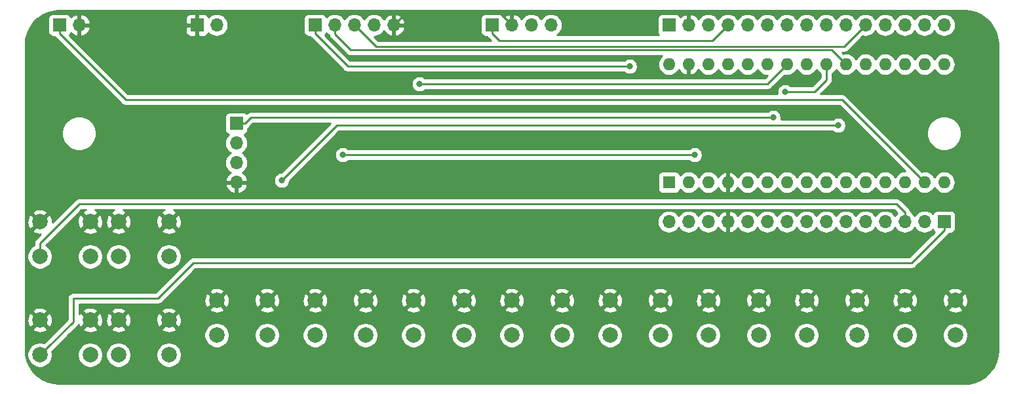
<source format=gbr>
G04 #@! TF.GenerationSoftware,KiCad,Pcbnew,(5.1.4)-1*
G04 #@! TF.CreationDate,2020-01-16T18:24:31+01:00*
G04 #@! TF.ProjectId,sinT,73696e54-2e6b-4696-9361-645f70636258,rev?*
G04 #@! TF.SameCoordinates,Original*
G04 #@! TF.FileFunction,Copper,L2,Bot*
G04 #@! TF.FilePolarity,Positive*
%FSLAX46Y46*%
G04 Gerber Fmt 4.6, Leading zero omitted, Abs format (unit mm)*
G04 Created by KiCad (PCBNEW (5.1.4)-1) date 2020-01-16 18:24:31*
%MOMM*%
%LPD*%
G04 APERTURE LIST*
%ADD10O,1.700000X1.700000*%
%ADD11R,1.700000X1.700000*%
%ADD12C,2.000000*%
%ADD13O,1.600000X1.600000*%
%ADD14R,1.600000X1.600000*%
%ADD15C,0.800000*%
%ADD16C,0.250000*%
%ADD17C,0.254000*%
G04 APERTURE END LIST*
D10*
X170180000Y-129540000D03*
X172720000Y-129540000D03*
X175260000Y-129540000D03*
X177800000Y-129540000D03*
X180340000Y-129540000D03*
X182880000Y-129540000D03*
X185420000Y-129540000D03*
X187960000Y-129540000D03*
X190500000Y-129540000D03*
X193040000Y-129540000D03*
X195580000Y-129540000D03*
X198120000Y-129540000D03*
X200660000Y-129540000D03*
X203200000Y-129540000D03*
D11*
X205740000Y-129540000D03*
D10*
X111760000Y-104140000D03*
D11*
X109220000Y-104140000D03*
D10*
X154940000Y-104140000D03*
X152400000Y-104140000D03*
X149860000Y-104140000D03*
D11*
X147320000Y-104140000D03*
D10*
X93980000Y-104140000D03*
D11*
X91440000Y-104140000D03*
D10*
X205740000Y-104140000D03*
X203200000Y-104140000D03*
X200660000Y-104140000D03*
X198120000Y-104140000D03*
X195580000Y-104140000D03*
X193040000Y-104140000D03*
X190500000Y-104140000D03*
X187960000Y-104140000D03*
X185420000Y-104140000D03*
X182880000Y-104140000D03*
X180340000Y-104140000D03*
X177800000Y-104140000D03*
X175260000Y-104140000D03*
X172720000Y-104140000D03*
D11*
X170180000Y-104140000D03*
D10*
X134620000Y-104140000D03*
X132080000Y-104140000D03*
X129540000Y-104140000D03*
X127000000Y-104140000D03*
D11*
X124460000Y-104140000D03*
D12*
X105560000Y-142240000D03*
X105560000Y-146740000D03*
X99060000Y-142240000D03*
X99060000Y-146740000D03*
X105560000Y-129540000D03*
X105560000Y-134040000D03*
X99060000Y-129540000D03*
X99060000Y-134040000D03*
X95400000Y-142240000D03*
X95400000Y-146740000D03*
X88900000Y-142240000D03*
X88900000Y-146740000D03*
X95400000Y-129540000D03*
X95400000Y-134040000D03*
X88900000Y-129540000D03*
X88900000Y-134040000D03*
X207160000Y-139700000D03*
X207160000Y-144200000D03*
X200660000Y-139700000D03*
X200660000Y-144200000D03*
X194460000Y-139700000D03*
X194460000Y-144200000D03*
X187960000Y-139700000D03*
X187960000Y-144200000D03*
X181760000Y-139700000D03*
X181760000Y-144200000D03*
X175260000Y-139700000D03*
X175260000Y-144200000D03*
X169060000Y-139700000D03*
X169060000Y-144200000D03*
X162560000Y-139700000D03*
X162560000Y-144200000D03*
X156360000Y-139700000D03*
X156360000Y-144200000D03*
X149860000Y-139700000D03*
X149860000Y-144200000D03*
X143660000Y-139700000D03*
X143660000Y-144200000D03*
X137160000Y-139700000D03*
X137160000Y-144200000D03*
X130960000Y-139700000D03*
X130960000Y-144200000D03*
X124460000Y-139700000D03*
X124460000Y-144200000D03*
X118260000Y-139700000D03*
X118260000Y-144200000D03*
X111760000Y-139700000D03*
X111760000Y-144200000D03*
D10*
X114300000Y-124460000D03*
X114300000Y-121920000D03*
X114300000Y-119380000D03*
D11*
X114300000Y-116840000D03*
D13*
X205740000Y-109220000D03*
X205740000Y-124460000D03*
X170180000Y-109220000D03*
X203200000Y-124460000D03*
X172720000Y-109220000D03*
X200660000Y-124460000D03*
X175260000Y-109220000D03*
X198120000Y-124460000D03*
X177800000Y-109220000D03*
X195580000Y-124460000D03*
X180340000Y-109220000D03*
X193040000Y-124460000D03*
X182880000Y-109220000D03*
X190500000Y-124460000D03*
X185420000Y-109220000D03*
X187960000Y-124460000D03*
X187960000Y-109220000D03*
X185420000Y-124460000D03*
X190500000Y-109220000D03*
X182880000Y-124460000D03*
X193040000Y-109220000D03*
X180340000Y-124460000D03*
X195580000Y-109220000D03*
X177800000Y-124460000D03*
X198120000Y-109220000D03*
X175260000Y-124460000D03*
X200660000Y-109220000D03*
X172720000Y-124460000D03*
X203200000Y-109220000D03*
D14*
X170180000Y-124460000D03*
D15*
X192024000Y-117094000D03*
X120142000Y-124206000D03*
X137922000Y-111760000D03*
X183642000Y-116078000D03*
X165100000Y-109474000D03*
X185166000Y-112776000D03*
X173482000Y-120904000D03*
X128016000Y-120904000D03*
D16*
X192024000Y-117094000D02*
X127254000Y-117094000D01*
X127254000Y-117094000D02*
X120142000Y-124206000D01*
X205740000Y-129540000D02*
X205740000Y-130640000D01*
X201506000Y-134874000D02*
X108712000Y-134874000D01*
X108712000Y-134874000D02*
X104140000Y-139446000D01*
X205740000Y-130640000D02*
X201506000Y-134874000D01*
X89899999Y-145740001D02*
X89971999Y-145740001D01*
X88900000Y-146740000D02*
X89899999Y-145740001D01*
X89971999Y-145740001D02*
X93218000Y-142494000D01*
X93218000Y-142494000D02*
X93218000Y-139446000D01*
X104140000Y-139446000D02*
X93218000Y-139446000D01*
X203200000Y-124460000D02*
X192532000Y-113792000D01*
X91440000Y-105240000D02*
X91440000Y-104140000D01*
X99992000Y-113792000D02*
X91440000Y-105240000D01*
X192532000Y-113792000D02*
X99992000Y-113792000D01*
X93835022Y-104490010D02*
X93732506Y-104387494D01*
X109220000Y-104140000D02*
X97014988Y-104140000D01*
X136144000Y-102616000D02*
X134620000Y-104140000D01*
X149860000Y-104140000D02*
X148336000Y-102616000D01*
X148336000Y-102616000D02*
X136144000Y-102616000D01*
X93980000Y-104140000D02*
X109220000Y-104140000D01*
X88900000Y-132334000D02*
X88900000Y-134040000D01*
X93980000Y-127254000D02*
X88900000Y-132334000D01*
X199576081Y-127254000D02*
X93980000Y-127254000D01*
X200660000Y-129540000D02*
X200660000Y-128337919D01*
X200660000Y-128337919D02*
X199576081Y-127254000D01*
X185420000Y-109220000D02*
X182880000Y-111760000D01*
X182880000Y-111760000D02*
X137922000Y-111760000D01*
X115400000Y-116840000D02*
X116162000Y-116078000D01*
X114300000Y-116840000D02*
X115400000Y-116840000D01*
X116162000Y-116078000D02*
X183642000Y-116078000D01*
X128694000Y-109474000D02*
X165100000Y-109474000D01*
X124460000Y-104140000D02*
X124460000Y-105240000D01*
X124460000Y-105240000D02*
X128694000Y-109474000D01*
X190500000Y-111252000D02*
X190500000Y-109220000D01*
X185166000Y-112776000D02*
X188976000Y-112776000D01*
X188976000Y-112776000D02*
X190500000Y-111252000D01*
X127000000Y-105342081D02*
X129032000Y-107374081D01*
X127000000Y-104140000D02*
X127000000Y-105342081D01*
X191194081Y-107374081D02*
X193040000Y-109220000D01*
X129032000Y-107374081D02*
X191194081Y-107374081D01*
X130389999Y-104989999D02*
X129540000Y-104140000D01*
X132324071Y-106924071D02*
X130389999Y-104989999D01*
X192795929Y-106924071D02*
X132324071Y-106924071D01*
X195580000Y-104140000D02*
X192795929Y-106924071D01*
X173482000Y-120904000D02*
X128016000Y-120904000D01*
X128016000Y-120904000D02*
X128016000Y-120904000D01*
X147320000Y-105240000D02*
X148252000Y-106172000D01*
X147320000Y-104140000D02*
X147320000Y-105240000D01*
X175768000Y-106172000D02*
X177800000Y-104140000D01*
X148252000Y-106172000D02*
X175768000Y-106172000D01*
D17*
G36*
X91305717Y-102275088D02*
G01*
X91406353Y-102285000D01*
X208313647Y-102285000D01*
X208414283Y-102275088D01*
X208415507Y-102274717D01*
X209062249Y-102332437D01*
X209819774Y-102539672D01*
X210528625Y-102877777D01*
X211166404Y-103336067D01*
X211712946Y-103900055D01*
X212150977Y-104551913D01*
X212466651Y-105271038D01*
X212651206Y-106039768D01*
X212687689Y-106536564D01*
X212684912Y-106545718D01*
X212675000Y-106646354D01*
X212675001Y-146083647D01*
X212684913Y-146184283D01*
X212685283Y-146185504D01*
X212627563Y-146832249D01*
X212420328Y-147589774D01*
X212082221Y-148298627D01*
X211623928Y-148936410D01*
X211059945Y-149482946D01*
X210408085Y-149920978D01*
X209688963Y-150236651D01*
X208920232Y-150421206D01*
X208423437Y-150457689D01*
X208414283Y-150454912D01*
X208313647Y-150445000D01*
X91406353Y-150445000D01*
X91305717Y-150454912D01*
X91304493Y-150455283D01*
X90657751Y-150397563D01*
X89900226Y-150190328D01*
X89191373Y-149852221D01*
X88553590Y-149393928D01*
X88007054Y-148829945D01*
X87569022Y-148178085D01*
X87253349Y-147458963D01*
X87068794Y-146690232D01*
X87032311Y-146193437D01*
X87035088Y-146184283D01*
X87045000Y-146083647D01*
X87045000Y-143375413D01*
X87944192Y-143375413D01*
X88039956Y-143639814D01*
X88329571Y-143780704D01*
X88641108Y-143862384D01*
X88962595Y-143881718D01*
X89281675Y-143837961D01*
X89586088Y-143732795D01*
X89760044Y-143639814D01*
X89855808Y-143375413D01*
X88900000Y-142419605D01*
X87944192Y-143375413D01*
X87045000Y-143375413D01*
X87045000Y-142302595D01*
X87258282Y-142302595D01*
X87302039Y-142621675D01*
X87407205Y-142926088D01*
X87500186Y-143100044D01*
X87764587Y-143195808D01*
X88720395Y-142240000D01*
X89079605Y-142240000D01*
X90035413Y-143195808D01*
X90299814Y-143100044D01*
X90440704Y-142810429D01*
X90522384Y-142498892D01*
X90541718Y-142177405D01*
X90497961Y-141858325D01*
X90392795Y-141553912D01*
X90299814Y-141379956D01*
X90035413Y-141284192D01*
X89079605Y-142240000D01*
X88720395Y-142240000D01*
X87764587Y-141284192D01*
X87500186Y-141379956D01*
X87359296Y-141669571D01*
X87277616Y-141981108D01*
X87258282Y-142302595D01*
X87045000Y-142302595D01*
X87045000Y-141104587D01*
X87944192Y-141104587D01*
X88900000Y-142060395D01*
X89855808Y-141104587D01*
X89760044Y-140840186D01*
X89470429Y-140699296D01*
X89158892Y-140617616D01*
X88837405Y-140598282D01*
X88518325Y-140642039D01*
X88213912Y-140747205D01*
X88039956Y-140840186D01*
X87944192Y-141104587D01*
X87045000Y-141104587D01*
X87045000Y-133878967D01*
X87265000Y-133878967D01*
X87265000Y-134201033D01*
X87327832Y-134516912D01*
X87451082Y-134814463D01*
X87630013Y-135082252D01*
X87857748Y-135309987D01*
X88125537Y-135488918D01*
X88423088Y-135612168D01*
X88738967Y-135675000D01*
X89061033Y-135675000D01*
X89376912Y-135612168D01*
X89674463Y-135488918D01*
X89942252Y-135309987D01*
X90169987Y-135082252D01*
X90348918Y-134814463D01*
X90472168Y-134516912D01*
X90535000Y-134201033D01*
X90535000Y-133878967D01*
X93765000Y-133878967D01*
X93765000Y-134201033D01*
X93827832Y-134516912D01*
X93951082Y-134814463D01*
X94130013Y-135082252D01*
X94357748Y-135309987D01*
X94625537Y-135488918D01*
X94923088Y-135612168D01*
X95238967Y-135675000D01*
X95561033Y-135675000D01*
X95876912Y-135612168D01*
X96174463Y-135488918D01*
X96442252Y-135309987D01*
X96669987Y-135082252D01*
X96848918Y-134814463D01*
X96972168Y-134516912D01*
X97035000Y-134201033D01*
X97035000Y-133878967D01*
X97425000Y-133878967D01*
X97425000Y-134201033D01*
X97487832Y-134516912D01*
X97611082Y-134814463D01*
X97790013Y-135082252D01*
X98017748Y-135309987D01*
X98285537Y-135488918D01*
X98583088Y-135612168D01*
X98898967Y-135675000D01*
X99221033Y-135675000D01*
X99536912Y-135612168D01*
X99834463Y-135488918D01*
X100102252Y-135309987D01*
X100329987Y-135082252D01*
X100508918Y-134814463D01*
X100632168Y-134516912D01*
X100695000Y-134201033D01*
X100695000Y-133878967D01*
X103925000Y-133878967D01*
X103925000Y-134201033D01*
X103987832Y-134516912D01*
X104111082Y-134814463D01*
X104290013Y-135082252D01*
X104517748Y-135309987D01*
X104785537Y-135488918D01*
X105083088Y-135612168D01*
X105398967Y-135675000D01*
X105721033Y-135675000D01*
X106036912Y-135612168D01*
X106334463Y-135488918D01*
X106602252Y-135309987D01*
X106829987Y-135082252D01*
X107008918Y-134814463D01*
X107132168Y-134516912D01*
X107195000Y-134201033D01*
X107195000Y-133878967D01*
X107132168Y-133563088D01*
X107008918Y-133265537D01*
X106829987Y-132997748D01*
X106602252Y-132770013D01*
X106334463Y-132591082D01*
X106036912Y-132467832D01*
X105721033Y-132405000D01*
X105398967Y-132405000D01*
X105083088Y-132467832D01*
X104785537Y-132591082D01*
X104517748Y-132770013D01*
X104290013Y-132997748D01*
X104111082Y-133265537D01*
X103987832Y-133563088D01*
X103925000Y-133878967D01*
X100695000Y-133878967D01*
X100632168Y-133563088D01*
X100508918Y-133265537D01*
X100329987Y-132997748D01*
X100102252Y-132770013D01*
X99834463Y-132591082D01*
X99536912Y-132467832D01*
X99221033Y-132405000D01*
X98898967Y-132405000D01*
X98583088Y-132467832D01*
X98285537Y-132591082D01*
X98017748Y-132770013D01*
X97790013Y-132997748D01*
X97611082Y-133265537D01*
X97487832Y-133563088D01*
X97425000Y-133878967D01*
X97035000Y-133878967D01*
X96972168Y-133563088D01*
X96848918Y-133265537D01*
X96669987Y-132997748D01*
X96442252Y-132770013D01*
X96174463Y-132591082D01*
X95876912Y-132467832D01*
X95561033Y-132405000D01*
X95238967Y-132405000D01*
X94923088Y-132467832D01*
X94625537Y-132591082D01*
X94357748Y-132770013D01*
X94130013Y-132997748D01*
X93951082Y-133265537D01*
X93827832Y-133563088D01*
X93765000Y-133878967D01*
X90535000Y-133878967D01*
X90472168Y-133563088D01*
X90348918Y-133265537D01*
X90169987Y-132997748D01*
X89942252Y-132770013D01*
X89700393Y-132608408D01*
X91633388Y-130675413D01*
X94444192Y-130675413D01*
X94539956Y-130939814D01*
X94829571Y-131080704D01*
X95141108Y-131162384D01*
X95462595Y-131181718D01*
X95781675Y-131137961D01*
X96086088Y-131032795D01*
X96260044Y-130939814D01*
X96355808Y-130675413D01*
X98104192Y-130675413D01*
X98199956Y-130939814D01*
X98489571Y-131080704D01*
X98801108Y-131162384D01*
X99122595Y-131181718D01*
X99441675Y-131137961D01*
X99746088Y-131032795D01*
X99920044Y-130939814D01*
X100015808Y-130675413D01*
X104604192Y-130675413D01*
X104699956Y-130939814D01*
X104989571Y-131080704D01*
X105301108Y-131162384D01*
X105622595Y-131181718D01*
X105941675Y-131137961D01*
X106246088Y-131032795D01*
X106420044Y-130939814D01*
X106515808Y-130675413D01*
X105560000Y-129719605D01*
X104604192Y-130675413D01*
X100015808Y-130675413D01*
X99060000Y-129719605D01*
X98104192Y-130675413D01*
X96355808Y-130675413D01*
X95400000Y-129719605D01*
X94444192Y-130675413D01*
X91633388Y-130675413D01*
X92706206Y-129602595D01*
X93758282Y-129602595D01*
X93802039Y-129921675D01*
X93907205Y-130226088D01*
X94000186Y-130400044D01*
X94264587Y-130495808D01*
X95220395Y-129540000D01*
X95579605Y-129540000D01*
X96535413Y-130495808D01*
X96799814Y-130400044D01*
X96940704Y-130110429D01*
X97022384Y-129798892D01*
X97034189Y-129602595D01*
X97418282Y-129602595D01*
X97462039Y-129921675D01*
X97567205Y-130226088D01*
X97660186Y-130400044D01*
X97924587Y-130495808D01*
X98880395Y-129540000D01*
X99239605Y-129540000D01*
X100195413Y-130495808D01*
X100459814Y-130400044D01*
X100600704Y-130110429D01*
X100682384Y-129798892D01*
X100694189Y-129602595D01*
X103918282Y-129602595D01*
X103962039Y-129921675D01*
X104067205Y-130226088D01*
X104160186Y-130400044D01*
X104424587Y-130495808D01*
X105380395Y-129540000D01*
X105739605Y-129540000D01*
X106695413Y-130495808D01*
X106959814Y-130400044D01*
X107100704Y-130110429D01*
X107182384Y-129798892D01*
X107197953Y-129540000D01*
X168687815Y-129540000D01*
X168716487Y-129831111D01*
X168801401Y-130111034D01*
X168939294Y-130369014D01*
X169124866Y-130595134D01*
X169350986Y-130780706D01*
X169608966Y-130918599D01*
X169888889Y-131003513D01*
X170107050Y-131025000D01*
X170252950Y-131025000D01*
X170471111Y-131003513D01*
X170751034Y-130918599D01*
X171009014Y-130780706D01*
X171235134Y-130595134D01*
X171420706Y-130369014D01*
X171450000Y-130314209D01*
X171479294Y-130369014D01*
X171664866Y-130595134D01*
X171890986Y-130780706D01*
X172148966Y-130918599D01*
X172428889Y-131003513D01*
X172647050Y-131025000D01*
X172792950Y-131025000D01*
X173011111Y-131003513D01*
X173291034Y-130918599D01*
X173549014Y-130780706D01*
X173775134Y-130595134D01*
X173960706Y-130369014D01*
X173990000Y-130314209D01*
X174019294Y-130369014D01*
X174204866Y-130595134D01*
X174430986Y-130780706D01*
X174688966Y-130918599D01*
X174968889Y-131003513D01*
X175187050Y-131025000D01*
X175332950Y-131025000D01*
X175551111Y-131003513D01*
X175831034Y-130918599D01*
X176089014Y-130780706D01*
X176315134Y-130595134D01*
X176500706Y-130369014D01*
X176535201Y-130304477D01*
X176604822Y-130421355D01*
X176799731Y-130637588D01*
X177033080Y-130811641D01*
X177295901Y-130936825D01*
X177443110Y-130981476D01*
X177673000Y-130860155D01*
X177673000Y-129667000D01*
X177653000Y-129667000D01*
X177653000Y-129413000D01*
X177673000Y-129413000D01*
X177673000Y-128219845D01*
X177443110Y-128098524D01*
X177295901Y-128143175D01*
X177033080Y-128268359D01*
X176799731Y-128442412D01*
X176604822Y-128658645D01*
X176535201Y-128775523D01*
X176500706Y-128710986D01*
X176315134Y-128484866D01*
X176089014Y-128299294D01*
X175831034Y-128161401D01*
X175551111Y-128076487D01*
X175332950Y-128055000D01*
X175187050Y-128055000D01*
X174968889Y-128076487D01*
X174688966Y-128161401D01*
X174430986Y-128299294D01*
X174204866Y-128484866D01*
X174019294Y-128710986D01*
X173990000Y-128765791D01*
X173960706Y-128710986D01*
X173775134Y-128484866D01*
X173549014Y-128299294D01*
X173291034Y-128161401D01*
X173011111Y-128076487D01*
X172792950Y-128055000D01*
X172647050Y-128055000D01*
X172428889Y-128076487D01*
X172148966Y-128161401D01*
X171890986Y-128299294D01*
X171664866Y-128484866D01*
X171479294Y-128710986D01*
X171450000Y-128765791D01*
X171420706Y-128710986D01*
X171235134Y-128484866D01*
X171009014Y-128299294D01*
X170751034Y-128161401D01*
X170471111Y-128076487D01*
X170252950Y-128055000D01*
X170107050Y-128055000D01*
X169888889Y-128076487D01*
X169608966Y-128161401D01*
X169350986Y-128299294D01*
X169124866Y-128484866D01*
X168939294Y-128710986D01*
X168801401Y-128968966D01*
X168716487Y-129248889D01*
X168687815Y-129540000D01*
X107197953Y-129540000D01*
X107201718Y-129477405D01*
X107157961Y-129158325D01*
X107052795Y-128853912D01*
X106959814Y-128679956D01*
X106695413Y-128584192D01*
X105739605Y-129540000D01*
X105380395Y-129540000D01*
X104424587Y-128584192D01*
X104160186Y-128679956D01*
X104019296Y-128969571D01*
X103937616Y-129281108D01*
X103918282Y-129602595D01*
X100694189Y-129602595D01*
X100701718Y-129477405D01*
X100657961Y-129158325D01*
X100552795Y-128853912D01*
X100459814Y-128679956D01*
X100195413Y-128584192D01*
X99239605Y-129540000D01*
X98880395Y-129540000D01*
X97924587Y-128584192D01*
X97660186Y-128679956D01*
X97519296Y-128969571D01*
X97437616Y-129281108D01*
X97418282Y-129602595D01*
X97034189Y-129602595D01*
X97041718Y-129477405D01*
X96997961Y-129158325D01*
X96892795Y-128853912D01*
X96799814Y-128679956D01*
X96535413Y-128584192D01*
X95579605Y-129540000D01*
X95220395Y-129540000D01*
X94264587Y-128584192D01*
X94000186Y-128679956D01*
X93859296Y-128969571D01*
X93777616Y-129281108D01*
X93758282Y-129602595D01*
X92706206Y-129602595D01*
X94294802Y-128014000D01*
X94810027Y-128014000D01*
X94713912Y-128047205D01*
X94539956Y-128140186D01*
X94444192Y-128404587D01*
X95400000Y-129360395D01*
X96355808Y-128404587D01*
X96260044Y-128140186D01*
X96000655Y-128014000D01*
X98470027Y-128014000D01*
X98373912Y-128047205D01*
X98199956Y-128140186D01*
X98104192Y-128404587D01*
X99060000Y-129360395D01*
X100015808Y-128404587D01*
X99920044Y-128140186D01*
X99660655Y-128014000D01*
X104970027Y-128014000D01*
X104873912Y-128047205D01*
X104699956Y-128140186D01*
X104604192Y-128404587D01*
X105560000Y-129360395D01*
X106515808Y-128404587D01*
X106420044Y-128140186D01*
X106160655Y-128014000D01*
X199261280Y-128014000D01*
X199674774Y-128427494D01*
X199604866Y-128484866D01*
X199419294Y-128710986D01*
X199390000Y-128765791D01*
X199360706Y-128710986D01*
X199175134Y-128484866D01*
X198949014Y-128299294D01*
X198691034Y-128161401D01*
X198411111Y-128076487D01*
X198192950Y-128055000D01*
X198047050Y-128055000D01*
X197828889Y-128076487D01*
X197548966Y-128161401D01*
X197290986Y-128299294D01*
X197064866Y-128484866D01*
X196879294Y-128710986D01*
X196850000Y-128765791D01*
X196820706Y-128710986D01*
X196635134Y-128484866D01*
X196409014Y-128299294D01*
X196151034Y-128161401D01*
X195871111Y-128076487D01*
X195652950Y-128055000D01*
X195507050Y-128055000D01*
X195288889Y-128076487D01*
X195008966Y-128161401D01*
X194750986Y-128299294D01*
X194524866Y-128484866D01*
X194339294Y-128710986D01*
X194310000Y-128765791D01*
X194280706Y-128710986D01*
X194095134Y-128484866D01*
X193869014Y-128299294D01*
X193611034Y-128161401D01*
X193331111Y-128076487D01*
X193112950Y-128055000D01*
X192967050Y-128055000D01*
X192748889Y-128076487D01*
X192468966Y-128161401D01*
X192210986Y-128299294D01*
X191984866Y-128484866D01*
X191799294Y-128710986D01*
X191770000Y-128765791D01*
X191740706Y-128710986D01*
X191555134Y-128484866D01*
X191329014Y-128299294D01*
X191071034Y-128161401D01*
X190791111Y-128076487D01*
X190572950Y-128055000D01*
X190427050Y-128055000D01*
X190208889Y-128076487D01*
X189928966Y-128161401D01*
X189670986Y-128299294D01*
X189444866Y-128484866D01*
X189259294Y-128710986D01*
X189230000Y-128765791D01*
X189200706Y-128710986D01*
X189015134Y-128484866D01*
X188789014Y-128299294D01*
X188531034Y-128161401D01*
X188251111Y-128076487D01*
X188032950Y-128055000D01*
X187887050Y-128055000D01*
X187668889Y-128076487D01*
X187388966Y-128161401D01*
X187130986Y-128299294D01*
X186904866Y-128484866D01*
X186719294Y-128710986D01*
X186690000Y-128765791D01*
X186660706Y-128710986D01*
X186475134Y-128484866D01*
X186249014Y-128299294D01*
X185991034Y-128161401D01*
X185711111Y-128076487D01*
X185492950Y-128055000D01*
X185347050Y-128055000D01*
X185128889Y-128076487D01*
X184848966Y-128161401D01*
X184590986Y-128299294D01*
X184364866Y-128484866D01*
X184179294Y-128710986D01*
X184150000Y-128765791D01*
X184120706Y-128710986D01*
X183935134Y-128484866D01*
X183709014Y-128299294D01*
X183451034Y-128161401D01*
X183171111Y-128076487D01*
X182952950Y-128055000D01*
X182807050Y-128055000D01*
X182588889Y-128076487D01*
X182308966Y-128161401D01*
X182050986Y-128299294D01*
X181824866Y-128484866D01*
X181639294Y-128710986D01*
X181610000Y-128765791D01*
X181580706Y-128710986D01*
X181395134Y-128484866D01*
X181169014Y-128299294D01*
X180911034Y-128161401D01*
X180631111Y-128076487D01*
X180412950Y-128055000D01*
X180267050Y-128055000D01*
X180048889Y-128076487D01*
X179768966Y-128161401D01*
X179510986Y-128299294D01*
X179284866Y-128484866D01*
X179099294Y-128710986D01*
X179064799Y-128775523D01*
X178995178Y-128658645D01*
X178800269Y-128442412D01*
X178566920Y-128268359D01*
X178304099Y-128143175D01*
X178156890Y-128098524D01*
X177927000Y-128219845D01*
X177927000Y-129413000D01*
X177947000Y-129413000D01*
X177947000Y-129667000D01*
X177927000Y-129667000D01*
X177927000Y-130860155D01*
X178156890Y-130981476D01*
X178304099Y-130936825D01*
X178566920Y-130811641D01*
X178800269Y-130637588D01*
X178995178Y-130421355D01*
X179064799Y-130304477D01*
X179099294Y-130369014D01*
X179284866Y-130595134D01*
X179510986Y-130780706D01*
X179768966Y-130918599D01*
X180048889Y-131003513D01*
X180267050Y-131025000D01*
X180412950Y-131025000D01*
X180631111Y-131003513D01*
X180911034Y-130918599D01*
X181169014Y-130780706D01*
X181395134Y-130595134D01*
X181580706Y-130369014D01*
X181610000Y-130314209D01*
X181639294Y-130369014D01*
X181824866Y-130595134D01*
X182050986Y-130780706D01*
X182308966Y-130918599D01*
X182588889Y-131003513D01*
X182807050Y-131025000D01*
X182952950Y-131025000D01*
X183171111Y-131003513D01*
X183451034Y-130918599D01*
X183709014Y-130780706D01*
X183935134Y-130595134D01*
X184120706Y-130369014D01*
X184150000Y-130314209D01*
X184179294Y-130369014D01*
X184364866Y-130595134D01*
X184590986Y-130780706D01*
X184848966Y-130918599D01*
X185128889Y-131003513D01*
X185347050Y-131025000D01*
X185492950Y-131025000D01*
X185711111Y-131003513D01*
X185991034Y-130918599D01*
X186249014Y-130780706D01*
X186475134Y-130595134D01*
X186660706Y-130369014D01*
X186690000Y-130314209D01*
X186719294Y-130369014D01*
X186904866Y-130595134D01*
X187130986Y-130780706D01*
X187388966Y-130918599D01*
X187668889Y-131003513D01*
X187887050Y-131025000D01*
X188032950Y-131025000D01*
X188251111Y-131003513D01*
X188531034Y-130918599D01*
X188789014Y-130780706D01*
X189015134Y-130595134D01*
X189200706Y-130369014D01*
X189230000Y-130314209D01*
X189259294Y-130369014D01*
X189444866Y-130595134D01*
X189670986Y-130780706D01*
X189928966Y-130918599D01*
X190208889Y-131003513D01*
X190427050Y-131025000D01*
X190572950Y-131025000D01*
X190791111Y-131003513D01*
X191071034Y-130918599D01*
X191329014Y-130780706D01*
X191555134Y-130595134D01*
X191740706Y-130369014D01*
X191770000Y-130314209D01*
X191799294Y-130369014D01*
X191984866Y-130595134D01*
X192210986Y-130780706D01*
X192468966Y-130918599D01*
X192748889Y-131003513D01*
X192967050Y-131025000D01*
X193112950Y-131025000D01*
X193331111Y-131003513D01*
X193611034Y-130918599D01*
X193869014Y-130780706D01*
X194095134Y-130595134D01*
X194280706Y-130369014D01*
X194310000Y-130314209D01*
X194339294Y-130369014D01*
X194524866Y-130595134D01*
X194750986Y-130780706D01*
X195008966Y-130918599D01*
X195288889Y-131003513D01*
X195507050Y-131025000D01*
X195652950Y-131025000D01*
X195871111Y-131003513D01*
X196151034Y-130918599D01*
X196409014Y-130780706D01*
X196635134Y-130595134D01*
X196820706Y-130369014D01*
X196850000Y-130314209D01*
X196879294Y-130369014D01*
X197064866Y-130595134D01*
X197290986Y-130780706D01*
X197548966Y-130918599D01*
X197828889Y-131003513D01*
X198047050Y-131025000D01*
X198192950Y-131025000D01*
X198411111Y-131003513D01*
X198691034Y-130918599D01*
X198949014Y-130780706D01*
X199175134Y-130595134D01*
X199360706Y-130369014D01*
X199390000Y-130314209D01*
X199419294Y-130369014D01*
X199604866Y-130595134D01*
X199830986Y-130780706D01*
X200088966Y-130918599D01*
X200368889Y-131003513D01*
X200587050Y-131025000D01*
X200732950Y-131025000D01*
X200951111Y-131003513D01*
X201231034Y-130918599D01*
X201489014Y-130780706D01*
X201715134Y-130595134D01*
X201900706Y-130369014D01*
X201930000Y-130314209D01*
X201959294Y-130369014D01*
X202144866Y-130595134D01*
X202370986Y-130780706D01*
X202628966Y-130918599D01*
X202908889Y-131003513D01*
X203127050Y-131025000D01*
X203272950Y-131025000D01*
X203491111Y-131003513D01*
X203771034Y-130918599D01*
X204029014Y-130780706D01*
X204255134Y-130595134D01*
X204279607Y-130565313D01*
X204300498Y-130634180D01*
X204359463Y-130744494D01*
X204438815Y-130841185D01*
X204452655Y-130852543D01*
X201191199Y-134114000D01*
X108749322Y-134114000D01*
X108711999Y-134110324D01*
X108674676Y-134114000D01*
X108674667Y-134114000D01*
X108563014Y-134124997D01*
X108419753Y-134168454D01*
X108287724Y-134239026D01*
X108287722Y-134239027D01*
X108287723Y-134239027D01*
X108200996Y-134310201D01*
X108200992Y-134310205D01*
X108171999Y-134333999D01*
X108148205Y-134362992D01*
X103825199Y-138686000D01*
X93255333Y-138686000D01*
X93218000Y-138682323D01*
X93180667Y-138686000D01*
X93069014Y-138696997D01*
X92925753Y-138740454D01*
X92793724Y-138811026D01*
X92677999Y-138905999D01*
X92583026Y-139021724D01*
X92512454Y-139153753D01*
X92468997Y-139297014D01*
X92454323Y-139446000D01*
X92458001Y-139483343D01*
X92458000Y-142179198D01*
X89596993Y-145040206D01*
X89475722Y-145105027D01*
X89399195Y-145167832D01*
X89391721Y-145173966D01*
X89376912Y-145167832D01*
X89061033Y-145105000D01*
X88738967Y-145105000D01*
X88423088Y-145167832D01*
X88125537Y-145291082D01*
X87857748Y-145470013D01*
X87630013Y-145697748D01*
X87451082Y-145965537D01*
X87327832Y-146263088D01*
X87265000Y-146578967D01*
X87265000Y-146901033D01*
X87327832Y-147216912D01*
X87451082Y-147514463D01*
X87630013Y-147782252D01*
X87857748Y-148009987D01*
X88125537Y-148188918D01*
X88423088Y-148312168D01*
X88738967Y-148375000D01*
X89061033Y-148375000D01*
X89376912Y-148312168D01*
X89674463Y-148188918D01*
X89942252Y-148009987D01*
X90169987Y-147782252D01*
X90348918Y-147514463D01*
X90472168Y-147216912D01*
X90535000Y-146901033D01*
X90535000Y-146578967D01*
X93765000Y-146578967D01*
X93765000Y-146901033D01*
X93827832Y-147216912D01*
X93951082Y-147514463D01*
X94130013Y-147782252D01*
X94357748Y-148009987D01*
X94625537Y-148188918D01*
X94923088Y-148312168D01*
X95238967Y-148375000D01*
X95561033Y-148375000D01*
X95876912Y-148312168D01*
X96174463Y-148188918D01*
X96442252Y-148009987D01*
X96669987Y-147782252D01*
X96848918Y-147514463D01*
X96972168Y-147216912D01*
X97035000Y-146901033D01*
X97035000Y-146578967D01*
X97425000Y-146578967D01*
X97425000Y-146901033D01*
X97487832Y-147216912D01*
X97611082Y-147514463D01*
X97790013Y-147782252D01*
X98017748Y-148009987D01*
X98285537Y-148188918D01*
X98583088Y-148312168D01*
X98898967Y-148375000D01*
X99221033Y-148375000D01*
X99536912Y-148312168D01*
X99834463Y-148188918D01*
X100102252Y-148009987D01*
X100329987Y-147782252D01*
X100508918Y-147514463D01*
X100632168Y-147216912D01*
X100695000Y-146901033D01*
X100695000Y-146578967D01*
X103925000Y-146578967D01*
X103925000Y-146901033D01*
X103987832Y-147216912D01*
X104111082Y-147514463D01*
X104290013Y-147782252D01*
X104517748Y-148009987D01*
X104785537Y-148188918D01*
X105083088Y-148312168D01*
X105398967Y-148375000D01*
X105721033Y-148375000D01*
X106036912Y-148312168D01*
X106334463Y-148188918D01*
X106602252Y-148009987D01*
X106829987Y-147782252D01*
X107008918Y-147514463D01*
X107132168Y-147216912D01*
X107195000Y-146901033D01*
X107195000Y-146578967D01*
X107132168Y-146263088D01*
X107008918Y-145965537D01*
X106829987Y-145697748D01*
X106602252Y-145470013D01*
X106334463Y-145291082D01*
X106036912Y-145167832D01*
X105721033Y-145105000D01*
X105398967Y-145105000D01*
X105083088Y-145167832D01*
X104785537Y-145291082D01*
X104517748Y-145470013D01*
X104290013Y-145697748D01*
X104111082Y-145965537D01*
X103987832Y-146263088D01*
X103925000Y-146578967D01*
X100695000Y-146578967D01*
X100632168Y-146263088D01*
X100508918Y-145965537D01*
X100329987Y-145697748D01*
X100102252Y-145470013D01*
X99834463Y-145291082D01*
X99536912Y-145167832D01*
X99221033Y-145105000D01*
X98898967Y-145105000D01*
X98583088Y-145167832D01*
X98285537Y-145291082D01*
X98017748Y-145470013D01*
X97790013Y-145697748D01*
X97611082Y-145965537D01*
X97487832Y-146263088D01*
X97425000Y-146578967D01*
X97035000Y-146578967D01*
X96972168Y-146263088D01*
X96848918Y-145965537D01*
X96669987Y-145697748D01*
X96442252Y-145470013D01*
X96174463Y-145291082D01*
X95876912Y-145167832D01*
X95561033Y-145105000D01*
X95238967Y-145105000D01*
X94923088Y-145167832D01*
X94625537Y-145291082D01*
X94357748Y-145470013D01*
X94130013Y-145697748D01*
X93951082Y-145965537D01*
X93827832Y-146263088D01*
X93765000Y-146578967D01*
X90535000Y-146578967D01*
X90480650Y-146305730D01*
X90512000Y-146280002D01*
X90535803Y-146250998D01*
X92747834Y-144038967D01*
X110125000Y-144038967D01*
X110125000Y-144361033D01*
X110187832Y-144676912D01*
X110311082Y-144974463D01*
X110490013Y-145242252D01*
X110717748Y-145469987D01*
X110985537Y-145648918D01*
X111283088Y-145772168D01*
X111598967Y-145835000D01*
X111921033Y-145835000D01*
X112236912Y-145772168D01*
X112534463Y-145648918D01*
X112802252Y-145469987D01*
X113029987Y-145242252D01*
X113208918Y-144974463D01*
X113332168Y-144676912D01*
X113395000Y-144361033D01*
X113395000Y-144038967D01*
X116625000Y-144038967D01*
X116625000Y-144361033D01*
X116687832Y-144676912D01*
X116811082Y-144974463D01*
X116990013Y-145242252D01*
X117217748Y-145469987D01*
X117485537Y-145648918D01*
X117783088Y-145772168D01*
X118098967Y-145835000D01*
X118421033Y-145835000D01*
X118736912Y-145772168D01*
X119034463Y-145648918D01*
X119302252Y-145469987D01*
X119529987Y-145242252D01*
X119708918Y-144974463D01*
X119832168Y-144676912D01*
X119895000Y-144361033D01*
X119895000Y-144038967D01*
X122825000Y-144038967D01*
X122825000Y-144361033D01*
X122887832Y-144676912D01*
X123011082Y-144974463D01*
X123190013Y-145242252D01*
X123417748Y-145469987D01*
X123685537Y-145648918D01*
X123983088Y-145772168D01*
X124298967Y-145835000D01*
X124621033Y-145835000D01*
X124936912Y-145772168D01*
X125234463Y-145648918D01*
X125502252Y-145469987D01*
X125729987Y-145242252D01*
X125908918Y-144974463D01*
X126032168Y-144676912D01*
X126095000Y-144361033D01*
X126095000Y-144038967D01*
X129325000Y-144038967D01*
X129325000Y-144361033D01*
X129387832Y-144676912D01*
X129511082Y-144974463D01*
X129690013Y-145242252D01*
X129917748Y-145469987D01*
X130185537Y-145648918D01*
X130483088Y-145772168D01*
X130798967Y-145835000D01*
X131121033Y-145835000D01*
X131436912Y-145772168D01*
X131734463Y-145648918D01*
X132002252Y-145469987D01*
X132229987Y-145242252D01*
X132408918Y-144974463D01*
X132532168Y-144676912D01*
X132595000Y-144361033D01*
X132595000Y-144038967D01*
X135525000Y-144038967D01*
X135525000Y-144361033D01*
X135587832Y-144676912D01*
X135711082Y-144974463D01*
X135890013Y-145242252D01*
X136117748Y-145469987D01*
X136385537Y-145648918D01*
X136683088Y-145772168D01*
X136998967Y-145835000D01*
X137321033Y-145835000D01*
X137636912Y-145772168D01*
X137934463Y-145648918D01*
X138202252Y-145469987D01*
X138429987Y-145242252D01*
X138608918Y-144974463D01*
X138732168Y-144676912D01*
X138795000Y-144361033D01*
X138795000Y-144038967D01*
X142025000Y-144038967D01*
X142025000Y-144361033D01*
X142087832Y-144676912D01*
X142211082Y-144974463D01*
X142390013Y-145242252D01*
X142617748Y-145469987D01*
X142885537Y-145648918D01*
X143183088Y-145772168D01*
X143498967Y-145835000D01*
X143821033Y-145835000D01*
X144136912Y-145772168D01*
X144434463Y-145648918D01*
X144702252Y-145469987D01*
X144929987Y-145242252D01*
X145108918Y-144974463D01*
X145232168Y-144676912D01*
X145295000Y-144361033D01*
X145295000Y-144038967D01*
X148225000Y-144038967D01*
X148225000Y-144361033D01*
X148287832Y-144676912D01*
X148411082Y-144974463D01*
X148590013Y-145242252D01*
X148817748Y-145469987D01*
X149085537Y-145648918D01*
X149383088Y-145772168D01*
X149698967Y-145835000D01*
X150021033Y-145835000D01*
X150336912Y-145772168D01*
X150634463Y-145648918D01*
X150902252Y-145469987D01*
X151129987Y-145242252D01*
X151308918Y-144974463D01*
X151432168Y-144676912D01*
X151495000Y-144361033D01*
X151495000Y-144038967D01*
X154725000Y-144038967D01*
X154725000Y-144361033D01*
X154787832Y-144676912D01*
X154911082Y-144974463D01*
X155090013Y-145242252D01*
X155317748Y-145469987D01*
X155585537Y-145648918D01*
X155883088Y-145772168D01*
X156198967Y-145835000D01*
X156521033Y-145835000D01*
X156836912Y-145772168D01*
X157134463Y-145648918D01*
X157402252Y-145469987D01*
X157629987Y-145242252D01*
X157808918Y-144974463D01*
X157932168Y-144676912D01*
X157995000Y-144361033D01*
X157995000Y-144038967D01*
X160925000Y-144038967D01*
X160925000Y-144361033D01*
X160987832Y-144676912D01*
X161111082Y-144974463D01*
X161290013Y-145242252D01*
X161517748Y-145469987D01*
X161785537Y-145648918D01*
X162083088Y-145772168D01*
X162398967Y-145835000D01*
X162721033Y-145835000D01*
X163036912Y-145772168D01*
X163334463Y-145648918D01*
X163602252Y-145469987D01*
X163829987Y-145242252D01*
X164008918Y-144974463D01*
X164132168Y-144676912D01*
X164195000Y-144361033D01*
X164195000Y-144038967D01*
X167425000Y-144038967D01*
X167425000Y-144361033D01*
X167487832Y-144676912D01*
X167611082Y-144974463D01*
X167790013Y-145242252D01*
X168017748Y-145469987D01*
X168285537Y-145648918D01*
X168583088Y-145772168D01*
X168898967Y-145835000D01*
X169221033Y-145835000D01*
X169536912Y-145772168D01*
X169834463Y-145648918D01*
X170102252Y-145469987D01*
X170329987Y-145242252D01*
X170508918Y-144974463D01*
X170632168Y-144676912D01*
X170695000Y-144361033D01*
X170695000Y-144038967D01*
X173625000Y-144038967D01*
X173625000Y-144361033D01*
X173687832Y-144676912D01*
X173811082Y-144974463D01*
X173990013Y-145242252D01*
X174217748Y-145469987D01*
X174485537Y-145648918D01*
X174783088Y-145772168D01*
X175098967Y-145835000D01*
X175421033Y-145835000D01*
X175736912Y-145772168D01*
X176034463Y-145648918D01*
X176302252Y-145469987D01*
X176529987Y-145242252D01*
X176708918Y-144974463D01*
X176832168Y-144676912D01*
X176895000Y-144361033D01*
X176895000Y-144038967D01*
X180125000Y-144038967D01*
X180125000Y-144361033D01*
X180187832Y-144676912D01*
X180311082Y-144974463D01*
X180490013Y-145242252D01*
X180717748Y-145469987D01*
X180985537Y-145648918D01*
X181283088Y-145772168D01*
X181598967Y-145835000D01*
X181921033Y-145835000D01*
X182236912Y-145772168D01*
X182534463Y-145648918D01*
X182802252Y-145469987D01*
X183029987Y-145242252D01*
X183208918Y-144974463D01*
X183332168Y-144676912D01*
X183395000Y-144361033D01*
X183395000Y-144038967D01*
X186325000Y-144038967D01*
X186325000Y-144361033D01*
X186387832Y-144676912D01*
X186511082Y-144974463D01*
X186690013Y-145242252D01*
X186917748Y-145469987D01*
X187185537Y-145648918D01*
X187483088Y-145772168D01*
X187798967Y-145835000D01*
X188121033Y-145835000D01*
X188436912Y-145772168D01*
X188734463Y-145648918D01*
X189002252Y-145469987D01*
X189229987Y-145242252D01*
X189408918Y-144974463D01*
X189532168Y-144676912D01*
X189595000Y-144361033D01*
X189595000Y-144038967D01*
X192825000Y-144038967D01*
X192825000Y-144361033D01*
X192887832Y-144676912D01*
X193011082Y-144974463D01*
X193190013Y-145242252D01*
X193417748Y-145469987D01*
X193685537Y-145648918D01*
X193983088Y-145772168D01*
X194298967Y-145835000D01*
X194621033Y-145835000D01*
X194936912Y-145772168D01*
X195234463Y-145648918D01*
X195502252Y-145469987D01*
X195729987Y-145242252D01*
X195908918Y-144974463D01*
X196032168Y-144676912D01*
X196095000Y-144361033D01*
X196095000Y-144038967D01*
X199025000Y-144038967D01*
X199025000Y-144361033D01*
X199087832Y-144676912D01*
X199211082Y-144974463D01*
X199390013Y-145242252D01*
X199617748Y-145469987D01*
X199885537Y-145648918D01*
X200183088Y-145772168D01*
X200498967Y-145835000D01*
X200821033Y-145835000D01*
X201136912Y-145772168D01*
X201434463Y-145648918D01*
X201702252Y-145469987D01*
X201929987Y-145242252D01*
X202108918Y-144974463D01*
X202232168Y-144676912D01*
X202295000Y-144361033D01*
X202295000Y-144038967D01*
X205525000Y-144038967D01*
X205525000Y-144361033D01*
X205587832Y-144676912D01*
X205711082Y-144974463D01*
X205890013Y-145242252D01*
X206117748Y-145469987D01*
X206385537Y-145648918D01*
X206683088Y-145772168D01*
X206998967Y-145835000D01*
X207321033Y-145835000D01*
X207636912Y-145772168D01*
X207934463Y-145648918D01*
X208202252Y-145469987D01*
X208429987Y-145242252D01*
X208608918Y-144974463D01*
X208732168Y-144676912D01*
X208795000Y-144361033D01*
X208795000Y-144038967D01*
X208732168Y-143723088D01*
X208608918Y-143425537D01*
X208429987Y-143157748D01*
X208202252Y-142930013D01*
X207934463Y-142751082D01*
X207636912Y-142627832D01*
X207321033Y-142565000D01*
X206998967Y-142565000D01*
X206683088Y-142627832D01*
X206385537Y-142751082D01*
X206117748Y-142930013D01*
X205890013Y-143157748D01*
X205711082Y-143425537D01*
X205587832Y-143723088D01*
X205525000Y-144038967D01*
X202295000Y-144038967D01*
X202232168Y-143723088D01*
X202108918Y-143425537D01*
X201929987Y-143157748D01*
X201702252Y-142930013D01*
X201434463Y-142751082D01*
X201136912Y-142627832D01*
X200821033Y-142565000D01*
X200498967Y-142565000D01*
X200183088Y-142627832D01*
X199885537Y-142751082D01*
X199617748Y-142930013D01*
X199390013Y-143157748D01*
X199211082Y-143425537D01*
X199087832Y-143723088D01*
X199025000Y-144038967D01*
X196095000Y-144038967D01*
X196032168Y-143723088D01*
X195908918Y-143425537D01*
X195729987Y-143157748D01*
X195502252Y-142930013D01*
X195234463Y-142751082D01*
X194936912Y-142627832D01*
X194621033Y-142565000D01*
X194298967Y-142565000D01*
X193983088Y-142627832D01*
X193685537Y-142751082D01*
X193417748Y-142930013D01*
X193190013Y-143157748D01*
X193011082Y-143425537D01*
X192887832Y-143723088D01*
X192825000Y-144038967D01*
X189595000Y-144038967D01*
X189532168Y-143723088D01*
X189408918Y-143425537D01*
X189229987Y-143157748D01*
X189002252Y-142930013D01*
X188734463Y-142751082D01*
X188436912Y-142627832D01*
X188121033Y-142565000D01*
X187798967Y-142565000D01*
X187483088Y-142627832D01*
X187185537Y-142751082D01*
X186917748Y-142930013D01*
X186690013Y-143157748D01*
X186511082Y-143425537D01*
X186387832Y-143723088D01*
X186325000Y-144038967D01*
X183395000Y-144038967D01*
X183332168Y-143723088D01*
X183208918Y-143425537D01*
X183029987Y-143157748D01*
X182802252Y-142930013D01*
X182534463Y-142751082D01*
X182236912Y-142627832D01*
X181921033Y-142565000D01*
X181598967Y-142565000D01*
X181283088Y-142627832D01*
X180985537Y-142751082D01*
X180717748Y-142930013D01*
X180490013Y-143157748D01*
X180311082Y-143425537D01*
X180187832Y-143723088D01*
X180125000Y-144038967D01*
X176895000Y-144038967D01*
X176832168Y-143723088D01*
X176708918Y-143425537D01*
X176529987Y-143157748D01*
X176302252Y-142930013D01*
X176034463Y-142751082D01*
X175736912Y-142627832D01*
X175421033Y-142565000D01*
X175098967Y-142565000D01*
X174783088Y-142627832D01*
X174485537Y-142751082D01*
X174217748Y-142930013D01*
X173990013Y-143157748D01*
X173811082Y-143425537D01*
X173687832Y-143723088D01*
X173625000Y-144038967D01*
X170695000Y-144038967D01*
X170632168Y-143723088D01*
X170508918Y-143425537D01*
X170329987Y-143157748D01*
X170102252Y-142930013D01*
X169834463Y-142751082D01*
X169536912Y-142627832D01*
X169221033Y-142565000D01*
X168898967Y-142565000D01*
X168583088Y-142627832D01*
X168285537Y-142751082D01*
X168017748Y-142930013D01*
X167790013Y-143157748D01*
X167611082Y-143425537D01*
X167487832Y-143723088D01*
X167425000Y-144038967D01*
X164195000Y-144038967D01*
X164132168Y-143723088D01*
X164008918Y-143425537D01*
X163829987Y-143157748D01*
X163602252Y-142930013D01*
X163334463Y-142751082D01*
X163036912Y-142627832D01*
X162721033Y-142565000D01*
X162398967Y-142565000D01*
X162083088Y-142627832D01*
X161785537Y-142751082D01*
X161517748Y-142930013D01*
X161290013Y-143157748D01*
X161111082Y-143425537D01*
X160987832Y-143723088D01*
X160925000Y-144038967D01*
X157995000Y-144038967D01*
X157932168Y-143723088D01*
X157808918Y-143425537D01*
X157629987Y-143157748D01*
X157402252Y-142930013D01*
X157134463Y-142751082D01*
X156836912Y-142627832D01*
X156521033Y-142565000D01*
X156198967Y-142565000D01*
X155883088Y-142627832D01*
X155585537Y-142751082D01*
X155317748Y-142930013D01*
X155090013Y-143157748D01*
X154911082Y-143425537D01*
X154787832Y-143723088D01*
X154725000Y-144038967D01*
X151495000Y-144038967D01*
X151432168Y-143723088D01*
X151308918Y-143425537D01*
X151129987Y-143157748D01*
X150902252Y-142930013D01*
X150634463Y-142751082D01*
X150336912Y-142627832D01*
X150021033Y-142565000D01*
X149698967Y-142565000D01*
X149383088Y-142627832D01*
X149085537Y-142751082D01*
X148817748Y-142930013D01*
X148590013Y-143157748D01*
X148411082Y-143425537D01*
X148287832Y-143723088D01*
X148225000Y-144038967D01*
X145295000Y-144038967D01*
X145232168Y-143723088D01*
X145108918Y-143425537D01*
X144929987Y-143157748D01*
X144702252Y-142930013D01*
X144434463Y-142751082D01*
X144136912Y-142627832D01*
X143821033Y-142565000D01*
X143498967Y-142565000D01*
X143183088Y-142627832D01*
X142885537Y-142751082D01*
X142617748Y-142930013D01*
X142390013Y-143157748D01*
X142211082Y-143425537D01*
X142087832Y-143723088D01*
X142025000Y-144038967D01*
X138795000Y-144038967D01*
X138732168Y-143723088D01*
X138608918Y-143425537D01*
X138429987Y-143157748D01*
X138202252Y-142930013D01*
X137934463Y-142751082D01*
X137636912Y-142627832D01*
X137321033Y-142565000D01*
X136998967Y-142565000D01*
X136683088Y-142627832D01*
X136385537Y-142751082D01*
X136117748Y-142930013D01*
X135890013Y-143157748D01*
X135711082Y-143425537D01*
X135587832Y-143723088D01*
X135525000Y-144038967D01*
X132595000Y-144038967D01*
X132532168Y-143723088D01*
X132408918Y-143425537D01*
X132229987Y-143157748D01*
X132002252Y-142930013D01*
X131734463Y-142751082D01*
X131436912Y-142627832D01*
X131121033Y-142565000D01*
X130798967Y-142565000D01*
X130483088Y-142627832D01*
X130185537Y-142751082D01*
X129917748Y-142930013D01*
X129690013Y-143157748D01*
X129511082Y-143425537D01*
X129387832Y-143723088D01*
X129325000Y-144038967D01*
X126095000Y-144038967D01*
X126032168Y-143723088D01*
X125908918Y-143425537D01*
X125729987Y-143157748D01*
X125502252Y-142930013D01*
X125234463Y-142751082D01*
X124936912Y-142627832D01*
X124621033Y-142565000D01*
X124298967Y-142565000D01*
X123983088Y-142627832D01*
X123685537Y-142751082D01*
X123417748Y-142930013D01*
X123190013Y-143157748D01*
X123011082Y-143425537D01*
X122887832Y-143723088D01*
X122825000Y-144038967D01*
X119895000Y-144038967D01*
X119832168Y-143723088D01*
X119708918Y-143425537D01*
X119529987Y-143157748D01*
X119302252Y-142930013D01*
X119034463Y-142751082D01*
X118736912Y-142627832D01*
X118421033Y-142565000D01*
X118098967Y-142565000D01*
X117783088Y-142627832D01*
X117485537Y-142751082D01*
X117217748Y-142930013D01*
X116990013Y-143157748D01*
X116811082Y-143425537D01*
X116687832Y-143723088D01*
X116625000Y-144038967D01*
X113395000Y-144038967D01*
X113332168Y-143723088D01*
X113208918Y-143425537D01*
X113029987Y-143157748D01*
X112802252Y-142930013D01*
X112534463Y-142751082D01*
X112236912Y-142627832D01*
X111921033Y-142565000D01*
X111598967Y-142565000D01*
X111283088Y-142627832D01*
X110985537Y-142751082D01*
X110717748Y-142930013D01*
X110490013Y-143157748D01*
X110311082Y-143425537D01*
X110187832Y-143723088D01*
X110125000Y-144038967D01*
X92747834Y-144038967D01*
X93411388Y-143375413D01*
X94444192Y-143375413D01*
X94539956Y-143639814D01*
X94829571Y-143780704D01*
X95141108Y-143862384D01*
X95462595Y-143881718D01*
X95781675Y-143837961D01*
X96086088Y-143732795D01*
X96260044Y-143639814D01*
X96355808Y-143375413D01*
X98104192Y-143375413D01*
X98199956Y-143639814D01*
X98489571Y-143780704D01*
X98801108Y-143862384D01*
X99122595Y-143881718D01*
X99441675Y-143837961D01*
X99746088Y-143732795D01*
X99920044Y-143639814D01*
X100015808Y-143375413D01*
X104604192Y-143375413D01*
X104699956Y-143639814D01*
X104989571Y-143780704D01*
X105301108Y-143862384D01*
X105622595Y-143881718D01*
X105941675Y-143837961D01*
X106246088Y-143732795D01*
X106420044Y-143639814D01*
X106515808Y-143375413D01*
X105560000Y-142419605D01*
X104604192Y-143375413D01*
X100015808Y-143375413D01*
X99060000Y-142419605D01*
X98104192Y-143375413D01*
X96355808Y-143375413D01*
X95400000Y-142419605D01*
X94444192Y-143375413D01*
X93411388Y-143375413D01*
X93729004Y-143057798D01*
X93758001Y-143034001D01*
X93852974Y-142918276D01*
X93884275Y-142859716D01*
X93907205Y-142926088D01*
X94000186Y-143100044D01*
X94264587Y-143195808D01*
X95220395Y-142240000D01*
X95579605Y-142240000D01*
X96535413Y-143195808D01*
X96799814Y-143100044D01*
X96940704Y-142810429D01*
X97022384Y-142498892D01*
X97034189Y-142302595D01*
X97418282Y-142302595D01*
X97462039Y-142621675D01*
X97567205Y-142926088D01*
X97660186Y-143100044D01*
X97924587Y-143195808D01*
X98880395Y-142240000D01*
X99239605Y-142240000D01*
X100195413Y-143195808D01*
X100459814Y-143100044D01*
X100600704Y-142810429D01*
X100682384Y-142498892D01*
X100694189Y-142302595D01*
X103918282Y-142302595D01*
X103962039Y-142621675D01*
X104067205Y-142926088D01*
X104160186Y-143100044D01*
X104424587Y-143195808D01*
X105380395Y-142240000D01*
X105739605Y-142240000D01*
X106695413Y-143195808D01*
X106959814Y-143100044D01*
X107100704Y-142810429D01*
X107182384Y-142498892D01*
X107201718Y-142177405D01*
X107157961Y-141858325D01*
X107052795Y-141553912D01*
X106959814Y-141379956D01*
X106695413Y-141284192D01*
X105739605Y-142240000D01*
X105380395Y-142240000D01*
X104424587Y-141284192D01*
X104160186Y-141379956D01*
X104019296Y-141669571D01*
X103937616Y-141981108D01*
X103918282Y-142302595D01*
X100694189Y-142302595D01*
X100701718Y-142177405D01*
X100657961Y-141858325D01*
X100552795Y-141553912D01*
X100459814Y-141379956D01*
X100195413Y-141284192D01*
X99239605Y-142240000D01*
X98880395Y-142240000D01*
X97924587Y-141284192D01*
X97660186Y-141379956D01*
X97519296Y-141669571D01*
X97437616Y-141981108D01*
X97418282Y-142302595D01*
X97034189Y-142302595D01*
X97041718Y-142177405D01*
X96997961Y-141858325D01*
X96892795Y-141553912D01*
X96799814Y-141379956D01*
X96535413Y-141284192D01*
X95579605Y-142240000D01*
X95220395Y-142240000D01*
X94264587Y-141284192D01*
X94000186Y-141379956D01*
X93978000Y-141425562D01*
X93978000Y-141104587D01*
X94444192Y-141104587D01*
X95400000Y-142060395D01*
X96355808Y-141104587D01*
X98104192Y-141104587D01*
X99060000Y-142060395D01*
X100015808Y-141104587D01*
X104604192Y-141104587D01*
X105560000Y-142060395D01*
X106515808Y-141104587D01*
X106420044Y-140840186D01*
X106410233Y-140835413D01*
X110804192Y-140835413D01*
X110899956Y-141099814D01*
X111189571Y-141240704D01*
X111501108Y-141322384D01*
X111822595Y-141341718D01*
X112141675Y-141297961D01*
X112446088Y-141192795D01*
X112620044Y-141099814D01*
X112715808Y-140835413D01*
X117304192Y-140835413D01*
X117399956Y-141099814D01*
X117689571Y-141240704D01*
X118001108Y-141322384D01*
X118322595Y-141341718D01*
X118641675Y-141297961D01*
X118946088Y-141192795D01*
X119120044Y-141099814D01*
X119215808Y-140835413D01*
X123504192Y-140835413D01*
X123599956Y-141099814D01*
X123889571Y-141240704D01*
X124201108Y-141322384D01*
X124522595Y-141341718D01*
X124841675Y-141297961D01*
X125146088Y-141192795D01*
X125320044Y-141099814D01*
X125415808Y-140835413D01*
X130004192Y-140835413D01*
X130099956Y-141099814D01*
X130389571Y-141240704D01*
X130701108Y-141322384D01*
X131022595Y-141341718D01*
X131341675Y-141297961D01*
X131646088Y-141192795D01*
X131820044Y-141099814D01*
X131915808Y-140835413D01*
X136204192Y-140835413D01*
X136299956Y-141099814D01*
X136589571Y-141240704D01*
X136901108Y-141322384D01*
X137222595Y-141341718D01*
X137541675Y-141297961D01*
X137846088Y-141192795D01*
X138020044Y-141099814D01*
X138115808Y-140835413D01*
X142704192Y-140835413D01*
X142799956Y-141099814D01*
X143089571Y-141240704D01*
X143401108Y-141322384D01*
X143722595Y-141341718D01*
X144041675Y-141297961D01*
X144346088Y-141192795D01*
X144520044Y-141099814D01*
X144615808Y-140835413D01*
X148904192Y-140835413D01*
X148999956Y-141099814D01*
X149289571Y-141240704D01*
X149601108Y-141322384D01*
X149922595Y-141341718D01*
X150241675Y-141297961D01*
X150546088Y-141192795D01*
X150720044Y-141099814D01*
X150815808Y-140835413D01*
X155404192Y-140835413D01*
X155499956Y-141099814D01*
X155789571Y-141240704D01*
X156101108Y-141322384D01*
X156422595Y-141341718D01*
X156741675Y-141297961D01*
X157046088Y-141192795D01*
X157220044Y-141099814D01*
X157315808Y-140835413D01*
X161604192Y-140835413D01*
X161699956Y-141099814D01*
X161989571Y-141240704D01*
X162301108Y-141322384D01*
X162622595Y-141341718D01*
X162941675Y-141297961D01*
X163246088Y-141192795D01*
X163420044Y-141099814D01*
X163515808Y-140835413D01*
X168104192Y-140835413D01*
X168199956Y-141099814D01*
X168489571Y-141240704D01*
X168801108Y-141322384D01*
X169122595Y-141341718D01*
X169441675Y-141297961D01*
X169746088Y-141192795D01*
X169920044Y-141099814D01*
X170015808Y-140835413D01*
X174304192Y-140835413D01*
X174399956Y-141099814D01*
X174689571Y-141240704D01*
X175001108Y-141322384D01*
X175322595Y-141341718D01*
X175641675Y-141297961D01*
X175946088Y-141192795D01*
X176120044Y-141099814D01*
X176215808Y-140835413D01*
X180804192Y-140835413D01*
X180899956Y-141099814D01*
X181189571Y-141240704D01*
X181501108Y-141322384D01*
X181822595Y-141341718D01*
X182141675Y-141297961D01*
X182446088Y-141192795D01*
X182620044Y-141099814D01*
X182715808Y-140835413D01*
X187004192Y-140835413D01*
X187099956Y-141099814D01*
X187389571Y-141240704D01*
X187701108Y-141322384D01*
X188022595Y-141341718D01*
X188341675Y-141297961D01*
X188646088Y-141192795D01*
X188820044Y-141099814D01*
X188915808Y-140835413D01*
X193504192Y-140835413D01*
X193599956Y-141099814D01*
X193889571Y-141240704D01*
X194201108Y-141322384D01*
X194522595Y-141341718D01*
X194841675Y-141297961D01*
X195146088Y-141192795D01*
X195320044Y-141099814D01*
X195415808Y-140835413D01*
X199704192Y-140835413D01*
X199799956Y-141099814D01*
X200089571Y-141240704D01*
X200401108Y-141322384D01*
X200722595Y-141341718D01*
X201041675Y-141297961D01*
X201346088Y-141192795D01*
X201520044Y-141099814D01*
X201615808Y-140835413D01*
X206204192Y-140835413D01*
X206299956Y-141099814D01*
X206589571Y-141240704D01*
X206901108Y-141322384D01*
X207222595Y-141341718D01*
X207541675Y-141297961D01*
X207846088Y-141192795D01*
X208020044Y-141099814D01*
X208115808Y-140835413D01*
X207160000Y-139879605D01*
X206204192Y-140835413D01*
X201615808Y-140835413D01*
X200660000Y-139879605D01*
X199704192Y-140835413D01*
X195415808Y-140835413D01*
X194460000Y-139879605D01*
X193504192Y-140835413D01*
X188915808Y-140835413D01*
X187960000Y-139879605D01*
X187004192Y-140835413D01*
X182715808Y-140835413D01*
X181760000Y-139879605D01*
X180804192Y-140835413D01*
X176215808Y-140835413D01*
X175260000Y-139879605D01*
X174304192Y-140835413D01*
X170015808Y-140835413D01*
X169060000Y-139879605D01*
X168104192Y-140835413D01*
X163515808Y-140835413D01*
X162560000Y-139879605D01*
X161604192Y-140835413D01*
X157315808Y-140835413D01*
X156360000Y-139879605D01*
X155404192Y-140835413D01*
X150815808Y-140835413D01*
X149860000Y-139879605D01*
X148904192Y-140835413D01*
X144615808Y-140835413D01*
X143660000Y-139879605D01*
X142704192Y-140835413D01*
X138115808Y-140835413D01*
X137160000Y-139879605D01*
X136204192Y-140835413D01*
X131915808Y-140835413D01*
X130960000Y-139879605D01*
X130004192Y-140835413D01*
X125415808Y-140835413D01*
X124460000Y-139879605D01*
X123504192Y-140835413D01*
X119215808Y-140835413D01*
X118260000Y-139879605D01*
X117304192Y-140835413D01*
X112715808Y-140835413D01*
X111760000Y-139879605D01*
X110804192Y-140835413D01*
X106410233Y-140835413D01*
X106130429Y-140699296D01*
X105818892Y-140617616D01*
X105497405Y-140598282D01*
X105178325Y-140642039D01*
X104873912Y-140747205D01*
X104699956Y-140840186D01*
X104604192Y-141104587D01*
X100015808Y-141104587D01*
X99920044Y-140840186D01*
X99630429Y-140699296D01*
X99318892Y-140617616D01*
X98997405Y-140598282D01*
X98678325Y-140642039D01*
X98373912Y-140747205D01*
X98199956Y-140840186D01*
X98104192Y-141104587D01*
X96355808Y-141104587D01*
X96260044Y-140840186D01*
X95970429Y-140699296D01*
X95658892Y-140617616D01*
X95337405Y-140598282D01*
X95018325Y-140642039D01*
X94713912Y-140747205D01*
X94539956Y-140840186D01*
X94444192Y-141104587D01*
X93978000Y-141104587D01*
X93978000Y-140206000D01*
X104102678Y-140206000D01*
X104140000Y-140209676D01*
X104177322Y-140206000D01*
X104177333Y-140206000D01*
X104288986Y-140195003D01*
X104432247Y-140151546D01*
X104564276Y-140080974D01*
X104680001Y-139986001D01*
X104703804Y-139956997D01*
X104898206Y-139762595D01*
X110118282Y-139762595D01*
X110162039Y-140081675D01*
X110267205Y-140386088D01*
X110360186Y-140560044D01*
X110624587Y-140655808D01*
X111580395Y-139700000D01*
X111939605Y-139700000D01*
X112895413Y-140655808D01*
X113159814Y-140560044D01*
X113300704Y-140270429D01*
X113382384Y-139958892D01*
X113394189Y-139762595D01*
X116618282Y-139762595D01*
X116662039Y-140081675D01*
X116767205Y-140386088D01*
X116860186Y-140560044D01*
X117124587Y-140655808D01*
X118080395Y-139700000D01*
X118439605Y-139700000D01*
X119395413Y-140655808D01*
X119659814Y-140560044D01*
X119800704Y-140270429D01*
X119882384Y-139958892D01*
X119894189Y-139762595D01*
X122818282Y-139762595D01*
X122862039Y-140081675D01*
X122967205Y-140386088D01*
X123060186Y-140560044D01*
X123324587Y-140655808D01*
X124280395Y-139700000D01*
X124639605Y-139700000D01*
X125595413Y-140655808D01*
X125859814Y-140560044D01*
X126000704Y-140270429D01*
X126082384Y-139958892D01*
X126094189Y-139762595D01*
X129318282Y-139762595D01*
X129362039Y-140081675D01*
X129467205Y-140386088D01*
X129560186Y-140560044D01*
X129824587Y-140655808D01*
X130780395Y-139700000D01*
X131139605Y-139700000D01*
X132095413Y-140655808D01*
X132359814Y-140560044D01*
X132500704Y-140270429D01*
X132582384Y-139958892D01*
X132594189Y-139762595D01*
X135518282Y-139762595D01*
X135562039Y-140081675D01*
X135667205Y-140386088D01*
X135760186Y-140560044D01*
X136024587Y-140655808D01*
X136980395Y-139700000D01*
X137339605Y-139700000D01*
X138295413Y-140655808D01*
X138559814Y-140560044D01*
X138700704Y-140270429D01*
X138782384Y-139958892D01*
X138794189Y-139762595D01*
X142018282Y-139762595D01*
X142062039Y-140081675D01*
X142167205Y-140386088D01*
X142260186Y-140560044D01*
X142524587Y-140655808D01*
X143480395Y-139700000D01*
X143839605Y-139700000D01*
X144795413Y-140655808D01*
X145059814Y-140560044D01*
X145200704Y-140270429D01*
X145282384Y-139958892D01*
X145294189Y-139762595D01*
X148218282Y-139762595D01*
X148262039Y-140081675D01*
X148367205Y-140386088D01*
X148460186Y-140560044D01*
X148724587Y-140655808D01*
X149680395Y-139700000D01*
X150039605Y-139700000D01*
X150995413Y-140655808D01*
X151259814Y-140560044D01*
X151400704Y-140270429D01*
X151482384Y-139958892D01*
X151494189Y-139762595D01*
X154718282Y-139762595D01*
X154762039Y-140081675D01*
X154867205Y-140386088D01*
X154960186Y-140560044D01*
X155224587Y-140655808D01*
X156180395Y-139700000D01*
X156539605Y-139700000D01*
X157495413Y-140655808D01*
X157759814Y-140560044D01*
X157900704Y-140270429D01*
X157982384Y-139958892D01*
X157994189Y-139762595D01*
X160918282Y-139762595D01*
X160962039Y-140081675D01*
X161067205Y-140386088D01*
X161160186Y-140560044D01*
X161424587Y-140655808D01*
X162380395Y-139700000D01*
X162739605Y-139700000D01*
X163695413Y-140655808D01*
X163959814Y-140560044D01*
X164100704Y-140270429D01*
X164182384Y-139958892D01*
X164194189Y-139762595D01*
X167418282Y-139762595D01*
X167462039Y-140081675D01*
X167567205Y-140386088D01*
X167660186Y-140560044D01*
X167924587Y-140655808D01*
X168880395Y-139700000D01*
X169239605Y-139700000D01*
X170195413Y-140655808D01*
X170459814Y-140560044D01*
X170600704Y-140270429D01*
X170682384Y-139958892D01*
X170694189Y-139762595D01*
X173618282Y-139762595D01*
X173662039Y-140081675D01*
X173767205Y-140386088D01*
X173860186Y-140560044D01*
X174124587Y-140655808D01*
X175080395Y-139700000D01*
X175439605Y-139700000D01*
X176395413Y-140655808D01*
X176659814Y-140560044D01*
X176800704Y-140270429D01*
X176882384Y-139958892D01*
X176894189Y-139762595D01*
X180118282Y-139762595D01*
X180162039Y-140081675D01*
X180267205Y-140386088D01*
X180360186Y-140560044D01*
X180624587Y-140655808D01*
X181580395Y-139700000D01*
X181939605Y-139700000D01*
X182895413Y-140655808D01*
X183159814Y-140560044D01*
X183300704Y-140270429D01*
X183382384Y-139958892D01*
X183394189Y-139762595D01*
X186318282Y-139762595D01*
X186362039Y-140081675D01*
X186467205Y-140386088D01*
X186560186Y-140560044D01*
X186824587Y-140655808D01*
X187780395Y-139700000D01*
X188139605Y-139700000D01*
X189095413Y-140655808D01*
X189359814Y-140560044D01*
X189500704Y-140270429D01*
X189582384Y-139958892D01*
X189594189Y-139762595D01*
X192818282Y-139762595D01*
X192862039Y-140081675D01*
X192967205Y-140386088D01*
X193060186Y-140560044D01*
X193324587Y-140655808D01*
X194280395Y-139700000D01*
X194639605Y-139700000D01*
X195595413Y-140655808D01*
X195859814Y-140560044D01*
X196000704Y-140270429D01*
X196082384Y-139958892D01*
X196094189Y-139762595D01*
X199018282Y-139762595D01*
X199062039Y-140081675D01*
X199167205Y-140386088D01*
X199260186Y-140560044D01*
X199524587Y-140655808D01*
X200480395Y-139700000D01*
X200839605Y-139700000D01*
X201795413Y-140655808D01*
X202059814Y-140560044D01*
X202200704Y-140270429D01*
X202282384Y-139958892D01*
X202294189Y-139762595D01*
X205518282Y-139762595D01*
X205562039Y-140081675D01*
X205667205Y-140386088D01*
X205760186Y-140560044D01*
X206024587Y-140655808D01*
X206980395Y-139700000D01*
X207339605Y-139700000D01*
X208295413Y-140655808D01*
X208559814Y-140560044D01*
X208700704Y-140270429D01*
X208782384Y-139958892D01*
X208801718Y-139637405D01*
X208757961Y-139318325D01*
X208652795Y-139013912D01*
X208559814Y-138839956D01*
X208295413Y-138744192D01*
X207339605Y-139700000D01*
X206980395Y-139700000D01*
X206024587Y-138744192D01*
X205760186Y-138839956D01*
X205619296Y-139129571D01*
X205537616Y-139441108D01*
X205518282Y-139762595D01*
X202294189Y-139762595D01*
X202301718Y-139637405D01*
X202257961Y-139318325D01*
X202152795Y-139013912D01*
X202059814Y-138839956D01*
X201795413Y-138744192D01*
X200839605Y-139700000D01*
X200480395Y-139700000D01*
X199524587Y-138744192D01*
X199260186Y-138839956D01*
X199119296Y-139129571D01*
X199037616Y-139441108D01*
X199018282Y-139762595D01*
X196094189Y-139762595D01*
X196101718Y-139637405D01*
X196057961Y-139318325D01*
X195952795Y-139013912D01*
X195859814Y-138839956D01*
X195595413Y-138744192D01*
X194639605Y-139700000D01*
X194280395Y-139700000D01*
X193324587Y-138744192D01*
X193060186Y-138839956D01*
X192919296Y-139129571D01*
X192837616Y-139441108D01*
X192818282Y-139762595D01*
X189594189Y-139762595D01*
X189601718Y-139637405D01*
X189557961Y-139318325D01*
X189452795Y-139013912D01*
X189359814Y-138839956D01*
X189095413Y-138744192D01*
X188139605Y-139700000D01*
X187780395Y-139700000D01*
X186824587Y-138744192D01*
X186560186Y-138839956D01*
X186419296Y-139129571D01*
X186337616Y-139441108D01*
X186318282Y-139762595D01*
X183394189Y-139762595D01*
X183401718Y-139637405D01*
X183357961Y-139318325D01*
X183252795Y-139013912D01*
X183159814Y-138839956D01*
X182895413Y-138744192D01*
X181939605Y-139700000D01*
X181580395Y-139700000D01*
X180624587Y-138744192D01*
X180360186Y-138839956D01*
X180219296Y-139129571D01*
X180137616Y-139441108D01*
X180118282Y-139762595D01*
X176894189Y-139762595D01*
X176901718Y-139637405D01*
X176857961Y-139318325D01*
X176752795Y-139013912D01*
X176659814Y-138839956D01*
X176395413Y-138744192D01*
X175439605Y-139700000D01*
X175080395Y-139700000D01*
X174124587Y-138744192D01*
X173860186Y-138839956D01*
X173719296Y-139129571D01*
X173637616Y-139441108D01*
X173618282Y-139762595D01*
X170694189Y-139762595D01*
X170701718Y-139637405D01*
X170657961Y-139318325D01*
X170552795Y-139013912D01*
X170459814Y-138839956D01*
X170195413Y-138744192D01*
X169239605Y-139700000D01*
X168880395Y-139700000D01*
X167924587Y-138744192D01*
X167660186Y-138839956D01*
X167519296Y-139129571D01*
X167437616Y-139441108D01*
X167418282Y-139762595D01*
X164194189Y-139762595D01*
X164201718Y-139637405D01*
X164157961Y-139318325D01*
X164052795Y-139013912D01*
X163959814Y-138839956D01*
X163695413Y-138744192D01*
X162739605Y-139700000D01*
X162380395Y-139700000D01*
X161424587Y-138744192D01*
X161160186Y-138839956D01*
X161019296Y-139129571D01*
X160937616Y-139441108D01*
X160918282Y-139762595D01*
X157994189Y-139762595D01*
X158001718Y-139637405D01*
X157957961Y-139318325D01*
X157852795Y-139013912D01*
X157759814Y-138839956D01*
X157495413Y-138744192D01*
X156539605Y-139700000D01*
X156180395Y-139700000D01*
X155224587Y-138744192D01*
X154960186Y-138839956D01*
X154819296Y-139129571D01*
X154737616Y-139441108D01*
X154718282Y-139762595D01*
X151494189Y-139762595D01*
X151501718Y-139637405D01*
X151457961Y-139318325D01*
X151352795Y-139013912D01*
X151259814Y-138839956D01*
X150995413Y-138744192D01*
X150039605Y-139700000D01*
X149680395Y-139700000D01*
X148724587Y-138744192D01*
X148460186Y-138839956D01*
X148319296Y-139129571D01*
X148237616Y-139441108D01*
X148218282Y-139762595D01*
X145294189Y-139762595D01*
X145301718Y-139637405D01*
X145257961Y-139318325D01*
X145152795Y-139013912D01*
X145059814Y-138839956D01*
X144795413Y-138744192D01*
X143839605Y-139700000D01*
X143480395Y-139700000D01*
X142524587Y-138744192D01*
X142260186Y-138839956D01*
X142119296Y-139129571D01*
X142037616Y-139441108D01*
X142018282Y-139762595D01*
X138794189Y-139762595D01*
X138801718Y-139637405D01*
X138757961Y-139318325D01*
X138652795Y-139013912D01*
X138559814Y-138839956D01*
X138295413Y-138744192D01*
X137339605Y-139700000D01*
X136980395Y-139700000D01*
X136024587Y-138744192D01*
X135760186Y-138839956D01*
X135619296Y-139129571D01*
X135537616Y-139441108D01*
X135518282Y-139762595D01*
X132594189Y-139762595D01*
X132601718Y-139637405D01*
X132557961Y-139318325D01*
X132452795Y-139013912D01*
X132359814Y-138839956D01*
X132095413Y-138744192D01*
X131139605Y-139700000D01*
X130780395Y-139700000D01*
X129824587Y-138744192D01*
X129560186Y-138839956D01*
X129419296Y-139129571D01*
X129337616Y-139441108D01*
X129318282Y-139762595D01*
X126094189Y-139762595D01*
X126101718Y-139637405D01*
X126057961Y-139318325D01*
X125952795Y-139013912D01*
X125859814Y-138839956D01*
X125595413Y-138744192D01*
X124639605Y-139700000D01*
X124280395Y-139700000D01*
X123324587Y-138744192D01*
X123060186Y-138839956D01*
X122919296Y-139129571D01*
X122837616Y-139441108D01*
X122818282Y-139762595D01*
X119894189Y-139762595D01*
X119901718Y-139637405D01*
X119857961Y-139318325D01*
X119752795Y-139013912D01*
X119659814Y-138839956D01*
X119395413Y-138744192D01*
X118439605Y-139700000D01*
X118080395Y-139700000D01*
X117124587Y-138744192D01*
X116860186Y-138839956D01*
X116719296Y-139129571D01*
X116637616Y-139441108D01*
X116618282Y-139762595D01*
X113394189Y-139762595D01*
X113401718Y-139637405D01*
X113357961Y-139318325D01*
X113252795Y-139013912D01*
X113159814Y-138839956D01*
X112895413Y-138744192D01*
X111939605Y-139700000D01*
X111580395Y-139700000D01*
X110624587Y-138744192D01*
X110360186Y-138839956D01*
X110219296Y-139129571D01*
X110137616Y-139441108D01*
X110118282Y-139762595D01*
X104898206Y-139762595D01*
X106096214Y-138564587D01*
X110804192Y-138564587D01*
X111760000Y-139520395D01*
X112715808Y-138564587D01*
X117304192Y-138564587D01*
X118260000Y-139520395D01*
X119215808Y-138564587D01*
X123504192Y-138564587D01*
X124460000Y-139520395D01*
X125415808Y-138564587D01*
X130004192Y-138564587D01*
X130960000Y-139520395D01*
X131915808Y-138564587D01*
X136204192Y-138564587D01*
X137160000Y-139520395D01*
X138115808Y-138564587D01*
X142704192Y-138564587D01*
X143660000Y-139520395D01*
X144615808Y-138564587D01*
X148904192Y-138564587D01*
X149860000Y-139520395D01*
X150815808Y-138564587D01*
X155404192Y-138564587D01*
X156360000Y-139520395D01*
X157315808Y-138564587D01*
X161604192Y-138564587D01*
X162560000Y-139520395D01*
X163515808Y-138564587D01*
X168104192Y-138564587D01*
X169060000Y-139520395D01*
X170015808Y-138564587D01*
X174304192Y-138564587D01*
X175260000Y-139520395D01*
X176215808Y-138564587D01*
X180804192Y-138564587D01*
X181760000Y-139520395D01*
X182715808Y-138564587D01*
X187004192Y-138564587D01*
X187960000Y-139520395D01*
X188915808Y-138564587D01*
X193504192Y-138564587D01*
X194460000Y-139520395D01*
X195415808Y-138564587D01*
X199704192Y-138564587D01*
X200660000Y-139520395D01*
X201615808Y-138564587D01*
X206204192Y-138564587D01*
X207160000Y-139520395D01*
X208115808Y-138564587D01*
X208020044Y-138300186D01*
X207730429Y-138159296D01*
X207418892Y-138077616D01*
X207097405Y-138058282D01*
X206778325Y-138102039D01*
X206473912Y-138207205D01*
X206299956Y-138300186D01*
X206204192Y-138564587D01*
X201615808Y-138564587D01*
X201520044Y-138300186D01*
X201230429Y-138159296D01*
X200918892Y-138077616D01*
X200597405Y-138058282D01*
X200278325Y-138102039D01*
X199973912Y-138207205D01*
X199799956Y-138300186D01*
X199704192Y-138564587D01*
X195415808Y-138564587D01*
X195320044Y-138300186D01*
X195030429Y-138159296D01*
X194718892Y-138077616D01*
X194397405Y-138058282D01*
X194078325Y-138102039D01*
X193773912Y-138207205D01*
X193599956Y-138300186D01*
X193504192Y-138564587D01*
X188915808Y-138564587D01*
X188820044Y-138300186D01*
X188530429Y-138159296D01*
X188218892Y-138077616D01*
X187897405Y-138058282D01*
X187578325Y-138102039D01*
X187273912Y-138207205D01*
X187099956Y-138300186D01*
X187004192Y-138564587D01*
X182715808Y-138564587D01*
X182620044Y-138300186D01*
X182330429Y-138159296D01*
X182018892Y-138077616D01*
X181697405Y-138058282D01*
X181378325Y-138102039D01*
X181073912Y-138207205D01*
X180899956Y-138300186D01*
X180804192Y-138564587D01*
X176215808Y-138564587D01*
X176120044Y-138300186D01*
X175830429Y-138159296D01*
X175518892Y-138077616D01*
X175197405Y-138058282D01*
X174878325Y-138102039D01*
X174573912Y-138207205D01*
X174399956Y-138300186D01*
X174304192Y-138564587D01*
X170015808Y-138564587D01*
X169920044Y-138300186D01*
X169630429Y-138159296D01*
X169318892Y-138077616D01*
X168997405Y-138058282D01*
X168678325Y-138102039D01*
X168373912Y-138207205D01*
X168199956Y-138300186D01*
X168104192Y-138564587D01*
X163515808Y-138564587D01*
X163420044Y-138300186D01*
X163130429Y-138159296D01*
X162818892Y-138077616D01*
X162497405Y-138058282D01*
X162178325Y-138102039D01*
X161873912Y-138207205D01*
X161699956Y-138300186D01*
X161604192Y-138564587D01*
X157315808Y-138564587D01*
X157220044Y-138300186D01*
X156930429Y-138159296D01*
X156618892Y-138077616D01*
X156297405Y-138058282D01*
X155978325Y-138102039D01*
X155673912Y-138207205D01*
X155499956Y-138300186D01*
X155404192Y-138564587D01*
X150815808Y-138564587D01*
X150720044Y-138300186D01*
X150430429Y-138159296D01*
X150118892Y-138077616D01*
X149797405Y-138058282D01*
X149478325Y-138102039D01*
X149173912Y-138207205D01*
X148999956Y-138300186D01*
X148904192Y-138564587D01*
X144615808Y-138564587D01*
X144520044Y-138300186D01*
X144230429Y-138159296D01*
X143918892Y-138077616D01*
X143597405Y-138058282D01*
X143278325Y-138102039D01*
X142973912Y-138207205D01*
X142799956Y-138300186D01*
X142704192Y-138564587D01*
X138115808Y-138564587D01*
X138020044Y-138300186D01*
X137730429Y-138159296D01*
X137418892Y-138077616D01*
X137097405Y-138058282D01*
X136778325Y-138102039D01*
X136473912Y-138207205D01*
X136299956Y-138300186D01*
X136204192Y-138564587D01*
X131915808Y-138564587D01*
X131820044Y-138300186D01*
X131530429Y-138159296D01*
X131218892Y-138077616D01*
X130897405Y-138058282D01*
X130578325Y-138102039D01*
X130273912Y-138207205D01*
X130099956Y-138300186D01*
X130004192Y-138564587D01*
X125415808Y-138564587D01*
X125320044Y-138300186D01*
X125030429Y-138159296D01*
X124718892Y-138077616D01*
X124397405Y-138058282D01*
X124078325Y-138102039D01*
X123773912Y-138207205D01*
X123599956Y-138300186D01*
X123504192Y-138564587D01*
X119215808Y-138564587D01*
X119120044Y-138300186D01*
X118830429Y-138159296D01*
X118518892Y-138077616D01*
X118197405Y-138058282D01*
X117878325Y-138102039D01*
X117573912Y-138207205D01*
X117399956Y-138300186D01*
X117304192Y-138564587D01*
X112715808Y-138564587D01*
X112620044Y-138300186D01*
X112330429Y-138159296D01*
X112018892Y-138077616D01*
X111697405Y-138058282D01*
X111378325Y-138102039D01*
X111073912Y-138207205D01*
X110899956Y-138300186D01*
X110804192Y-138564587D01*
X106096214Y-138564587D01*
X109026803Y-135634000D01*
X201468678Y-135634000D01*
X201506000Y-135637676D01*
X201543322Y-135634000D01*
X201543333Y-135634000D01*
X201654986Y-135623003D01*
X201798247Y-135579546D01*
X201930276Y-135508974D01*
X202046001Y-135414001D01*
X202069804Y-135384997D01*
X206251003Y-131203799D01*
X206280001Y-131180001D01*
X206374974Y-131064276D01*
X206394326Y-131028072D01*
X206590000Y-131028072D01*
X206714482Y-131015812D01*
X206834180Y-130979502D01*
X206944494Y-130920537D01*
X207041185Y-130841185D01*
X207120537Y-130744494D01*
X207179502Y-130634180D01*
X207215812Y-130514482D01*
X207228072Y-130390000D01*
X207228072Y-128690000D01*
X207215812Y-128565518D01*
X207179502Y-128445820D01*
X207120537Y-128335506D01*
X207041185Y-128238815D01*
X206944494Y-128159463D01*
X206834180Y-128100498D01*
X206714482Y-128064188D01*
X206590000Y-128051928D01*
X204890000Y-128051928D01*
X204765518Y-128064188D01*
X204645820Y-128100498D01*
X204535506Y-128159463D01*
X204438815Y-128238815D01*
X204359463Y-128335506D01*
X204300498Y-128445820D01*
X204279607Y-128514687D01*
X204255134Y-128484866D01*
X204029014Y-128299294D01*
X203771034Y-128161401D01*
X203491111Y-128076487D01*
X203272950Y-128055000D01*
X203127050Y-128055000D01*
X202908889Y-128076487D01*
X202628966Y-128161401D01*
X202370986Y-128299294D01*
X202144866Y-128484866D01*
X201959294Y-128710986D01*
X201930000Y-128765791D01*
X201900706Y-128710986D01*
X201715134Y-128484866D01*
X201489014Y-128299294D01*
X201416031Y-128260284D01*
X201409003Y-128188933D01*
X201365546Y-128045672D01*
X201319510Y-127959546D01*
X201294974Y-127913642D01*
X201223799Y-127826916D01*
X201200001Y-127797918D01*
X201171003Y-127774120D01*
X200139885Y-126743002D01*
X200116082Y-126713999D01*
X200000357Y-126619026D01*
X199868328Y-126548454D01*
X199725067Y-126504997D01*
X199613414Y-126494000D01*
X199613403Y-126494000D01*
X199576081Y-126490324D01*
X199538759Y-126494000D01*
X94017323Y-126494000D01*
X93980000Y-126490324D01*
X93942677Y-126494000D01*
X93942667Y-126494000D01*
X93831014Y-126504997D01*
X93687753Y-126548454D01*
X93555723Y-126619026D01*
X93472083Y-126687668D01*
X93439999Y-126713999D01*
X93416201Y-126742997D01*
X90532755Y-129626444D01*
X90541718Y-129477405D01*
X90497961Y-129158325D01*
X90392795Y-128853912D01*
X90299814Y-128679956D01*
X90035413Y-128584192D01*
X89079605Y-129540000D01*
X89093748Y-129554143D01*
X88914143Y-129733748D01*
X88900000Y-129719605D01*
X87944192Y-130675413D01*
X88039956Y-130939814D01*
X88329571Y-131080704D01*
X88641108Y-131162384D01*
X88962595Y-131181718D01*
X88979847Y-131179352D01*
X88389003Y-131770196D01*
X88359999Y-131793999D01*
X88304871Y-131861174D01*
X88265026Y-131909724D01*
X88194455Y-132041753D01*
X88194454Y-132041754D01*
X88150997Y-132185015D01*
X88140000Y-132296668D01*
X88140000Y-132296678D01*
X88136324Y-132334000D01*
X88140000Y-132371323D01*
X88140000Y-132585091D01*
X88125537Y-132591082D01*
X87857748Y-132770013D01*
X87630013Y-132997748D01*
X87451082Y-133265537D01*
X87327832Y-133563088D01*
X87265000Y-133878967D01*
X87045000Y-133878967D01*
X87045000Y-129602595D01*
X87258282Y-129602595D01*
X87302039Y-129921675D01*
X87407205Y-130226088D01*
X87500186Y-130400044D01*
X87764587Y-130495808D01*
X88720395Y-129540000D01*
X87764587Y-128584192D01*
X87500186Y-128679956D01*
X87359296Y-128969571D01*
X87277616Y-129281108D01*
X87258282Y-129602595D01*
X87045000Y-129602595D01*
X87045000Y-128404587D01*
X87944192Y-128404587D01*
X88900000Y-129360395D01*
X89855808Y-128404587D01*
X89760044Y-128140186D01*
X89470429Y-127999296D01*
X89158892Y-127917616D01*
X88837405Y-127898282D01*
X88518325Y-127942039D01*
X88213912Y-128047205D01*
X88039956Y-128140186D01*
X87944192Y-128404587D01*
X87045000Y-128404587D01*
X87045000Y-124816890D01*
X112858524Y-124816890D01*
X112903175Y-124964099D01*
X113028359Y-125226920D01*
X113202412Y-125460269D01*
X113418645Y-125655178D01*
X113668748Y-125804157D01*
X113943109Y-125901481D01*
X114173000Y-125780814D01*
X114173000Y-124587000D01*
X114427000Y-124587000D01*
X114427000Y-125780814D01*
X114656891Y-125901481D01*
X114931252Y-125804157D01*
X115181355Y-125655178D01*
X115397588Y-125460269D01*
X115571641Y-125226920D01*
X115696825Y-124964099D01*
X115741476Y-124816890D01*
X115620155Y-124587000D01*
X114427000Y-124587000D01*
X114173000Y-124587000D01*
X112979845Y-124587000D01*
X112858524Y-124816890D01*
X87045000Y-124816890D01*
X87045000Y-117889872D01*
X91745000Y-117889872D01*
X91745000Y-118330128D01*
X91830890Y-118761925D01*
X91999369Y-119168669D01*
X92243962Y-119534729D01*
X92555271Y-119846038D01*
X92921331Y-120090631D01*
X93328075Y-120259110D01*
X93759872Y-120345000D01*
X94200128Y-120345000D01*
X94631925Y-120259110D01*
X95038669Y-120090631D01*
X95404729Y-119846038D01*
X95716038Y-119534729D01*
X95819424Y-119380000D01*
X112807815Y-119380000D01*
X112836487Y-119671111D01*
X112921401Y-119951034D01*
X113059294Y-120209014D01*
X113244866Y-120435134D01*
X113470986Y-120620706D01*
X113525791Y-120650000D01*
X113470986Y-120679294D01*
X113244866Y-120864866D01*
X113059294Y-121090986D01*
X112921401Y-121348966D01*
X112836487Y-121628889D01*
X112807815Y-121920000D01*
X112836487Y-122211111D01*
X112921401Y-122491034D01*
X113059294Y-122749014D01*
X113244866Y-122975134D01*
X113470986Y-123160706D01*
X113535523Y-123195201D01*
X113418645Y-123264822D01*
X113202412Y-123459731D01*
X113028359Y-123693080D01*
X112903175Y-123955901D01*
X112858524Y-124103110D01*
X112979845Y-124333000D01*
X114173000Y-124333000D01*
X114173000Y-124313000D01*
X114427000Y-124313000D01*
X114427000Y-124333000D01*
X115620155Y-124333000D01*
X115741476Y-124103110D01*
X115696825Y-123955901D01*
X115571641Y-123693080D01*
X115397588Y-123459731D01*
X115181355Y-123264822D01*
X115064477Y-123195201D01*
X115129014Y-123160706D01*
X115355134Y-122975134D01*
X115540706Y-122749014D01*
X115678599Y-122491034D01*
X115763513Y-122211111D01*
X115792185Y-121920000D01*
X115763513Y-121628889D01*
X115678599Y-121348966D01*
X115540706Y-121090986D01*
X115355134Y-120864866D01*
X115129014Y-120679294D01*
X115074209Y-120650000D01*
X115129014Y-120620706D01*
X115355134Y-120435134D01*
X115540706Y-120209014D01*
X115678599Y-119951034D01*
X115763513Y-119671111D01*
X115792185Y-119380000D01*
X115763513Y-119088889D01*
X115678599Y-118808966D01*
X115540706Y-118550986D01*
X115355134Y-118324866D01*
X115325313Y-118300393D01*
X115394180Y-118279502D01*
X115504494Y-118220537D01*
X115601185Y-118141185D01*
X115680537Y-118044494D01*
X115739502Y-117934180D01*
X115775812Y-117814482D01*
X115788072Y-117690000D01*
X115788072Y-117494326D01*
X115824276Y-117474974D01*
X115940001Y-117380001D01*
X115963803Y-117350998D01*
X116476802Y-116838000D01*
X126435198Y-116838000D01*
X120102199Y-123171000D01*
X120040061Y-123171000D01*
X119840102Y-123210774D01*
X119651744Y-123288795D01*
X119482226Y-123402063D01*
X119338063Y-123546226D01*
X119224795Y-123715744D01*
X119146774Y-123904102D01*
X119107000Y-124104061D01*
X119107000Y-124307939D01*
X119146774Y-124507898D01*
X119224795Y-124696256D01*
X119338063Y-124865774D01*
X119482226Y-125009937D01*
X119651744Y-125123205D01*
X119840102Y-125201226D01*
X120040061Y-125241000D01*
X120243939Y-125241000D01*
X120443898Y-125201226D01*
X120632256Y-125123205D01*
X120801774Y-125009937D01*
X120945937Y-124865774D01*
X121059205Y-124696256D01*
X121137226Y-124507898D01*
X121177000Y-124307939D01*
X121177000Y-124245801D01*
X121762801Y-123660000D01*
X168741928Y-123660000D01*
X168741928Y-125260000D01*
X168754188Y-125384482D01*
X168790498Y-125504180D01*
X168849463Y-125614494D01*
X168928815Y-125711185D01*
X169025506Y-125790537D01*
X169135820Y-125849502D01*
X169255518Y-125885812D01*
X169380000Y-125898072D01*
X170980000Y-125898072D01*
X171104482Y-125885812D01*
X171224180Y-125849502D01*
X171334494Y-125790537D01*
X171431185Y-125711185D01*
X171510537Y-125614494D01*
X171569502Y-125504180D01*
X171605812Y-125384482D01*
X171607581Y-125366518D01*
X171700392Y-125479608D01*
X171918899Y-125658932D01*
X172168192Y-125792182D01*
X172438691Y-125874236D01*
X172649508Y-125895000D01*
X172790492Y-125895000D01*
X173001309Y-125874236D01*
X173271808Y-125792182D01*
X173521101Y-125658932D01*
X173739608Y-125479608D01*
X173918932Y-125261101D01*
X173990000Y-125128142D01*
X174061068Y-125261101D01*
X174240392Y-125479608D01*
X174458899Y-125658932D01*
X174708192Y-125792182D01*
X174978691Y-125874236D01*
X175189508Y-125895000D01*
X175330492Y-125895000D01*
X175541309Y-125874236D01*
X175811808Y-125792182D01*
X176061101Y-125658932D01*
X176279608Y-125479608D01*
X176458932Y-125261101D01*
X176532579Y-125123318D01*
X176647615Y-125315131D01*
X176836586Y-125523519D01*
X177062580Y-125691037D01*
X177316913Y-125811246D01*
X177450961Y-125851904D01*
X177673000Y-125729915D01*
X177673000Y-124587000D01*
X177653000Y-124587000D01*
X177653000Y-124333000D01*
X177673000Y-124333000D01*
X177673000Y-123190085D01*
X177450961Y-123068096D01*
X177316913Y-123108754D01*
X177062580Y-123228963D01*
X176836586Y-123396481D01*
X176647615Y-123604869D01*
X176532579Y-123796682D01*
X176458932Y-123658899D01*
X176279608Y-123440392D01*
X176061101Y-123261068D01*
X175811808Y-123127818D01*
X175541309Y-123045764D01*
X175330492Y-123025000D01*
X175189508Y-123025000D01*
X174978691Y-123045764D01*
X174708192Y-123127818D01*
X174458899Y-123261068D01*
X174240392Y-123440392D01*
X174061068Y-123658899D01*
X173990000Y-123791858D01*
X173918932Y-123658899D01*
X173739608Y-123440392D01*
X173521101Y-123261068D01*
X173271808Y-123127818D01*
X173001309Y-123045764D01*
X172790492Y-123025000D01*
X172649508Y-123025000D01*
X172438691Y-123045764D01*
X172168192Y-123127818D01*
X171918899Y-123261068D01*
X171700392Y-123440392D01*
X171607581Y-123553482D01*
X171605812Y-123535518D01*
X171569502Y-123415820D01*
X171510537Y-123305506D01*
X171431185Y-123208815D01*
X171334494Y-123129463D01*
X171224180Y-123070498D01*
X171104482Y-123034188D01*
X170980000Y-123021928D01*
X169380000Y-123021928D01*
X169255518Y-123034188D01*
X169135820Y-123070498D01*
X169025506Y-123129463D01*
X168928815Y-123208815D01*
X168849463Y-123305506D01*
X168790498Y-123415820D01*
X168754188Y-123535518D01*
X168741928Y-123660000D01*
X121762801Y-123660000D01*
X124620740Y-120802061D01*
X126981000Y-120802061D01*
X126981000Y-121005939D01*
X127020774Y-121205898D01*
X127098795Y-121394256D01*
X127212063Y-121563774D01*
X127356226Y-121707937D01*
X127525744Y-121821205D01*
X127714102Y-121899226D01*
X127914061Y-121939000D01*
X128117939Y-121939000D01*
X128317898Y-121899226D01*
X128506256Y-121821205D01*
X128675774Y-121707937D01*
X128719711Y-121664000D01*
X172778289Y-121664000D01*
X172822226Y-121707937D01*
X172991744Y-121821205D01*
X173180102Y-121899226D01*
X173380061Y-121939000D01*
X173583939Y-121939000D01*
X173783898Y-121899226D01*
X173972256Y-121821205D01*
X174141774Y-121707937D01*
X174285937Y-121563774D01*
X174399205Y-121394256D01*
X174477226Y-121205898D01*
X174517000Y-121005939D01*
X174517000Y-120802061D01*
X174477226Y-120602102D01*
X174399205Y-120413744D01*
X174285937Y-120244226D01*
X174141774Y-120100063D01*
X173972256Y-119986795D01*
X173783898Y-119908774D01*
X173583939Y-119869000D01*
X173380061Y-119869000D01*
X173180102Y-119908774D01*
X172991744Y-119986795D01*
X172822226Y-120100063D01*
X172778289Y-120144000D01*
X128719711Y-120144000D01*
X128675774Y-120100063D01*
X128506256Y-119986795D01*
X128317898Y-119908774D01*
X128117939Y-119869000D01*
X127914061Y-119869000D01*
X127714102Y-119908774D01*
X127525744Y-119986795D01*
X127356226Y-120100063D01*
X127212063Y-120244226D01*
X127098795Y-120413744D01*
X127020774Y-120602102D01*
X126981000Y-120802061D01*
X124620740Y-120802061D01*
X127568802Y-117854000D01*
X191320289Y-117854000D01*
X191364226Y-117897937D01*
X191533744Y-118011205D01*
X191722102Y-118089226D01*
X191922061Y-118129000D01*
X192125939Y-118129000D01*
X192325898Y-118089226D01*
X192514256Y-118011205D01*
X192683774Y-117897937D01*
X192827937Y-117753774D01*
X192941205Y-117584256D01*
X193019226Y-117395898D01*
X193059000Y-117195939D01*
X193059000Y-116992061D01*
X193019226Y-116792102D01*
X192941205Y-116603744D01*
X192827937Y-116434226D01*
X192683774Y-116290063D01*
X192514256Y-116176795D01*
X192325898Y-116098774D01*
X192125939Y-116059000D01*
X191922061Y-116059000D01*
X191722102Y-116098774D01*
X191533744Y-116176795D01*
X191364226Y-116290063D01*
X191320289Y-116334000D01*
X184646356Y-116334000D01*
X184677000Y-116179939D01*
X184677000Y-115976061D01*
X184637226Y-115776102D01*
X184559205Y-115587744D01*
X184445937Y-115418226D01*
X184301774Y-115274063D01*
X184132256Y-115160795D01*
X183943898Y-115082774D01*
X183743939Y-115043000D01*
X183540061Y-115043000D01*
X183340102Y-115082774D01*
X183151744Y-115160795D01*
X182982226Y-115274063D01*
X182938289Y-115318000D01*
X116199325Y-115318000D01*
X116162000Y-115314324D01*
X116124675Y-115318000D01*
X116124667Y-115318000D01*
X116013014Y-115328997D01*
X115869753Y-115372454D01*
X115737724Y-115443026D01*
X115621999Y-115537999D01*
X115611257Y-115551088D01*
X115601185Y-115538815D01*
X115504494Y-115459463D01*
X115394180Y-115400498D01*
X115274482Y-115364188D01*
X115150000Y-115351928D01*
X113450000Y-115351928D01*
X113325518Y-115364188D01*
X113205820Y-115400498D01*
X113095506Y-115459463D01*
X112998815Y-115538815D01*
X112919463Y-115635506D01*
X112860498Y-115745820D01*
X112824188Y-115865518D01*
X112811928Y-115990000D01*
X112811928Y-117690000D01*
X112824188Y-117814482D01*
X112860498Y-117934180D01*
X112919463Y-118044494D01*
X112998815Y-118141185D01*
X113095506Y-118220537D01*
X113205820Y-118279502D01*
X113274687Y-118300393D01*
X113244866Y-118324866D01*
X113059294Y-118550986D01*
X112921401Y-118808966D01*
X112836487Y-119088889D01*
X112807815Y-119380000D01*
X95819424Y-119380000D01*
X95960631Y-119168669D01*
X96129110Y-118761925D01*
X96215000Y-118330128D01*
X96215000Y-117889872D01*
X96129110Y-117458075D01*
X95960631Y-117051331D01*
X95716038Y-116685271D01*
X95404729Y-116373962D01*
X95038669Y-116129369D01*
X94631925Y-115960890D01*
X94200128Y-115875000D01*
X93759872Y-115875000D01*
X93328075Y-115960890D01*
X92921331Y-116129369D01*
X92555271Y-116373962D01*
X92243962Y-116685271D01*
X91999369Y-117051331D01*
X91830890Y-117458075D01*
X91745000Y-117889872D01*
X87045000Y-117889872D01*
X87045000Y-106646353D01*
X87035088Y-106545717D01*
X87034717Y-106544493D01*
X87092437Y-105897751D01*
X87299672Y-105140226D01*
X87637777Y-104431375D01*
X88096067Y-103793596D01*
X88615738Y-103290000D01*
X89951928Y-103290000D01*
X89951928Y-104990000D01*
X89964188Y-105114482D01*
X90000498Y-105234180D01*
X90059463Y-105344494D01*
X90138815Y-105441185D01*
X90235506Y-105520537D01*
X90345820Y-105579502D01*
X90465518Y-105615812D01*
X90590000Y-105628072D01*
X90785674Y-105628072D01*
X90805026Y-105664276D01*
X90830688Y-105695545D01*
X90899999Y-105780001D01*
X90929003Y-105803804D01*
X99428205Y-114303008D01*
X99451999Y-114332001D01*
X99480992Y-114355795D01*
X99480996Y-114355799D01*
X99551685Y-114413811D01*
X99567724Y-114426974D01*
X99699753Y-114497546D01*
X99843014Y-114541003D01*
X99954667Y-114552000D01*
X99954676Y-114552000D01*
X99991999Y-114555676D01*
X100029322Y-114552000D01*
X192217199Y-114552000D01*
X200690198Y-123025000D01*
X200589508Y-123025000D01*
X200378691Y-123045764D01*
X200108192Y-123127818D01*
X199858899Y-123261068D01*
X199640392Y-123440392D01*
X199461068Y-123658899D01*
X199390000Y-123791858D01*
X199318932Y-123658899D01*
X199139608Y-123440392D01*
X198921101Y-123261068D01*
X198671808Y-123127818D01*
X198401309Y-123045764D01*
X198190492Y-123025000D01*
X198049508Y-123025000D01*
X197838691Y-123045764D01*
X197568192Y-123127818D01*
X197318899Y-123261068D01*
X197100392Y-123440392D01*
X196921068Y-123658899D01*
X196850000Y-123791858D01*
X196778932Y-123658899D01*
X196599608Y-123440392D01*
X196381101Y-123261068D01*
X196131808Y-123127818D01*
X195861309Y-123045764D01*
X195650492Y-123025000D01*
X195509508Y-123025000D01*
X195298691Y-123045764D01*
X195028192Y-123127818D01*
X194778899Y-123261068D01*
X194560392Y-123440392D01*
X194381068Y-123658899D01*
X194310000Y-123791858D01*
X194238932Y-123658899D01*
X194059608Y-123440392D01*
X193841101Y-123261068D01*
X193591808Y-123127818D01*
X193321309Y-123045764D01*
X193110492Y-123025000D01*
X192969508Y-123025000D01*
X192758691Y-123045764D01*
X192488192Y-123127818D01*
X192238899Y-123261068D01*
X192020392Y-123440392D01*
X191841068Y-123658899D01*
X191770000Y-123791858D01*
X191698932Y-123658899D01*
X191519608Y-123440392D01*
X191301101Y-123261068D01*
X191051808Y-123127818D01*
X190781309Y-123045764D01*
X190570492Y-123025000D01*
X190429508Y-123025000D01*
X190218691Y-123045764D01*
X189948192Y-123127818D01*
X189698899Y-123261068D01*
X189480392Y-123440392D01*
X189301068Y-123658899D01*
X189230000Y-123791858D01*
X189158932Y-123658899D01*
X188979608Y-123440392D01*
X188761101Y-123261068D01*
X188511808Y-123127818D01*
X188241309Y-123045764D01*
X188030492Y-123025000D01*
X187889508Y-123025000D01*
X187678691Y-123045764D01*
X187408192Y-123127818D01*
X187158899Y-123261068D01*
X186940392Y-123440392D01*
X186761068Y-123658899D01*
X186690000Y-123791858D01*
X186618932Y-123658899D01*
X186439608Y-123440392D01*
X186221101Y-123261068D01*
X185971808Y-123127818D01*
X185701309Y-123045764D01*
X185490492Y-123025000D01*
X185349508Y-123025000D01*
X185138691Y-123045764D01*
X184868192Y-123127818D01*
X184618899Y-123261068D01*
X184400392Y-123440392D01*
X184221068Y-123658899D01*
X184150000Y-123791858D01*
X184078932Y-123658899D01*
X183899608Y-123440392D01*
X183681101Y-123261068D01*
X183431808Y-123127818D01*
X183161309Y-123045764D01*
X182950492Y-123025000D01*
X182809508Y-123025000D01*
X182598691Y-123045764D01*
X182328192Y-123127818D01*
X182078899Y-123261068D01*
X181860392Y-123440392D01*
X181681068Y-123658899D01*
X181610000Y-123791858D01*
X181538932Y-123658899D01*
X181359608Y-123440392D01*
X181141101Y-123261068D01*
X180891808Y-123127818D01*
X180621309Y-123045764D01*
X180410492Y-123025000D01*
X180269508Y-123025000D01*
X180058691Y-123045764D01*
X179788192Y-123127818D01*
X179538899Y-123261068D01*
X179320392Y-123440392D01*
X179141068Y-123658899D01*
X179067421Y-123796682D01*
X178952385Y-123604869D01*
X178763414Y-123396481D01*
X178537420Y-123228963D01*
X178283087Y-123108754D01*
X178149039Y-123068096D01*
X177927000Y-123190085D01*
X177927000Y-124333000D01*
X177947000Y-124333000D01*
X177947000Y-124587000D01*
X177927000Y-124587000D01*
X177927000Y-125729915D01*
X178149039Y-125851904D01*
X178283087Y-125811246D01*
X178537420Y-125691037D01*
X178763414Y-125523519D01*
X178952385Y-125315131D01*
X179067421Y-125123318D01*
X179141068Y-125261101D01*
X179320392Y-125479608D01*
X179538899Y-125658932D01*
X179788192Y-125792182D01*
X180058691Y-125874236D01*
X180269508Y-125895000D01*
X180410492Y-125895000D01*
X180621309Y-125874236D01*
X180891808Y-125792182D01*
X181141101Y-125658932D01*
X181359608Y-125479608D01*
X181538932Y-125261101D01*
X181610000Y-125128142D01*
X181681068Y-125261101D01*
X181860392Y-125479608D01*
X182078899Y-125658932D01*
X182328192Y-125792182D01*
X182598691Y-125874236D01*
X182809508Y-125895000D01*
X182950492Y-125895000D01*
X183161309Y-125874236D01*
X183431808Y-125792182D01*
X183681101Y-125658932D01*
X183899608Y-125479608D01*
X184078932Y-125261101D01*
X184150000Y-125128142D01*
X184221068Y-125261101D01*
X184400392Y-125479608D01*
X184618899Y-125658932D01*
X184868192Y-125792182D01*
X185138691Y-125874236D01*
X185349508Y-125895000D01*
X185490492Y-125895000D01*
X185701309Y-125874236D01*
X185971808Y-125792182D01*
X186221101Y-125658932D01*
X186439608Y-125479608D01*
X186618932Y-125261101D01*
X186690000Y-125128142D01*
X186761068Y-125261101D01*
X186940392Y-125479608D01*
X187158899Y-125658932D01*
X187408192Y-125792182D01*
X187678691Y-125874236D01*
X187889508Y-125895000D01*
X188030492Y-125895000D01*
X188241309Y-125874236D01*
X188511808Y-125792182D01*
X188761101Y-125658932D01*
X188979608Y-125479608D01*
X189158932Y-125261101D01*
X189230000Y-125128142D01*
X189301068Y-125261101D01*
X189480392Y-125479608D01*
X189698899Y-125658932D01*
X189948192Y-125792182D01*
X190218691Y-125874236D01*
X190429508Y-125895000D01*
X190570492Y-125895000D01*
X190781309Y-125874236D01*
X191051808Y-125792182D01*
X191301101Y-125658932D01*
X191519608Y-125479608D01*
X191698932Y-125261101D01*
X191770000Y-125128142D01*
X191841068Y-125261101D01*
X192020392Y-125479608D01*
X192238899Y-125658932D01*
X192488192Y-125792182D01*
X192758691Y-125874236D01*
X192969508Y-125895000D01*
X193110492Y-125895000D01*
X193321309Y-125874236D01*
X193591808Y-125792182D01*
X193841101Y-125658932D01*
X194059608Y-125479608D01*
X194238932Y-125261101D01*
X194310000Y-125128142D01*
X194381068Y-125261101D01*
X194560392Y-125479608D01*
X194778899Y-125658932D01*
X195028192Y-125792182D01*
X195298691Y-125874236D01*
X195509508Y-125895000D01*
X195650492Y-125895000D01*
X195861309Y-125874236D01*
X196131808Y-125792182D01*
X196381101Y-125658932D01*
X196599608Y-125479608D01*
X196778932Y-125261101D01*
X196850000Y-125128142D01*
X196921068Y-125261101D01*
X197100392Y-125479608D01*
X197318899Y-125658932D01*
X197568192Y-125792182D01*
X197838691Y-125874236D01*
X198049508Y-125895000D01*
X198190492Y-125895000D01*
X198401309Y-125874236D01*
X198671808Y-125792182D01*
X198921101Y-125658932D01*
X199139608Y-125479608D01*
X199318932Y-125261101D01*
X199390000Y-125128142D01*
X199461068Y-125261101D01*
X199640392Y-125479608D01*
X199858899Y-125658932D01*
X200108192Y-125792182D01*
X200378691Y-125874236D01*
X200589508Y-125895000D01*
X200730492Y-125895000D01*
X200941309Y-125874236D01*
X201211808Y-125792182D01*
X201461101Y-125658932D01*
X201679608Y-125479608D01*
X201858932Y-125261101D01*
X201930000Y-125128142D01*
X202001068Y-125261101D01*
X202180392Y-125479608D01*
X202398899Y-125658932D01*
X202648192Y-125792182D01*
X202918691Y-125874236D01*
X203129508Y-125895000D01*
X203270492Y-125895000D01*
X203481309Y-125874236D01*
X203751808Y-125792182D01*
X204001101Y-125658932D01*
X204219608Y-125479608D01*
X204398932Y-125261101D01*
X204470000Y-125128142D01*
X204541068Y-125261101D01*
X204720392Y-125479608D01*
X204938899Y-125658932D01*
X205188192Y-125792182D01*
X205458691Y-125874236D01*
X205669508Y-125895000D01*
X205810492Y-125895000D01*
X206021309Y-125874236D01*
X206291808Y-125792182D01*
X206541101Y-125658932D01*
X206759608Y-125479608D01*
X206938932Y-125261101D01*
X207072182Y-125011808D01*
X207154236Y-124741309D01*
X207181943Y-124460000D01*
X207154236Y-124178691D01*
X207072182Y-123908192D01*
X206938932Y-123658899D01*
X206759608Y-123440392D01*
X206541101Y-123261068D01*
X206291808Y-123127818D01*
X206021309Y-123045764D01*
X205810492Y-123025000D01*
X205669508Y-123025000D01*
X205458691Y-123045764D01*
X205188192Y-123127818D01*
X204938899Y-123261068D01*
X204720392Y-123440392D01*
X204541068Y-123658899D01*
X204470000Y-123791858D01*
X204398932Y-123658899D01*
X204219608Y-123440392D01*
X204001101Y-123261068D01*
X203751808Y-123127818D01*
X203481309Y-123045764D01*
X203270492Y-123025000D01*
X203129508Y-123025000D01*
X202918691Y-123045764D01*
X202874094Y-123059292D01*
X197704674Y-117889872D01*
X203505000Y-117889872D01*
X203505000Y-118330128D01*
X203590890Y-118761925D01*
X203759369Y-119168669D01*
X204003962Y-119534729D01*
X204315271Y-119846038D01*
X204681331Y-120090631D01*
X205088075Y-120259110D01*
X205519872Y-120345000D01*
X205960128Y-120345000D01*
X206391925Y-120259110D01*
X206798669Y-120090631D01*
X207164729Y-119846038D01*
X207476038Y-119534729D01*
X207720631Y-119168669D01*
X207889110Y-118761925D01*
X207975000Y-118330128D01*
X207975000Y-117889872D01*
X207889110Y-117458075D01*
X207720631Y-117051331D01*
X207476038Y-116685271D01*
X207164729Y-116373962D01*
X206798669Y-116129369D01*
X206391925Y-115960890D01*
X205960128Y-115875000D01*
X205519872Y-115875000D01*
X205088075Y-115960890D01*
X204681331Y-116129369D01*
X204315271Y-116373962D01*
X204003962Y-116685271D01*
X203759369Y-117051331D01*
X203590890Y-117458075D01*
X203505000Y-117889872D01*
X197704674Y-117889872D01*
X193095804Y-113281003D01*
X193072001Y-113251999D01*
X192956276Y-113157026D01*
X192824247Y-113086454D01*
X192680986Y-113042997D01*
X192569333Y-113032000D01*
X192569322Y-113032000D01*
X192532000Y-113028324D01*
X192494678Y-113032000D01*
X189794801Y-113032000D01*
X191011009Y-111815794D01*
X191040001Y-111792001D01*
X191063795Y-111763008D01*
X191063799Y-111763004D01*
X191134973Y-111676277D01*
X191134974Y-111676276D01*
X191205546Y-111544247D01*
X191249003Y-111400986D01*
X191260000Y-111289333D01*
X191260000Y-111289324D01*
X191263676Y-111252001D01*
X191260000Y-111214678D01*
X191260000Y-110440901D01*
X191301101Y-110418932D01*
X191519608Y-110239608D01*
X191698932Y-110021101D01*
X191770000Y-109888142D01*
X191841068Y-110021101D01*
X192020392Y-110239608D01*
X192238899Y-110418932D01*
X192488192Y-110552182D01*
X192758691Y-110634236D01*
X192969508Y-110655000D01*
X193110492Y-110655000D01*
X193321309Y-110634236D01*
X193591808Y-110552182D01*
X193841101Y-110418932D01*
X194059608Y-110239608D01*
X194238932Y-110021101D01*
X194310000Y-109888142D01*
X194381068Y-110021101D01*
X194560392Y-110239608D01*
X194778899Y-110418932D01*
X195028192Y-110552182D01*
X195298691Y-110634236D01*
X195509508Y-110655000D01*
X195650492Y-110655000D01*
X195861309Y-110634236D01*
X196131808Y-110552182D01*
X196381101Y-110418932D01*
X196599608Y-110239608D01*
X196778932Y-110021101D01*
X196850000Y-109888142D01*
X196921068Y-110021101D01*
X197100392Y-110239608D01*
X197318899Y-110418932D01*
X197568192Y-110552182D01*
X197838691Y-110634236D01*
X198049508Y-110655000D01*
X198190492Y-110655000D01*
X198401309Y-110634236D01*
X198671808Y-110552182D01*
X198921101Y-110418932D01*
X199139608Y-110239608D01*
X199318932Y-110021101D01*
X199390000Y-109888142D01*
X199461068Y-110021101D01*
X199640392Y-110239608D01*
X199858899Y-110418932D01*
X200108192Y-110552182D01*
X200378691Y-110634236D01*
X200589508Y-110655000D01*
X200730492Y-110655000D01*
X200941309Y-110634236D01*
X201211808Y-110552182D01*
X201461101Y-110418932D01*
X201679608Y-110239608D01*
X201858932Y-110021101D01*
X201930000Y-109888142D01*
X202001068Y-110021101D01*
X202180392Y-110239608D01*
X202398899Y-110418932D01*
X202648192Y-110552182D01*
X202918691Y-110634236D01*
X203129508Y-110655000D01*
X203270492Y-110655000D01*
X203481309Y-110634236D01*
X203751808Y-110552182D01*
X204001101Y-110418932D01*
X204219608Y-110239608D01*
X204398932Y-110021101D01*
X204470000Y-109888142D01*
X204541068Y-110021101D01*
X204720392Y-110239608D01*
X204938899Y-110418932D01*
X205188192Y-110552182D01*
X205458691Y-110634236D01*
X205669508Y-110655000D01*
X205810492Y-110655000D01*
X206021309Y-110634236D01*
X206291808Y-110552182D01*
X206541101Y-110418932D01*
X206759608Y-110239608D01*
X206938932Y-110021101D01*
X207072182Y-109771808D01*
X207154236Y-109501309D01*
X207181943Y-109220000D01*
X207154236Y-108938691D01*
X207072182Y-108668192D01*
X206938932Y-108418899D01*
X206759608Y-108200392D01*
X206541101Y-108021068D01*
X206291808Y-107887818D01*
X206021309Y-107805764D01*
X205810492Y-107785000D01*
X205669508Y-107785000D01*
X205458691Y-107805764D01*
X205188192Y-107887818D01*
X204938899Y-108021068D01*
X204720392Y-108200392D01*
X204541068Y-108418899D01*
X204470000Y-108551858D01*
X204398932Y-108418899D01*
X204219608Y-108200392D01*
X204001101Y-108021068D01*
X203751808Y-107887818D01*
X203481309Y-107805764D01*
X203270492Y-107785000D01*
X203129508Y-107785000D01*
X202918691Y-107805764D01*
X202648192Y-107887818D01*
X202398899Y-108021068D01*
X202180392Y-108200392D01*
X202001068Y-108418899D01*
X201930000Y-108551858D01*
X201858932Y-108418899D01*
X201679608Y-108200392D01*
X201461101Y-108021068D01*
X201211808Y-107887818D01*
X200941309Y-107805764D01*
X200730492Y-107785000D01*
X200589508Y-107785000D01*
X200378691Y-107805764D01*
X200108192Y-107887818D01*
X199858899Y-108021068D01*
X199640392Y-108200392D01*
X199461068Y-108418899D01*
X199390000Y-108551858D01*
X199318932Y-108418899D01*
X199139608Y-108200392D01*
X198921101Y-108021068D01*
X198671808Y-107887818D01*
X198401309Y-107805764D01*
X198190492Y-107785000D01*
X198049508Y-107785000D01*
X197838691Y-107805764D01*
X197568192Y-107887818D01*
X197318899Y-108021068D01*
X197100392Y-108200392D01*
X196921068Y-108418899D01*
X196850000Y-108551858D01*
X196778932Y-108418899D01*
X196599608Y-108200392D01*
X196381101Y-108021068D01*
X196131808Y-107887818D01*
X195861309Y-107805764D01*
X195650492Y-107785000D01*
X195509508Y-107785000D01*
X195298691Y-107805764D01*
X195028192Y-107887818D01*
X194778899Y-108021068D01*
X194560392Y-108200392D01*
X194381068Y-108418899D01*
X194310000Y-108551858D01*
X194238932Y-108418899D01*
X194059608Y-108200392D01*
X193841101Y-108021068D01*
X193591808Y-107887818D01*
X193321309Y-107805764D01*
X193110492Y-107785000D01*
X192969508Y-107785000D01*
X192758691Y-107805764D01*
X192714094Y-107819292D01*
X192578872Y-107684071D01*
X192758607Y-107684071D01*
X192795929Y-107687747D01*
X192833251Y-107684071D01*
X192833262Y-107684071D01*
X192944915Y-107673074D01*
X193088176Y-107629617D01*
X193220205Y-107559045D01*
X193335930Y-107464072D01*
X193359733Y-107435068D01*
X195214005Y-105580797D01*
X195288889Y-105603513D01*
X195507050Y-105625000D01*
X195652950Y-105625000D01*
X195871111Y-105603513D01*
X196151034Y-105518599D01*
X196409014Y-105380706D01*
X196635134Y-105195134D01*
X196820706Y-104969014D01*
X196850000Y-104914209D01*
X196879294Y-104969014D01*
X197064866Y-105195134D01*
X197290986Y-105380706D01*
X197548966Y-105518599D01*
X197828889Y-105603513D01*
X198047050Y-105625000D01*
X198192950Y-105625000D01*
X198411111Y-105603513D01*
X198691034Y-105518599D01*
X198949014Y-105380706D01*
X199175134Y-105195134D01*
X199360706Y-104969014D01*
X199390000Y-104914209D01*
X199419294Y-104969014D01*
X199604866Y-105195134D01*
X199830986Y-105380706D01*
X200088966Y-105518599D01*
X200368889Y-105603513D01*
X200587050Y-105625000D01*
X200732950Y-105625000D01*
X200951111Y-105603513D01*
X201231034Y-105518599D01*
X201489014Y-105380706D01*
X201715134Y-105195134D01*
X201900706Y-104969014D01*
X201930000Y-104914209D01*
X201959294Y-104969014D01*
X202144866Y-105195134D01*
X202370986Y-105380706D01*
X202628966Y-105518599D01*
X202908889Y-105603513D01*
X203127050Y-105625000D01*
X203272950Y-105625000D01*
X203491111Y-105603513D01*
X203771034Y-105518599D01*
X204029014Y-105380706D01*
X204255134Y-105195134D01*
X204440706Y-104969014D01*
X204470000Y-104914209D01*
X204499294Y-104969014D01*
X204684866Y-105195134D01*
X204910986Y-105380706D01*
X205168966Y-105518599D01*
X205448889Y-105603513D01*
X205667050Y-105625000D01*
X205812950Y-105625000D01*
X206031111Y-105603513D01*
X206311034Y-105518599D01*
X206569014Y-105380706D01*
X206795134Y-105195134D01*
X206980706Y-104969014D01*
X207118599Y-104711034D01*
X207203513Y-104431111D01*
X207232185Y-104140000D01*
X207203513Y-103848889D01*
X207118599Y-103568966D01*
X206980706Y-103310986D01*
X206795134Y-103084866D01*
X206569014Y-102899294D01*
X206311034Y-102761401D01*
X206031111Y-102676487D01*
X205812950Y-102655000D01*
X205667050Y-102655000D01*
X205448889Y-102676487D01*
X205168966Y-102761401D01*
X204910986Y-102899294D01*
X204684866Y-103084866D01*
X204499294Y-103310986D01*
X204470000Y-103365791D01*
X204440706Y-103310986D01*
X204255134Y-103084866D01*
X204029014Y-102899294D01*
X203771034Y-102761401D01*
X203491111Y-102676487D01*
X203272950Y-102655000D01*
X203127050Y-102655000D01*
X202908889Y-102676487D01*
X202628966Y-102761401D01*
X202370986Y-102899294D01*
X202144866Y-103084866D01*
X201959294Y-103310986D01*
X201930000Y-103365791D01*
X201900706Y-103310986D01*
X201715134Y-103084866D01*
X201489014Y-102899294D01*
X201231034Y-102761401D01*
X200951111Y-102676487D01*
X200732950Y-102655000D01*
X200587050Y-102655000D01*
X200368889Y-102676487D01*
X200088966Y-102761401D01*
X199830986Y-102899294D01*
X199604866Y-103084866D01*
X199419294Y-103310986D01*
X199390000Y-103365791D01*
X199360706Y-103310986D01*
X199175134Y-103084866D01*
X198949014Y-102899294D01*
X198691034Y-102761401D01*
X198411111Y-102676487D01*
X198192950Y-102655000D01*
X198047050Y-102655000D01*
X197828889Y-102676487D01*
X197548966Y-102761401D01*
X197290986Y-102899294D01*
X197064866Y-103084866D01*
X196879294Y-103310986D01*
X196850000Y-103365791D01*
X196820706Y-103310986D01*
X196635134Y-103084866D01*
X196409014Y-102899294D01*
X196151034Y-102761401D01*
X195871111Y-102676487D01*
X195652950Y-102655000D01*
X195507050Y-102655000D01*
X195288889Y-102676487D01*
X195008966Y-102761401D01*
X194750986Y-102899294D01*
X194524866Y-103084866D01*
X194339294Y-103310986D01*
X194310000Y-103365791D01*
X194280706Y-103310986D01*
X194095134Y-103084866D01*
X193869014Y-102899294D01*
X193611034Y-102761401D01*
X193331111Y-102676487D01*
X193112950Y-102655000D01*
X192967050Y-102655000D01*
X192748889Y-102676487D01*
X192468966Y-102761401D01*
X192210986Y-102899294D01*
X191984866Y-103084866D01*
X191799294Y-103310986D01*
X191770000Y-103365791D01*
X191740706Y-103310986D01*
X191555134Y-103084866D01*
X191329014Y-102899294D01*
X191071034Y-102761401D01*
X190791111Y-102676487D01*
X190572950Y-102655000D01*
X190427050Y-102655000D01*
X190208889Y-102676487D01*
X189928966Y-102761401D01*
X189670986Y-102899294D01*
X189444866Y-103084866D01*
X189259294Y-103310986D01*
X189230000Y-103365791D01*
X189200706Y-103310986D01*
X189015134Y-103084866D01*
X188789014Y-102899294D01*
X188531034Y-102761401D01*
X188251111Y-102676487D01*
X188032950Y-102655000D01*
X187887050Y-102655000D01*
X187668889Y-102676487D01*
X187388966Y-102761401D01*
X187130986Y-102899294D01*
X186904866Y-103084866D01*
X186719294Y-103310986D01*
X186690000Y-103365791D01*
X186660706Y-103310986D01*
X186475134Y-103084866D01*
X186249014Y-102899294D01*
X185991034Y-102761401D01*
X185711111Y-102676487D01*
X185492950Y-102655000D01*
X185347050Y-102655000D01*
X185128889Y-102676487D01*
X184848966Y-102761401D01*
X184590986Y-102899294D01*
X184364866Y-103084866D01*
X184179294Y-103310986D01*
X184150000Y-103365791D01*
X184120706Y-103310986D01*
X183935134Y-103084866D01*
X183709014Y-102899294D01*
X183451034Y-102761401D01*
X183171111Y-102676487D01*
X182952950Y-102655000D01*
X182807050Y-102655000D01*
X182588889Y-102676487D01*
X182308966Y-102761401D01*
X182050986Y-102899294D01*
X181824866Y-103084866D01*
X181639294Y-103310986D01*
X181610000Y-103365791D01*
X181580706Y-103310986D01*
X181395134Y-103084866D01*
X181169014Y-102899294D01*
X180911034Y-102761401D01*
X180631111Y-102676487D01*
X180412950Y-102655000D01*
X180267050Y-102655000D01*
X180048889Y-102676487D01*
X179768966Y-102761401D01*
X179510986Y-102899294D01*
X179284866Y-103084866D01*
X179099294Y-103310986D01*
X179070000Y-103365791D01*
X179040706Y-103310986D01*
X178855134Y-103084866D01*
X178629014Y-102899294D01*
X178371034Y-102761401D01*
X178091111Y-102676487D01*
X177872950Y-102655000D01*
X177727050Y-102655000D01*
X177508889Y-102676487D01*
X177228966Y-102761401D01*
X176970986Y-102899294D01*
X176744866Y-103084866D01*
X176559294Y-103310986D01*
X176530000Y-103365791D01*
X176500706Y-103310986D01*
X176315134Y-103084866D01*
X176089014Y-102899294D01*
X175831034Y-102761401D01*
X175551111Y-102676487D01*
X175332950Y-102655000D01*
X175187050Y-102655000D01*
X174968889Y-102676487D01*
X174688966Y-102761401D01*
X174430986Y-102899294D01*
X174204866Y-103084866D01*
X174019294Y-103310986D01*
X173984799Y-103375523D01*
X173915178Y-103258645D01*
X173720269Y-103042412D01*
X173486920Y-102868359D01*
X173224099Y-102743175D01*
X173076890Y-102698524D01*
X172847000Y-102819845D01*
X172847000Y-104013000D01*
X172867000Y-104013000D01*
X172867000Y-104267000D01*
X172847000Y-104267000D01*
X172847000Y-104287000D01*
X172593000Y-104287000D01*
X172593000Y-104267000D01*
X172573000Y-104267000D01*
X172573000Y-104013000D01*
X172593000Y-104013000D01*
X172593000Y-102819845D01*
X172363110Y-102698524D01*
X172215901Y-102743175D01*
X171953080Y-102868359D01*
X171719731Y-103042412D01*
X171643966Y-103126466D01*
X171619502Y-103045820D01*
X171560537Y-102935506D01*
X171481185Y-102838815D01*
X171384494Y-102759463D01*
X171274180Y-102700498D01*
X171154482Y-102664188D01*
X171030000Y-102651928D01*
X169330000Y-102651928D01*
X169205518Y-102664188D01*
X169085820Y-102700498D01*
X168975506Y-102759463D01*
X168878815Y-102838815D01*
X168799463Y-102935506D01*
X168740498Y-103045820D01*
X168704188Y-103165518D01*
X168691928Y-103290000D01*
X168691928Y-104990000D01*
X168704188Y-105114482D01*
X168740498Y-105234180D01*
X168799463Y-105344494D01*
X168854864Y-105412000D01*
X155710467Y-105412000D01*
X155769014Y-105380706D01*
X155995134Y-105195134D01*
X156180706Y-104969014D01*
X156318599Y-104711034D01*
X156403513Y-104431111D01*
X156432185Y-104140000D01*
X156403513Y-103848889D01*
X156318599Y-103568966D01*
X156180706Y-103310986D01*
X155995134Y-103084866D01*
X155769014Y-102899294D01*
X155511034Y-102761401D01*
X155231111Y-102676487D01*
X155012950Y-102655000D01*
X154867050Y-102655000D01*
X154648889Y-102676487D01*
X154368966Y-102761401D01*
X154110986Y-102899294D01*
X153884866Y-103084866D01*
X153699294Y-103310986D01*
X153670000Y-103365791D01*
X153640706Y-103310986D01*
X153455134Y-103084866D01*
X153229014Y-102899294D01*
X152971034Y-102761401D01*
X152691111Y-102676487D01*
X152472950Y-102655000D01*
X152327050Y-102655000D01*
X152108889Y-102676487D01*
X151828966Y-102761401D01*
X151570986Y-102899294D01*
X151344866Y-103084866D01*
X151159294Y-103310986D01*
X151124799Y-103375523D01*
X151055178Y-103258645D01*
X150860269Y-103042412D01*
X150626920Y-102868359D01*
X150364099Y-102743175D01*
X150216890Y-102698524D01*
X149987000Y-102819845D01*
X149987000Y-104013000D01*
X150007000Y-104013000D01*
X150007000Y-104267000D01*
X149987000Y-104267000D01*
X149987000Y-104287000D01*
X149733000Y-104287000D01*
X149733000Y-104267000D01*
X149713000Y-104267000D01*
X149713000Y-104013000D01*
X149733000Y-104013000D01*
X149733000Y-102819845D01*
X149503110Y-102698524D01*
X149355901Y-102743175D01*
X149093080Y-102868359D01*
X148859731Y-103042412D01*
X148783966Y-103126466D01*
X148759502Y-103045820D01*
X148700537Y-102935506D01*
X148621185Y-102838815D01*
X148524494Y-102759463D01*
X148414180Y-102700498D01*
X148294482Y-102664188D01*
X148170000Y-102651928D01*
X146470000Y-102651928D01*
X146345518Y-102664188D01*
X146225820Y-102700498D01*
X146115506Y-102759463D01*
X146018815Y-102838815D01*
X145939463Y-102935506D01*
X145880498Y-103045820D01*
X145844188Y-103165518D01*
X145831928Y-103290000D01*
X145831928Y-104990000D01*
X145844188Y-105114482D01*
X145880498Y-105234180D01*
X145939463Y-105344494D01*
X146018815Y-105441185D01*
X146115506Y-105520537D01*
X146225820Y-105579502D01*
X146345518Y-105615812D01*
X146470000Y-105628072D01*
X146665674Y-105628072D01*
X146685026Y-105664276D01*
X146732186Y-105721740D01*
X146780000Y-105780001D01*
X146808998Y-105803799D01*
X147169270Y-106164071D01*
X132638873Y-106164071D01*
X132099802Y-105625000D01*
X132152950Y-105625000D01*
X132371111Y-105603513D01*
X132651034Y-105518599D01*
X132909014Y-105380706D01*
X133135134Y-105195134D01*
X133320706Y-104969014D01*
X133355201Y-104904477D01*
X133424822Y-105021355D01*
X133619731Y-105237588D01*
X133853080Y-105411641D01*
X134115901Y-105536825D01*
X134263110Y-105581476D01*
X134493000Y-105460155D01*
X134493000Y-104267000D01*
X134747000Y-104267000D01*
X134747000Y-105460155D01*
X134976890Y-105581476D01*
X135124099Y-105536825D01*
X135386920Y-105411641D01*
X135620269Y-105237588D01*
X135815178Y-105021355D01*
X135964157Y-104771252D01*
X136061481Y-104496891D01*
X135940814Y-104267000D01*
X134747000Y-104267000D01*
X134493000Y-104267000D01*
X134473000Y-104267000D01*
X134473000Y-104013000D01*
X134493000Y-104013000D01*
X134493000Y-102819845D01*
X134747000Y-102819845D01*
X134747000Y-104013000D01*
X135940814Y-104013000D01*
X136061481Y-103783109D01*
X135964157Y-103508748D01*
X135815178Y-103258645D01*
X135620269Y-103042412D01*
X135386920Y-102868359D01*
X135124099Y-102743175D01*
X134976890Y-102698524D01*
X134747000Y-102819845D01*
X134493000Y-102819845D01*
X134263110Y-102698524D01*
X134115901Y-102743175D01*
X133853080Y-102868359D01*
X133619731Y-103042412D01*
X133424822Y-103258645D01*
X133355201Y-103375523D01*
X133320706Y-103310986D01*
X133135134Y-103084866D01*
X132909014Y-102899294D01*
X132651034Y-102761401D01*
X132371111Y-102676487D01*
X132152950Y-102655000D01*
X132007050Y-102655000D01*
X131788889Y-102676487D01*
X131508966Y-102761401D01*
X131250986Y-102899294D01*
X131024866Y-103084866D01*
X130839294Y-103310986D01*
X130810000Y-103365791D01*
X130780706Y-103310986D01*
X130595134Y-103084866D01*
X130369014Y-102899294D01*
X130111034Y-102761401D01*
X129831111Y-102676487D01*
X129612950Y-102655000D01*
X129467050Y-102655000D01*
X129248889Y-102676487D01*
X128968966Y-102761401D01*
X128710986Y-102899294D01*
X128484866Y-103084866D01*
X128299294Y-103310986D01*
X128270000Y-103365791D01*
X128240706Y-103310986D01*
X128055134Y-103084866D01*
X127829014Y-102899294D01*
X127571034Y-102761401D01*
X127291111Y-102676487D01*
X127072950Y-102655000D01*
X126927050Y-102655000D01*
X126708889Y-102676487D01*
X126428966Y-102761401D01*
X126170986Y-102899294D01*
X125944866Y-103084866D01*
X125920393Y-103114687D01*
X125899502Y-103045820D01*
X125840537Y-102935506D01*
X125761185Y-102838815D01*
X125664494Y-102759463D01*
X125554180Y-102700498D01*
X125434482Y-102664188D01*
X125310000Y-102651928D01*
X123610000Y-102651928D01*
X123485518Y-102664188D01*
X123365820Y-102700498D01*
X123255506Y-102759463D01*
X123158815Y-102838815D01*
X123079463Y-102935506D01*
X123020498Y-103045820D01*
X122984188Y-103165518D01*
X122971928Y-103290000D01*
X122971928Y-104990000D01*
X122984188Y-105114482D01*
X123020498Y-105234180D01*
X123079463Y-105344494D01*
X123158815Y-105441185D01*
X123255506Y-105520537D01*
X123365820Y-105579502D01*
X123485518Y-105615812D01*
X123610000Y-105628072D01*
X123805674Y-105628072D01*
X123825026Y-105664276D01*
X123872186Y-105721740D01*
X123920000Y-105780001D01*
X123948998Y-105803799D01*
X128130201Y-109985003D01*
X128153999Y-110014001D01*
X128269724Y-110108974D01*
X128401753Y-110179546D01*
X128545014Y-110223003D01*
X128656667Y-110234000D01*
X128656676Y-110234000D01*
X128693999Y-110237676D01*
X128731322Y-110234000D01*
X164396289Y-110234000D01*
X164440226Y-110277937D01*
X164609744Y-110391205D01*
X164798102Y-110469226D01*
X164998061Y-110509000D01*
X165201939Y-110509000D01*
X165401898Y-110469226D01*
X165590256Y-110391205D01*
X165759774Y-110277937D01*
X165903937Y-110133774D01*
X166017205Y-109964256D01*
X166095226Y-109775898D01*
X166135000Y-109575939D01*
X166135000Y-109372061D01*
X166095226Y-109172102D01*
X166017205Y-108983744D01*
X165903937Y-108814226D01*
X165759774Y-108670063D01*
X165590256Y-108556795D01*
X165401898Y-108478774D01*
X165201939Y-108439000D01*
X164998061Y-108439000D01*
X164798102Y-108478774D01*
X164609744Y-108556795D01*
X164440226Y-108670063D01*
X164396289Y-108714000D01*
X129008802Y-108714000D01*
X125747345Y-105452543D01*
X125761185Y-105441185D01*
X125840537Y-105344494D01*
X125899502Y-105234180D01*
X125920393Y-105165313D01*
X125944866Y-105195134D01*
X126170986Y-105380706D01*
X126243971Y-105419717D01*
X126250998Y-105491067D01*
X126262808Y-105530000D01*
X126294454Y-105634327D01*
X126365026Y-105766357D01*
X126424709Y-105839080D01*
X126460000Y-105882082D01*
X126488998Y-105905880D01*
X128468200Y-107885083D01*
X128491999Y-107914082D01*
X128520997Y-107937880D01*
X128607723Y-108009055D01*
X128630198Y-108021068D01*
X128739753Y-108079627D01*
X128883014Y-108123084D01*
X128994667Y-108134081D01*
X128994677Y-108134081D01*
X129032000Y-108137757D01*
X129069323Y-108134081D01*
X169241192Y-108134081D01*
X169160392Y-108200392D01*
X168981068Y-108418899D01*
X168847818Y-108668192D01*
X168765764Y-108938691D01*
X168738057Y-109220000D01*
X168765764Y-109501309D01*
X168847818Y-109771808D01*
X168981068Y-110021101D01*
X169160392Y-110239608D01*
X169378899Y-110418932D01*
X169628192Y-110552182D01*
X169898691Y-110634236D01*
X170109508Y-110655000D01*
X170250492Y-110655000D01*
X170461309Y-110634236D01*
X170731808Y-110552182D01*
X170981101Y-110418932D01*
X171199608Y-110239608D01*
X171378932Y-110021101D01*
X171452579Y-109883318D01*
X171567615Y-110075131D01*
X171756586Y-110283519D01*
X171982580Y-110451037D01*
X172236913Y-110571246D01*
X172370961Y-110611904D01*
X172593000Y-110489915D01*
X172593000Y-109347000D01*
X172573000Y-109347000D01*
X172573000Y-109093000D01*
X172593000Y-109093000D01*
X172593000Y-109073000D01*
X172847000Y-109073000D01*
X172847000Y-109093000D01*
X172867000Y-109093000D01*
X172867000Y-109347000D01*
X172847000Y-109347000D01*
X172847000Y-110489915D01*
X173069039Y-110611904D01*
X173203087Y-110571246D01*
X173457420Y-110451037D01*
X173683414Y-110283519D01*
X173872385Y-110075131D01*
X173987421Y-109883318D01*
X174061068Y-110021101D01*
X174240392Y-110239608D01*
X174458899Y-110418932D01*
X174708192Y-110552182D01*
X174978691Y-110634236D01*
X175189508Y-110655000D01*
X175330492Y-110655000D01*
X175541309Y-110634236D01*
X175811808Y-110552182D01*
X176061101Y-110418932D01*
X176279608Y-110239608D01*
X176458932Y-110021101D01*
X176530000Y-109888142D01*
X176601068Y-110021101D01*
X176780392Y-110239608D01*
X176998899Y-110418932D01*
X177248192Y-110552182D01*
X177518691Y-110634236D01*
X177729508Y-110655000D01*
X177870492Y-110655000D01*
X178081309Y-110634236D01*
X178351808Y-110552182D01*
X178601101Y-110418932D01*
X178819608Y-110239608D01*
X178998932Y-110021101D01*
X179070000Y-109888142D01*
X179141068Y-110021101D01*
X179320392Y-110239608D01*
X179538899Y-110418932D01*
X179788192Y-110552182D01*
X180058691Y-110634236D01*
X180269508Y-110655000D01*
X180410492Y-110655000D01*
X180621309Y-110634236D01*
X180891808Y-110552182D01*
X181141101Y-110418932D01*
X181359608Y-110239608D01*
X181538932Y-110021101D01*
X181610000Y-109888142D01*
X181681068Y-110021101D01*
X181860392Y-110239608D01*
X182078899Y-110418932D01*
X182328192Y-110552182D01*
X182598691Y-110634236D01*
X182809508Y-110655000D01*
X182910199Y-110655000D01*
X182565199Y-111000000D01*
X138625711Y-111000000D01*
X138581774Y-110956063D01*
X138412256Y-110842795D01*
X138223898Y-110764774D01*
X138023939Y-110725000D01*
X137820061Y-110725000D01*
X137620102Y-110764774D01*
X137431744Y-110842795D01*
X137262226Y-110956063D01*
X137118063Y-111100226D01*
X137004795Y-111269744D01*
X136926774Y-111458102D01*
X136887000Y-111658061D01*
X136887000Y-111861939D01*
X136926774Y-112061898D01*
X137004795Y-112250256D01*
X137118063Y-112419774D01*
X137262226Y-112563937D01*
X137431744Y-112677205D01*
X137620102Y-112755226D01*
X137820061Y-112795000D01*
X138023939Y-112795000D01*
X138223898Y-112755226D01*
X138412256Y-112677205D01*
X138581774Y-112563937D01*
X138625711Y-112520000D01*
X182842678Y-112520000D01*
X182880000Y-112523676D01*
X182917322Y-112520000D01*
X182917333Y-112520000D01*
X183028986Y-112509003D01*
X183172247Y-112465546D01*
X183304276Y-112394974D01*
X183420001Y-112300001D01*
X183443804Y-112270997D01*
X185094094Y-110620708D01*
X185138691Y-110634236D01*
X185349508Y-110655000D01*
X185490492Y-110655000D01*
X185701309Y-110634236D01*
X185971808Y-110552182D01*
X186221101Y-110418932D01*
X186439608Y-110239608D01*
X186618932Y-110021101D01*
X186690000Y-109888142D01*
X186761068Y-110021101D01*
X186940392Y-110239608D01*
X187158899Y-110418932D01*
X187408192Y-110552182D01*
X187678691Y-110634236D01*
X187889508Y-110655000D01*
X188030492Y-110655000D01*
X188241309Y-110634236D01*
X188511808Y-110552182D01*
X188761101Y-110418932D01*
X188979608Y-110239608D01*
X189158932Y-110021101D01*
X189230000Y-109888142D01*
X189301068Y-110021101D01*
X189480392Y-110239608D01*
X189698899Y-110418932D01*
X189740000Y-110440901D01*
X189740000Y-110937197D01*
X188661199Y-112016000D01*
X185869711Y-112016000D01*
X185825774Y-111972063D01*
X185656256Y-111858795D01*
X185467898Y-111780774D01*
X185267939Y-111741000D01*
X185064061Y-111741000D01*
X184864102Y-111780774D01*
X184675744Y-111858795D01*
X184506226Y-111972063D01*
X184362063Y-112116226D01*
X184248795Y-112285744D01*
X184170774Y-112474102D01*
X184131000Y-112674061D01*
X184131000Y-112877939D01*
X184161644Y-113032000D01*
X100306803Y-113032000D01*
X92727345Y-105452543D01*
X92741185Y-105441185D01*
X92820537Y-105344494D01*
X92879502Y-105234180D01*
X92903966Y-105153534D01*
X92979731Y-105237588D01*
X93213080Y-105411641D01*
X93475901Y-105536825D01*
X93623110Y-105581476D01*
X93853000Y-105460155D01*
X93853000Y-104267000D01*
X94107000Y-104267000D01*
X94107000Y-105460155D01*
X94336890Y-105581476D01*
X94484099Y-105536825D01*
X94746920Y-105411641D01*
X94980269Y-105237588D01*
X95175178Y-105021355D01*
X95193855Y-104990000D01*
X107731928Y-104990000D01*
X107744188Y-105114482D01*
X107780498Y-105234180D01*
X107839463Y-105344494D01*
X107918815Y-105441185D01*
X108015506Y-105520537D01*
X108125820Y-105579502D01*
X108245518Y-105615812D01*
X108370000Y-105628072D01*
X108934250Y-105625000D01*
X109093000Y-105466250D01*
X109093000Y-104267000D01*
X107893750Y-104267000D01*
X107735000Y-104425750D01*
X107731928Y-104990000D01*
X95193855Y-104990000D01*
X95324157Y-104771252D01*
X95421481Y-104496891D01*
X95300814Y-104267000D01*
X94107000Y-104267000D01*
X93853000Y-104267000D01*
X93833000Y-104267000D01*
X93833000Y-104013000D01*
X93853000Y-104013000D01*
X93853000Y-102819845D01*
X94107000Y-102819845D01*
X94107000Y-104013000D01*
X95300814Y-104013000D01*
X95421481Y-103783109D01*
X95324157Y-103508748D01*
X95193856Y-103290000D01*
X107731928Y-103290000D01*
X107735000Y-103854250D01*
X107893750Y-104013000D01*
X109093000Y-104013000D01*
X109093000Y-102813750D01*
X109347000Y-102813750D01*
X109347000Y-104013000D01*
X109367000Y-104013000D01*
X109367000Y-104267000D01*
X109347000Y-104267000D01*
X109347000Y-105466250D01*
X109505750Y-105625000D01*
X110070000Y-105628072D01*
X110194482Y-105615812D01*
X110314180Y-105579502D01*
X110424494Y-105520537D01*
X110521185Y-105441185D01*
X110600537Y-105344494D01*
X110659502Y-105234180D01*
X110680393Y-105165313D01*
X110704866Y-105195134D01*
X110930986Y-105380706D01*
X111188966Y-105518599D01*
X111468889Y-105603513D01*
X111687050Y-105625000D01*
X111832950Y-105625000D01*
X112051111Y-105603513D01*
X112331034Y-105518599D01*
X112589014Y-105380706D01*
X112815134Y-105195134D01*
X113000706Y-104969014D01*
X113138599Y-104711034D01*
X113223513Y-104431111D01*
X113252185Y-104140000D01*
X113223513Y-103848889D01*
X113138599Y-103568966D01*
X113000706Y-103310986D01*
X112815134Y-103084866D01*
X112589014Y-102899294D01*
X112331034Y-102761401D01*
X112051111Y-102676487D01*
X111832950Y-102655000D01*
X111687050Y-102655000D01*
X111468889Y-102676487D01*
X111188966Y-102761401D01*
X110930986Y-102899294D01*
X110704866Y-103084866D01*
X110680393Y-103114687D01*
X110659502Y-103045820D01*
X110600537Y-102935506D01*
X110521185Y-102838815D01*
X110424494Y-102759463D01*
X110314180Y-102700498D01*
X110194482Y-102664188D01*
X110070000Y-102651928D01*
X109505750Y-102655000D01*
X109347000Y-102813750D01*
X109093000Y-102813750D01*
X108934250Y-102655000D01*
X108370000Y-102651928D01*
X108245518Y-102664188D01*
X108125820Y-102700498D01*
X108015506Y-102759463D01*
X107918815Y-102838815D01*
X107839463Y-102935506D01*
X107780498Y-103045820D01*
X107744188Y-103165518D01*
X107731928Y-103290000D01*
X95193856Y-103290000D01*
X95175178Y-103258645D01*
X94980269Y-103042412D01*
X94746920Y-102868359D01*
X94484099Y-102743175D01*
X94336890Y-102698524D01*
X94107000Y-102819845D01*
X93853000Y-102819845D01*
X93623110Y-102698524D01*
X93475901Y-102743175D01*
X93213080Y-102868359D01*
X92979731Y-103042412D01*
X92903966Y-103126466D01*
X92879502Y-103045820D01*
X92820537Y-102935506D01*
X92741185Y-102838815D01*
X92644494Y-102759463D01*
X92534180Y-102700498D01*
X92414482Y-102664188D01*
X92290000Y-102651928D01*
X90590000Y-102651928D01*
X90465518Y-102664188D01*
X90345820Y-102700498D01*
X90235506Y-102759463D01*
X90138815Y-102838815D01*
X90059463Y-102935506D01*
X90000498Y-103045820D01*
X89964188Y-103165518D01*
X89951928Y-103290000D01*
X88615738Y-103290000D01*
X88660055Y-103247054D01*
X89311913Y-102809023D01*
X90031038Y-102493349D01*
X90799768Y-102308794D01*
X91296563Y-102272311D01*
X91305717Y-102275088D01*
X91305717Y-102275088D01*
G37*
X91305717Y-102275088D02*
X91406353Y-102285000D01*
X208313647Y-102285000D01*
X208414283Y-102275088D01*
X208415507Y-102274717D01*
X209062249Y-102332437D01*
X209819774Y-102539672D01*
X210528625Y-102877777D01*
X211166404Y-103336067D01*
X211712946Y-103900055D01*
X212150977Y-104551913D01*
X212466651Y-105271038D01*
X212651206Y-106039768D01*
X212687689Y-106536564D01*
X212684912Y-106545718D01*
X212675000Y-106646354D01*
X212675001Y-146083647D01*
X212684913Y-146184283D01*
X212685283Y-146185504D01*
X212627563Y-146832249D01*
X212420328Y-147589774D01*
X212082221Y-148298627D01*
X211623928Y-148936410D01*
X211059945Y-149482946D01*
X210408085Y-149920978D01*
X209688963Y-150236651D01*
X208920232Y-150421206D01*
X208423437Y-150457689D01*
X208414283Y-150454912D01*
X208313647Y-150445000D01*
X91406353Y-150445000D01*
X91305717Y-150454912D01*
X91304493Y-150455283D01*
X90657751Y-150397563D01*
X89900226Y-150190328D01*
X89191373Y-149852221D01*
X88553590Y-149393928D01*
X88007054Y-148829945D01*
X87569022Y-148178085D01*
X87253349Y-147458963D01*
X87068794Y-146690232D01*
X87032311Y-146193437D01*
X87035088Y-146184283D01*
X87045000Y-146083647D01*
X87045000Y-143375413D01*
X87944192Y-143375413D01*
X88039956Y-143639814D01*
X88329571Y-143780704D01*
X88641108Y-143862384D01*
X88962595Y-143881718D01*
X89281675Y-143837961D01*
X89586088Y-143732795D01*
X89760044Y-143639814D01*
X89855808Y-143375413D01*
X88900000Y-142419605D01*
X87944192Y-143375413D01*
X87045000Y-143375413D01*
X87045000Y-142302595D01*
X87258282Y-142302595D01*
X87302039Y-142621675D01*
X87407205Y-142926088D01*
X87500186Y-143100044D01*
X87764587Y-143195808D01*
X88720395Y-142240000D01*
X89079605Y-142240000D01*
X90035413Y-143195808D01*
X90299814Y-143100044D01*
X90440704Y-142810429D01*
X90522384Y-142498892D01*
X90541718Y-142177405D01*
X90497961Y-141858325D01*
X90392795Y-141553912D01*
X90299814Y-141379956D01*
X90035413Y-141284192D01*
X89079605Y-142240000D01*
X88720395Y-142240000D01*
X87764587Y-141284192D01*
X87500186Y-141379956D01*
X87359296Y-141669571D01*
X87277616Y-141981108D01*
X87258282Y-142302595D01*
X87045000Y-142302595D01*
X87045000Y-141104587D01*
X87944192Y-141104587D01*
X88900000Y-142060395D01*
X89855808Y-141104587D01*
X89760044Y-140840186D01*
X89470429Y-140699296D01*
X89158892Y-140617616D01*
X88837405Y-140598282D01*
X88518325Y-140642039D01*
X88213912Y-140747205D01*
X88039956Y-140840186D01*
X87944192Y-141104587D01*
X87045000Y-141104587D01*
X87045000Y-133878967D01*
X87265000Y-133878967D01*
X87265000Y-134201033D01*
X87327832Y-134516912D01*
X87451082Y-134814463D01*
X87630013Y-135082252D01*
X87857748Y-135309987D01*
X88125537Y-135488918D01*
X88423088Y-135612168D01*
X88738967Y-135675000D01*
X89061033Y-135675000D01*
X89376912Y-135612168D01*
X89674463Y-135488918D01*
X89942252Y-135309987D01*
X90169987Y-135082252D01*
X90348918Y-134814463D01*
X90472168Y-134516912D01*
X90535000Y-134201033D01*
X90535000Y-133878967D01*
X93765000Y-133878967D01*
X93765000Y-134201033D01*
X93827832Y-134516912D01*
X93951082Y-134814463D01*
X94130013Y-135082252D01*
X94357748Y-135309987D01*
X94625537Y-135488918D01*
X94923088Y-135612168D01*
X95238967Y-135675000D01*
X95561033Y-135675000D01*
X95876912Y-135612168D01*
X96174463Y-135488918D01*
X96442252Y-135309987D01*
X96669987Y-135082252D01*
X96848918Y-134814463D01*
X96972168Y-134516912D01*
X97035000Y-134201033D01*
X97035000Y-133878967D01*
X97425000Y-133878967D01*
X97425000Y-134201033D01*
X97487832Y-134516912D01*
X97611082Y-134814463D01*
X97790013Y-135082252D01*
X98017748Y-135309987D01*
X98285537Y-135488918D01*
X98583088Y-135612168D01*
X98898967Y-135675000D01*
X99221033Y-135675000D01*
X99536912Y-135612168D01*
X99834463Y-135488918D01*
X100102252Y-135309987D01*
X100329987Y-135082252D01*
X100508918Y-134814463D01*
X100632168Y-134516912D01*
X100695000Y-134201033D01*
X100695000Y-133878967D01*
X103925000Y-133878967D01*
X103925000Y-134201033D01*
X103987832Y-134516912D01*
X104111082Y-134814463D01*
X104290013Y-135082252D01*
X104517748Y-135309987D01*
X104785537Y-135488918D01*
X105083088Y-135612168D01*
X105398967Y-135675000D01*
X105721033Y-135675000D01*
X106036912Y-135612168D01*
X106334463Y-135488918D01*
X106602252Y-135309987D01*
X106829987Y-135082252D01*
X107008918Y-134814463D01*
X107132168Y-134516912D01*
X107195000Y-134201033D01*
X107195000Y-133878967D01*
X107132168Y-133563088D01*
X107008918Y-133265537D01*
X106829987Y-132997748D01*
X106602252Y-132770013D01*
X106334463Y-132591082D01*
X106036912Y-132467832D01*
X105721033Y-132405000D01*
X105398967Y-132405000D01*
X105083088Y-132467832D01*
X104785537Y-132591082D01*
X104517748Y-132770013D01*
X104290013Y-132997748D01*
X104111082Y-133265537D01*
X103987832Y-133563088D01*
X103925000Y-133878967D01*
X100695000Y-133878967D01*
X100632168Y-133563088D01*
X100508918Y-133265537D01*
X100329987Y-132997748D01*
X100102252Y-132770013D01*
X99834463Y-132591082D01*
X99536912Y-132467832D01*
X99221033Y-132405000D01*
X98898967Y-132405000D01*
X98583088Y-132467832D01*
X98285537Y-132591082D01*
X98017748Y-132770013D01*
X97790013Y-132997748D01*
X97611082Y-133265537D01*
X97487832Y-133563088D01*
X97425000Y-133878967D01*
X97035000Y-133878967D01*
X96972168Y-133563088D01*
X96848918Y-133265537D01*
X96669987Y-132997748D01*
X96442252Y-132770013D01*
X96174463Y-132591082D01*
X95876912Y-132467832D01*
X95561033Y-132405000D01*
X95238967Y-132405000D01*
X94923088Y-132467832D01*
X94625537Y-132591082D01*
X94357748Y-132770013D01*
X94130013Y-132997748D01*
X93951082Y-133265537D01*
X93827832Y-133563088D01*
X93765000Y-133878967D01*
X90535000Y-133878967D01*
X90472168Y-133563088D01*
X90348918Y-133265537D01*
X90169987Y-132997748D01*
X89942252Y-132770013D01*
X89700393Y-132608408D01*
X91633388Y-130675413D01*
X94444192Y-130675413D01*
X94539956Y-130939814D01*
X94829571Y-131080704D01*
X95141108Y-131162384D01*
X95462595Y-131181718D01*
X95781675Y-131137961D01*
X96086088Y-131032795D01*
X96260044Y-130939814D01*
X96355808Y-130675413D01*
X98104192Y-130675413D01*
X98199956Y-130939814D01*
X98489571Y-131080704D01*
X98801108Y-131162384D01*
X99122595Y-131181718D01*
X99441675Y-131137961D01*
X99746088Y-131032795D01*
X99920044Y-130939814D01*
X100015808Y-130675413D01*
X104604192Y-130675413D01*
X104699956Y-130939814D01*
X104989571Y-131080704D01*
X105301108Y-131162384D01*
X105622595Y-131181718D01*
X105941675Y-131137961D01*
X106246088Y-131032795D01*
X106420044Y-130939814D01*
X106515808Y-130675413D01*
X105560000Y-129719605D01*
X104604192Y-130675413D01*
X100015808Y-130675413D01*
X99060000Y-129719605D01*
X98104192Y-130675413D01*
X96355808Y-130675413D01*
X95400000Y-129719605D01*
X94444192Y-130675413D01*
X91633388Y-130675413D01*
X92706206Y-129602595D01*
X93758282Y-129602595D01*
X93802039Y-129921675D01*
X93907205Y-130226088D01*
X94000186Y-130400044D01*
X94264587Y-130495808D01*
X95220395Y-129540000D01*
X95579605Y-129540000D01*
X96535413Y-130495808D01*
X96799814Y-130400044D01*
X96940704Y-130110429D01*
X97022384Y-129798892D01*
X97034189Y-129602595D01*
X97418282Y-129602595D01*
X97462039Y-129921675D01*
X97567205Y-130226088D01*
X97660186Y-130400044D01*
X97924587Y-130495808D01*
X98880395Y-129540000D01*
X99239605Y-129540000D01*
X100195413Y-130495808D01*
X100459814Y-130400044D01*
X100600704Y-130110429D01*
X100682384Y-129798892D01*
X100694189Y-129602595D01*
X103918282Y-129602595D01*
X103962039Y-129921675D01*
X104067205Y-130226088D01*
X104160186Y-130400044D01*
X104424587Y-130495808D01*
X105380395Y-129540000D01*
X105739605Y-129540000D01*
X106695413Y-130495808D01*
X106959814Y-130400044D01*
X107100704Y-130110429D01*
X107182384Y-129798892D01*
X107197953Y-129540000D01*
X168687815Y-129540000D01*
X168716487Y-129831111D01*
X168801401Y-130111034D01*
X168939294Y-130369014D01*
X169124866Y-130595134D01*
X169350986Y-130780706D01*
X169608966Y-130918599D01*
X169888889Y-131003513D01*
X170107050Y-131025000D01*
X170252950Y-131025000D01*
X170471111Y-131003513D01*
X170751034Y-130918599D01*
X171009014Y-130780706D01*
X171235134Y-130595134D01*
X171420706Y-130369014D01*
X171450000Y-130314209D01*
X171479294Y-130369014D01*
X171664866Y-130595134D01*
X171890986Y-130780706D01*
X172148966Y-130918599D01*
X172428889Y-131003513D01*
X172647050Y-131025000D01*
X172792950Y-131025000D01*
X173011111Y-131003513D01*
X173291034Y-130918599D01*
X173549014Y-130780706D01*
X173775134Y-130595134D01*
X173960706Y-130369014D01*
X173990000Y-130314209D01*
X174019294Y-130369014D01*
X174204866Y-130595134D01*
X174430986Y-130780706D01*
X174688966Y-130918599D01*
X174968889Y-131003513D01*
X175187050Y-131025000D01*
X175332950Y-131025000D01*
X175551111Y-131003513D01*
X175831034Y-130918599D01*
X176089014Y-130780706D01*
X176315134Y-130595134D01*
X176500706Y-130369014D01*
X176535201Y-130304477D01*
X176604822Y-130421355D01*
X176799731Y-130637588D01*
X177033080Y-130811641D01*
X177295901Y-130936825D01*
X177443110Y-130981476D01*
X177673000Y-130860155D01*
X177673000Y-129667000D01*
X177653000Y-129667000D01*
X177653000Y-129413000D01*
X177673000Y-129413000D01*
X177673000Y-128219845D01*
X177443110Y-128098524D01*
X177295901Y-128143175D01*
X177033080Y-128268359D01*
X176799731Y-128442412D01*
X176604822Y-128658645D01*
X176535201Y-128775523D01*
X176500706Y-128710986D01*
X176315134Y-128484866D01*
X176089014Y-128299294D01*
X175831034Y-128161401D01*
X175551111Y-128076487D01*
X175332950Y-128055000D01*
X175187050Y-128055000D01*
X174968889Y-128076487D01*
X174688966Y-128161401D01*
X174430986Y-128299294D01*
X174204866Y-128484866D01*
X174019294Y-128710986D01*
X173990000Y-128765791D01*
X173960706Y-128710986D01*
X173775134Y-128484866D01*
X173549014Y-128299294D01*
X173291034Y-128161401D01*
X173011111Y-128076487D01*
X172792950Y-128055000D01*
X172647050Y-128055000D01*
X172428889Y-128076487D01*
X172148966Y-128161401D01*
X171890986Y-128299294D01*
X171664866Y-128484866D01*
X171479294Y-128710986D01*
X171450000Y-128765791D01*
X171420706Y-128710986D01*
X171235134Y-128484866D01*
X171009014Y-128299294D01*
X170751034Y-128161401D01*
X170471111Y-128076487D01*
X170252950Y-128055000D01*
X170107050Y-128055000D01*
X169888889Y-128076487D01*
X169608966Y-128161401D01*
X169350986Y-128299294D01*
X169124866Y-128484866D01*
X168939294Y-128710986D01*
X168801401Y-128968966D01*
X168716487Y-129248889D01*
X168687815Y-129540000D01*
X107197953Y-129540000D01*
X107201718Y-129477405D01*
X107157961Y-129158325D01*
X107052795Y-128853912D01*
X106959814Y-128679956D01*
X106695413Y-128584192D01*
X105739605Y-129540000D01*
X105380395Y-129540000D01*
X104424587Y-128584192D01*
X104160186Y-128679956D01*
X104019296Y-128969571D01*
X103937616Y-129281108D01*
X103918282Y-129602595D01*
X100694189Y-129602595D01*
X100701718Y-129477405D01*
X100657961Y-129158325D01*
X100552795Y-128853912D01*
X100459814Y-128679956D01*
X100195413Y-128584192D01*
X99239605Y-129540000D01*
X98880395Y-129540000D01*
X97924587Y-128584192D01*
X97660186Y-128679956D01*
X97519296Y-128969571D01*
X97437616Y-129281108D01*
X97418282Y-129602595D01*
X97034189Y-129602595D01*
X97041718Y-129477405D01*
X96997961Y-129158325D01*
X96892795Y-128853912D01*
X96799814Y-128679956D01*
X96535413Y-128584192D01*
X95579605Y-129540000D01*
X95220395Y-129540000D01*
X94264587Y-128584192D01*
X94000186Y-128679956D01*
X93859296Y-128969571D01*
X93777616Y-129281108D01*
X93758282Y-129602595D01*
X92706206Y-129602595D01*
X94294802Y-128014000D01*
X94810027Y-128014000D01*
X94713912Y-128047205D01*
X94539956Y-128140186D01*
X94444192Y-128404587D01*
X95400000Y-129360395D01*
X96355808Y-128404587D01*
X96260044Y-128140186D01*
X96000655Y-128014000D01*
X98470027Y-128014000D01*
X98373912Y-128047205D01*
X98199956Y-128140186D01*
X98104192Y-128404587D01*
X99060000Y-129360395D01*
X100015808Y-128404587D01*
X99920044Y-128140186D01*
X99660655Y-128014000D01*
X104970027Y-128014000D01*
X104873912Y-128047205D01*
X104699956Y-128140186D01*
X104604192Y-128404587D01*
X105560000Y-129360395D01*
X106515808Y-128404587D01*
X106420044Y-128140186D01*
X106160655Y-128014000D01*
X199261280Y-128014000D01*
X199674774Y-128427494D01*
X199604866Y-128484866D01*
X199419294Y-128710986D01*
X199390000Y-128765791D01*
X199360706Y-128710986D01*
X199175134Y-128484866D01*
X198949014Y-128299294D01*
X198691034Y-128161401D01*
X198411111Y-128076487D01*
X198192950Y-128055000D01*
X198047050Y-128055000D01*
X197828889Y-128076487D01*
X197548966Y-128161401D01*
X197290986Y-128299294D01*
X197064866Y-128484866D01*
X196879294Y-128710986D01*
X196850000Y-128765791D01*
X196820706Y-128710986D01*
X196635134Y-128484866D01*
X196409014Y-128299294D01*
X196151034Y-128161401D01*
X195871111Y-128076487D01*
X195652950Y-128055000D01*
X195507050Y-128055000D01*
X195288889Y-128076487D01*
X195008966Y-128161401D01*
X194750986Y-128299294D01*
X194524866Y-128484866D01*
X194339294Y-128710986D01*
X194310000Y-128765791D01*
X194280706Y-128710986D01*
X194095134Y-128484866D01*
X193869014Y-128299294D01*
X193611034Y-128161401D01*
X193331111Y-128076487D01*
X193112950Y-128055000D01*
X192967050Y-128055000D01*
X192748889Y-128076487D01*
X192468966Y-128161401D01*
X192210986Y-128299294D01*
X191984866Y-128484866D01*
X191799294Y-128710986D01*
X191770000Y-128765791D01*
X191740706Y-128710986D01*
X191555134Y-128484866D01*
X191329014Y-128299294D01*
X191071034Y-128161401D01*
X190791111Y-128076487D01*
X190572950Y-128055000D01*
X190427050Y-128055000D01*
X190208889Y-128076487D01*
X189928966Y-128161401D01*
X189670986Y-128299294D01*
X189444866Y-128484866D01*
X189259294Y-128710986D01*
X189230000Y-128765791D01*
X189200706Y-128710986D01*
X189015134Y-128484866D01*
X188789014Y-128299294D01*
X188531034Y-128161401D01*
X188251111Y-128076487D01*
X188032950Y-128055000D01*
X187887050Y-128055000D01*
X187668889Y-128076487D01*
X187388966Y-128161401D01*
X187130986Y-128299294D01*
X186904866Y-128484866D01*
X186719294Y-128710986D01*
X186690000Y-128765791D01*
X186660706Y-128710986D01*
X186475134Y-128484866D01*
X186249014Y-128299294D01*
X185991034Y-128161401D01*
X185711111Y-128076487D01*
X185492950Y-128055000D01*
X185347050Y-128055000D01*
X185128889Y-128076487D01*
X184848966Y-128161401D01*
X184590986Y-128299294D01*
X184364866Y-128484866D01*
X184179294Y-128710986D01*
X184150000Y-128765791D01*
X184120706Y-128710986D01*
X183935134Y-128484866D01*
X183709014Y-128299294D01*
X183451034Y-128161401D01*
X183171111Y-128076487D01*
X182952950Y-128055000D01*
X182807050Y-128055000D01*
X182588889Y-128076487D01*
X182308966Y-128161401D01*
X182050986Y-128299294D01*
X181824866Y-128484866D01*
X181639294Y-128710986D01*
X181610000Y-128765791D01*
X181580706Y-128710986D01*
X181395134Y-128484866D01*
X181169014Y-128299294D01*
X180911034Y-128161401D01*
X180631111Y-128076487D01*
X180412950Y-128055000D01*
X180267050Y-128055000D01*
X180048889Y-128076487D01*
X179768966Y-128161401D01*
X179510986Y-128299294D01*
X179284866Y-128484866D01*
X179099294Y-128710986D01*
X179064799Y-128775523D01*
X178995178Y-128658645D01*
X178800269Y-128442412D01*
X178566920Y-128268359D01*
X178304099Y-128143175D01*
X178156890Y-128098524D01*
X177927000Y-128219845D01*
X177927000Y-129413000D01*
X177947000Y-129413000D01*
X177947000Y-129667000D01*
X177927000Y-129667000D01*
X177927000Y-130860155D01*
X178156890Y-130981476D01*
X178304099Y-130936825D01*
X178566920Y-130811641D01*
X178800269Y-130637588D01*
X178995178Y-130421355D01*
X179064799Y-130304477D01*
X179099294Y-130369014D01*
X179284866Y-130595134D01*
X179510986Y-130780706D01*
X179768966Y-130918599D01*
X180048889Y-131003513D01*
X180267050Y-131025000D01*
X180412950Y-131025000D01*
X180631111Y-131003513D01*
X180911034Y-130918599D01*
X181169014Y-130780706D01*
X181395134Y-130595134D01*
X181580706Y-130369014D01*
X181610000Y-130314209D01*
X181639294Y-130369014D01*
X181824866Y-130595134D01*
X182050986Y-130780706D01*
X182308966Y-130918599D01*
X182588889Y-131003513D01*
X182807050Y-131025000D01*
X182952950Y-131025000D01*
X183171111Y-131003513D01*
X183451034Y-130918599D01*
X183709014Y-130780706D01*
X183935134Y-130595134D01*
X184120706Y-130369014D01*
X184150000Y-130314209D01*
X184179294Y-130369014D01*
X184364866Y-130595134D01*
X184590986Y-130780706D01*
X184848966Y-130918599D01*
X185128889Y-131003513D01*
X185347050Y-131025000D01*
X185492950Y-131025000D01*
X185711111Y-131003513D01*
X185991034Y-130918599D01*
X186249014Y-130780706D01*
X186475134Y-130595134D01*
X186660706Y-130369014D01*
X186690000Y-130314209D01*
X186719294Y-130369014D01*
X186904866Y-130595134D01*
X187130986Y-130780706D01*
X187388966Y-130918599D01*
X187668889Y-131003513D01*
X187887050Y-131025000D01*
X188032950Y-131025000D01*
X188251111Y-131003513D01*
X188531034Y-130918599D01*
X188789014Y-130780706D01*
X189015134Y-130595134D01*
X189200706Y-130369014D01*
X189230000Y-130314209D01*
X189259294Y-130369014D01*
X189444866Y-130595134D01*
X189670986Y-130780706D01*
X189928966Y-130918599D01*
X190208889Y-131003513D01*
X190427050Y-131025000D01*
X190572950Y-131025000D01*
X190791111Y-131003513D01*
X191071034Y-130918599D01*
X191329014Y-130780706D01*
X191555134Y-130595134D01*
X191740706Y-130369014D01*
X191770000Y-130314209D01*
X191799294Y-130369014D01*
X191984866Y-130595134D01*
X192210986Y-130780706D01*
X192468966Y-130918599D01*
X192748889Y-131003513D01*
X192967050Y-131025000D01*
X193112950Y-131025000D01*
X193331111Y-131003513D01*
X193611034Y-130918599D01*
X193869014Y-130780706D01*
X194095134Y-130595134D01*
X194280706Y-130369014D01*
X194310000Y-130314209D01*
X194339294Y-130369014D01*
X194524866Y-130595134D01*
X194750986Y-130780706D01*
X195008966Y-130918599D01*
X195288889Y-131003513D01*
X195507050Y-131025000D01*
X195652950Y-131025000D01*
X195871111Y-131003513D01*
X196151034Y-130918599D01*
X196409014Y-130780706D01*
X196635134Y-130595134D01*
X196820706Y-130369014D01*
X196850000Y-130314209D01*
X196879294Y-130369014D01*
X197064866Y-130595134D01*
X197290986Y-130780706D01*
X197548966Y-130918599D01*
X197828889Y-131003513D01*
X198047050Y-131025000D01*
X198192950Y-131025000D01*
X198411111Y-131003513D01*
X198691034Y-130918599D01*
X198949014Y-130780706D01*
X199175134Y-130595134D01*
X199360706Y-130369014D01*
X199390000Y-130314209D01*
X199419294Y-130369014D01*
X199604866Y-130595134D01*
X199830986Y-130780706D01*
X200088966Y-130918599D01*
X200368889Y-131003513D01*
X200587050Y-131025000D01*
X200732950Y-131025000D01*
X200951111Y-131003513D01*
X201231034Y-130918599D01*
X201489014Y-130780706D01*
X201715134Y-130595134D01*
X201900706Y-130369014D01*
X201930000Y-130314209D01*
X201959294Y-130369014D01*
X202144866Y-130595134D01*
X202370986Y-130780706D01*
X202628966Y-130918599D01*
X202908889Y-131003513D01*
X203127050Y-131025000D01*
X203272950Y-131025000D01*
X203491111Y-131003513D01*
X203771034Y-130918599D01*
X204029014Y-130780706D01*
X204255134Y-130595134D01*
X204279607Y-130565313D01*
X204300498Y-130634180D01*
X204359463Y-130744494D01*
X204438815Y-130841185D01*
X204452655Y-130852543D01*
X201191199Y-134114000D01*
X108749322Y-134114000D01*
X108711999Y-134110324D01*
X108674676Y-134114000D01*
X108674667Y-134114000D01*
X108563014Y-134124997D01*
X108419753Y-134168454D01*
X108287724Y-134239026D01*
X108287722Y-134239027D01*
X108287723Y-134239027D01*
X108200996Y-134310201D01*
X108200992Y-134310205D01*
X108171999Y-134333999D01*
X108148205Y-134362992D01*
X103825199Y-138686000D01*
X93255333Y-138686000D01*
X93218000Y-138682323D01*
X93180667Y-138686000D01*
X93069014Y-138696997D01*
X92925753Y-138740454D01*
X92793724Y-138811026D01*
X92677999Y-138905999D01*
X92583026Y-139021724D01*
X92512454Y-139153753D01*
X92468997Y-139297014D01*
X92454323Y-139446000D01*
X92458001Y-139483343D01*
X92458000Y-142179198D01*
X89596993Y-145040206D01*
X89475722Y-145105027D01*
X89399195Y-145167832D01*
X89391721Y-145173966D01*
X89376912Y-145167832D01*
X89061033Y-145105000D01*
X88738967Y-145105000D01*
X88423088Y-145167832D01*
X88125537Y-145291082D01*
X87857748Y-145470013D01*
X87630013Y-145697748D01*
X87451082Y-145965537D01*
X87327832Y-146263088D01*
X87265000Y-146578967D01*
X87265000Y-146901033D01*
X87327832Y-147216912D01*
X87451082Y-147514463D01*
X87630013Y-147782252D01*
X87857748Y-148009987D01*
X88125537Y-148188918D01*
X88423088Y-148312168D01*
X88738967Y-148375000D01*
X89061033Y-148375000D01*
X89376912Y-148312168D01*
X89674463Y-148188918D01*
X89942252Y-148009987D01*
X90169987Y-147782252D01*
X90348918Y-147514463D01*
X90472168Y-147216912D01*
X90535000Y-146901033D01*
X90535000Y-146578967D01*
X93765000Y-146578967D01*
X93765000Y-146901033D01*
X93827832Y-147216912D01*
X93951082Y-147514463D01*
X94130013Y-147782252D01*
X94357748Y-148009987D01*
X94625537Y-148188918D01*
X94923088Y-148312168D01*
X95238967Y-148375000D01*
X95561033Y-148375000D01*
X95876912Y-148312168D01*
X96174463Y-148188918D01*
X96442252Y-148009987D01*
X96669987Y-147782252D01*
X96848918Y-147514463D01*
X96972168Y-147216912D01*
X97035000Y-146901033D01*
X97035000Y-146578967D01*
X97425000Y-146578967D01*
X97425000Y-146901033D01*
X97487832Y-147216912D01*
X97611082Y-147514463D01*
X97790013Y-147782252D01*
X98017748Y-148009987D01*
X98285537Y-148188918D01*
X98583088Y-148312168D01*
X98898967Y-148375000D01*
X99221033Y-148375000D01*
X99536912Y-148312168D01*
X99834463Y-148188918D01*
X100102252Y-148009987D01*
X100329987Y-147782252D01*
X100508918Y-147514463D01*
X100632168Y-147216912D01*
X100695000Y-146901033D01*
X100695000Y-146578967D01*
X103925000Y-146578967D01*
X103925000Y-146901033D01*
X103987832Y-147216912D01*
X104111082Y-147514463D01*
X104290013Y-147782252D01*
X104517748Y-148009987D01*
X104785537Y-148188918D01*
X105083088Y-148312168D01*
X105398967Y-148375000D01*
X105721033Y-148375000D01*
X106036912Y-148312168D01*
X106334463Y-148188918D01*
X106602252Y-148009987D01*
X106829987Y-147782252D01*
X107008918Y-147514463D01*
X107132168Y-147216912D01*
X107195000Y-146901033D01*
X107195000Y-146578967D01*
X107132168Y-146263088D01*
X107008918Y-145965537D01*
X106829987Y-145697748D01*
X106602252Y-145470013D01*
X106334463Y-145291082D01*
X106036912Y-145167832D01*
X105721033Y-145105000D01*
X105398967Y-145105000D01*
X105083088Y-145167832D01*
X104785537Y-145291082D01*
X104517748Y-145470013D01*
X104290013Y-145697748D01*
X104111082Y-145965537D01*
X103987832Y-146263088D01*
X103925000Y-146578967D01*
X100695000Y-146578967D01*
X100632168Y-146263088D01*
X100508918Y-145965537D01*
X100329987Y-145697748D01*
X100102252Y-145470013D01*
X99834463Y-145291082D01*
X99536912Y-145167832D01*
X99221033Y-145105000D01*
X98898967Y-145105000D01*
X98583088Y-145167832D01*
X98285537Y-145291082D01*
X98017748Y-145470013D01*
X97790013Y-145697748D01*
X97611082Y-145965537D01*
X97487832Y-146263088D01*
X97425000Y-146578967D01*
X97035000Y-146578967D01*
X96972168Y-146263088D01*
X96848918Y-145965537D01*
X96669987Y-145697748D01*
X96442252Y-145470013D01*
X96174463Y-145291082D01*
X95876912Y-145167832D01*
X95561033Y-145105000D01*
X95238967Y-145105000D01*
X94923088Y-145167832D01*
X94625537Y-145291082D01*
X94357748Y-145470013D01*
X94130013Y-145697748D01*
X93951082Y-145965537D01*
X93827832Y-146263088D01*
X93765000Y-146578967D01*
X90535000Y-146578967D01*
X90480650Y-146305730D01*
X90512000Y-146280002D01*
X90535803Y-146250998D01*
X92747834Y-144038967D01*
X110125000Y-144038967D01*
X110125000Y-144361033D01*
X110187832Y-144676912D01*
X110311082Y-144974463D01*
X110490013Y-145242252D01*
X110717748Y-145469987D01*
X110985537Y-145648918D01*
X111283088Y-145772168D01*
X111598967Y-145835000D01*
X111921033Y-145835000D01*
X112236912Y-145772168D01*
X112534463Y-145648918D01*
X112802252Y-145469987D01*
X113029987Y-145242252D01*
X113208918Y-144974463D01*
X113332168Y-144676912D01*
X113395000Y-144361033D01*
X113395000Y-144038967D01*
X116625000Y-144038967D01*
X116625000Y-144361033D01*
X116687832Y-144676912D01*
X116811082Y-144974463D01*
X116990013Y-145242252D01*
X117217748Y-145469987D01*
X117485537Y-145648918D01*
X117783088Y-145772168D01*
X118098967Y-145835000D01*
X118421033Y-145835000D01*
X118736912Y-145772168D01*
X119034463Y-145648918D01*
X119302252Y-145469987D01*
X119529987Y-145242252D01*
X119708918Y-144974463D01*
X119832168Y-144676912D01*
X119895000Y-144361033D01*
X119895000Y-144038967D01*
X122825000Y-144038967D01*
X122825000Y-144361033D01*
X122887832Y-144676912D01*
X123011082Y-144974463D01*
X123190013Y-145242252D01*
X123417748Y-145469987D01*
X123685537Y-145648918D01*
X123983088Y-145772168D01*
X124298967Y-145835000D01*
X124621033Y-145835000D01*
X124936912Y-145772168D01*
X125234463Y-145648918D01*
X125502252Y-145469987D01*
X125729987Y-145242252D01*
X125908918Y-144974463D01*
X126032168Y-144676912D01*
X126095000Y-144361033D01*
X126095000Y-144038967D01*
X129325000Y-144038967D01*
X129325000Y-144361033D01*
X129387832Y-144676912D01*
X129511082Y-144974463D01*
X129690013Y-145242252D01*
X129917748Y-145469987D01*
X130185537Y-145648918D01*
X130483088Y-145772168D01*
X130798967Y-145835000D01*
X131121033Y-145835000D01*
X131436912Y-145772168D01*
X131734463Y-145648918D01*
X132002252Y-145469987D01*
X132229987Y-145242252D01*
X132408918Y-144974463D01*
X132532168Y-144676912D01*
X132595000Y-144361033D01*
X132595000Y-144038967D01*
X135525000Y-144038967D01*
X135525000Y-144361033D01*
X135587832Y-144676912D01*
X135711082Y-144974463D01*
X135890013Y-145242252D01*
X136117748Y-145469987D01*
X136385537Y-145648918D01*
X136683088Y-145772168D01*
X136998967Y-145835000D01*
X137321033Y-145835000D01*
X137636912Y-145772168D01*
X137934463Y-145648918D01*
X138202252Y-145469987D01*
X138429987Y-145242252D01*
X138608918Y-144974463D01*
X138732168Y-144676912D01*
X138795000Y-144361033D01*
X138795000Y-144038967D01*
X142025000Y-144038967D01*
X142025000Y-144361033D01*
X142087832Y-144676912D01*
X142211082Y-144974463D01*
X142390013Y-145242252D01*
X142617748Y-145469987D01*
X142885537Y-145648918D01*
X143183088Y-145772168D01*
X143498967Y-145835000D01*
X143821033Y-145835000D01*
X144136912Y-145772168D01*
X144434463Y-145648918D01*
X144702252Y-145469987D01*
X144929987Y-145242252D01*
X145108918Y-144974463D01*
X145232168Y-144676912D01*
X145295000Y-144361033D01*
X145295000Y-144038967D01*
X148225000Y-144038967D01*
X148225000Y-144361033D01*
X148287832Y-144676912D01*
X148411082Y-144974463D01*
X148590013Y-145242252D01*
X148817748Y-145469987D01*
X149085537Y-145648918D01*
X149383088Y-145772168D01*
X149698967Y-145835000D01*
X150021033Y-145835000D01*
X150336912Y-145772168D01*
X150634463Y-145648918D01*
X150902252Y-145469987D01*
X151129987Y-145242252D01*
X151308918Y-144974463D01*
X151432168Y-144676912D01*
X151495000Y-144361033D01*
X151495000Y-144038967D01*
X154725000Y-144038967D01*
X154725000Y-144361033D01*
X154787832Y-144676912D01*
X154911082Y-144974463D01*
X155090013Y-145242252D01*
X155317748Y-145469987D01*
X155585537Y-145648918D01*
X155883088Y-145772168D01*
X156198967Y-145835000D01*
X156521033Y-145835000D01*
X156836912Y-145772168D01*
X157134463Y-145648918D01*
X157402252Y-145469987D01*
X157629987Y-145242252D01*
X157808918Y-144974463D01*
X157932168Y-144676912D01*
X157995000Y-144361033D01*
X157995000Y-144038967D01*
X160925000Y-144038967D01*
X160925000Y-144361033D01*
X160987832Y-144676912D01*
X161111082Y-144974463D01*
X161290013Y-145242252D01*
X161517748Y-145469987D01*
X161785537Y-145648918D01*
X162083088Y-145772168D01*
X162398967Y-145835000D01*
X162721033Y-145835000D01*
X163036912Y-145772168D01*
X163334463Y-145648918D01*
X163602252Y-145469987D01*
X163829987Y-145242252D01*
X164008918Y-144974463D01*
X164132168Y-144676912D01*
X164195000Y-144361033D01*
X164195000Y-144038967D01*
X167425000Y-144038967D01*
X167425000Y-144361033D01*
X167487832Y-144676912D01*
X167611082Y-144974463D01*
X167790013Y-145242252D01*
X168017748Y-145469987D01*
X168285537Y-145648918D01*
X168583088Y-145772168D01*
X168898967Y-145835000D01*
X169221033Y-145835000D01*
X169536912Y-145772168D01*
X169834463Y-145648918D01*
X170102252Y-145469987D01*
X170329987Y-145242252D01*
X170508918Y-144974463D01*
X170632168Y-144676912D01*
X170695000Y-144361033D01*
X170695000Y-144038967D01*
X173625000Y-144038967D01*
X173625000Y-144361033D01*
X173687832Y-144676912D01*
X173811082Y-144974463D01*
X173990013Y-145242252D01*
X174217748Y-145469987D01*
X174485537Y-145648918D01*
X174783088Y-145772168D01*
X175098967Y-145835000D01*
X175421033Y-145835000D01*
X175736912Y-145772168D01*
X176034463Y-145648918D01*
X176302252Y-145469987D01*
X176529987Y-145242252D01*
X176708918Y-144974463D01*
X176832168Y-144676912D01*
X176895000Y-144361033D01*
X176895000Y-144038967D01*
X180125000Y-144038967D01*
X180125000Y-144361033D01*
X180187832Y-144676912D01*
X180311082Y-144974463D01*
X180490013Y-145242252D01*
X180717748Y-145469987D01*
X180985537Y-145648918D01*
X181283088Y-145772168D01*
X181598967Y-145835000D01*
X181921033Y-145835000D01*
X182236912Y-145772168D01*
X182534463Y-145648918D01*
X182802252Y-145469987D01*
X183029987Y-145242252D01*
X183208918Y-144974463D01*
X183332168Y-144676912D01*
X183395000Y-144361033D01*
X183395000Y-144038967D01*
X186325000Y-144038967D01*
X186325000Y-144361033D01*
X186387832Y-144676912D01*
X186511082Y-144974463D01*
X186690013Y-145242252D01*
X186917748Y-145469987D01*
X187185537Y-145648918D01*
X187483088Y-145772168D01*
X187798967Y-145835000D01*
X188121033Y-145835000D01*
X188436912Y-145772168D01*
X188734463Y-145648918D01*
X189002252Y-145469987D01*
X189229987Y-145242252D01*
X189408918Y-144974463D01*
X189532168Y-144676912D01*
X189595000Y-144361033D01*
X189595000Y-144038967D01*
X192825000Y-144038967D01*
X192825000Y-144361033D01*
X192887832Y-144676912D01*
X193011082Y-144974463D01*
X193190013Y-145242252D01*
X193417748Y-145469987D01*
X193685537Y-145648918D01*
X193983088Y-145772168D01*
X194298967Y-145835000D01*
X194621033Y-145835000D01*
X194936912Y-145772168D01*
X195234463Y-145648918D01*
X195502252Y-145469987D01*
X195729987Y-145242252D01*
X195908918Y-144974463D01*
X196032168Y-144676912D01*
X196095000Y-144361033D01*
X196095000Y-144038967D01*
X199025000Y-144038967D01*
X199025000Y-144361033D01*
X199087832Y-144676912D01*
X199211082Y-144974463D01*
X199390013Y-145242252D01*
X199617748Y-145469987D01*
X199885537Y-145648918D01*
X200183088Y-145772168D01*
X200498967Y-145835000D01*
X200821033Y-145835000D01*
X201136912Y-145772168D01*
X201434463Y-145648918D01*
X201702252Y-145469987D01*
X201929987Y-145242252D01*
X202108918Y-144974463D01*
X202232168Y-144676912D01*
X202295000Y-144361033D01*
X202295000Y-144038967D01*
X205525000Y-144038967D01*
X205525000Y-144361033D01*
X205587832Y-144676912D01*
X205711082Y-144974463D01*
X205890013Y-145242252D01*
X206117748Y-145469987D01*
X206385537Y-145648918D01*
X206683088Y-145772168D01*
X206998967Y-145835000D01*
X207321033Y-145835000D01*
X207636912Y-145772168D01*
X207934463Y-145648918D01*
X208202252Y-145469987D01*
X208429987Y-145242252D01*
X208608918Y-144974463D01*
X208732168Y-144676912D01*
X208795000Y-144361033D01*
X208795000Y-144038967D01*
X208732168Y-143723088D01*
X208608918Y-143425537D01*
X208429987Y-143157748D01*
X208202252Y-142930013D01*
X207934463Y-142751082D01*
X207636912Y-142627832D01*
X207321033Y-142565000D01*
X206998967Y-142565000D01*
X206683088Y-142627832D01*
X206385537Y-142751082D01*
X206117748Y-142930013D01*
X205890013Y-143157748D01*
X205711082Y-143425537D01*
X205587832Y-143723088D01*
X205525000Y-144038967D01*
X202295000Y-144038967D01*
X202232168Y-143723088D01*
X202108918Y-143425537D01*
X201929987Y-143157748D01*
X201702252Y-142930013D01*
X201434463Y-142751082D01*
X201136912Y-142627832D01*
X200821033Y-142565000D01*
X200498967Y-142565000D01*
X200183088Y-142627832D01*
X199885537Y-142751082D01*
X199617748Y-142930013D01*
X199390013Y-143157748D01*
X199211082Y-143425537D01*
X199087832Y-143723088D01*
X199025000Y-144038967D01*
X196095000Y-144038967D01*
X196032168Y-143723088D01*
X195908918Y-143425537D01*
X195729987Y-143157748D01*
X195502252Y-142930013D01*
X195234463Y-142751082D01*
X194936912Y-142627832D01*
X194621033Y-142565000D01*
X194298967Y-142565000D01*
X193983088Y-142627832D01*
X193685537Y-142751082D01*
X193417748Y-142930013D01*
X193190013Y-143157748D01*
X193011082Y-143425537D01*
X192887832Y-143723088D01*
X192825000Y-144038967D01*
X189595000Y-144038967D01*
X189532168Y-143723088D01*
X189408918Y-143425537D01*
X189229987Y-143157748D01*
X189002252Y-142930013D01*
X188734463Y-142751082D01*
X188436912Y-142627832D01*
X188121033Y-142565000D01*
X187798967Y-142565000D01*
X187483088Y-142627832D01*
X187185537Y-142751082D01*
X186917748Y-142930013D01*
X186690013Y-143157748D01*
X186511082Y-143425537D01*
X186387832Y-143723088D01*
X186325000Y-144038967D01*
X183395000Y-144038967D01*
X183332168Y-143723088D01*
X183208918Y-143425537D01*
X183029987Y-143157748D01*
X182802252Y-142930013D01*
X182534463Y-142751082D01*
X182236912Y-142627832D01*
X181921033Y-142565000D01*
X181598967Y-142565000D01*
X181283088Y-142627832D01*
X180985537Y-142751082D01*
X180717748Y-142930013D01*
X180490013Y-143157748D01*
X180311082Y-143425537D01*
X180187832Y-143723088D01*
X180125000Y-144038967D01*
X176895000Y-144038967D01*
X176832168Y-143723088D01*
X176708918Y-143425537D01*
X176529987Y-143157748D01*
X176302252Y-142930013D01*
X176034463Y-142751082D01*
X175736912Y-142627832D01*
X175421033Y-142565000D01*
X175098967Y-142565000D01*
X174783088Y-142627832D01*
X174485537Y-142751082D01*
X174217748Y-142930013D01*
X173990013Y-143157748D01*
X173811082Y-143425537D01*
X173687832Y-143723088D01*
X173625000Y-144038967D01*
X170695000Y-144038967D01*
X170632168Y-143723088D01*
X170508918Y-143425537D01*
X170329987Y-143157748D01*
X170102252Y-142930013D01*
X169834463Y-142751082D01*
X169536912Y-142627832D01*
X169221033Y-142565000D01*
X168898967Y-142565000D01*
X168583088Y-142627832D01*
X168285537Y-142751082D01*
X168017748Y-142930013D01*
X167790013Y-143157748D01*
X167611082Y-143425537D01*
X167487832Y-143723088D01*
X167425000Y-144038967D01*
X164195000Y-144038967D01*
X164132168Y-143723088D01*
X164008918Y-143425537D01*
X163829987Y-143157748D01*
X163602252Y-142930013D01*
X163334463Y-142751082D01*
X163036912Y-142627832D01*
X162721033Y-142565000D01*
X162398967Y-142565000D01*
X162083088Y-142627832D01*
X161785537Y-142751082D01*
X161517748Y-142930013D01*
X161290013Y-143157748D01*
X161111082Y-143425537D01*
X160987832Y-143723088D01*
X160925000Y-144038967D01*
X157995000Y-144038967D01*
X157932168Y-143723088D01*
X157808918Y-143425537D01*
X157629987Y-143157748D01*
X157402252Y-142930013D01*
X157134463Y-142751082D01*
X156836912Y-142627832D01*
X156521033Y-142565000D01*
X156198967Y-142565000D01*
X155883088Y-142627832D01*
X155585537Y-142751082D01*
X155317748Y-142930013D01*
X155090013Y-143157748D01*
X154911082Y-143425537D01*
X154787832Y-143723088D01*
X154725000Y-144038967D01*
X151495000Y-144038967D01*
X151432168Y-143723088D01*
X151308918Y-143425537D01*
X151129987Y-143157748D01*
X150902252Y-142930013D01*
X150634463Y-142751082D01*
X150336912Y-142627832D01*
X150021033Y-142565000D01*
X149698967Y-142565000D01*
X149383088Y-142627832D01*
X149085537Y-142751082D01*
X148817748Y-142930013D01*
X148590013Y-143157748D01*
X148411082Y-143425537D01*
X148287832Y-143723088D01*
X148225000Y-144038967D01*
X145295000Y-144038967D01*
X145232168Y-143723088D01*
X145108918Y-143425537D01*
X144929987Y-143157748D01*
X144702252Y-142930013D01*
X144434463Y-142751082D01*
X144136912Y-142627832D01*
X143821033Y-142565000D01*
X143498967Y-142565000D01*
X143183088Y-142627832D01*
X142885537Y-142751082D01*
X142617748Y-142930013D01*
X142390013Y-143157748D01*
X142211082Y-143425537D01*
X142087832Y-143723088D01*
X142025000Y-144038967D01*
X138795000Y-144038967D01*
X138732168Y-143723088D01*
X138608918Y-143425537D01*
X138429987Y-143157748D01*
X138202252Y-142930013D01*
X137934463Y-142751082D01*
X137636912Y-142627832D01*
X137321033Y-142565000D01*
X136998967Y-142565000D01*
X136683088Y-142627832D01*
X136385537Y-142751082D01*
X136117748Y-142930013D01*
X135890013Y-143157748D01*
X135711082Y-143425537D01*
X135587832Y-143723088D01*
X135525000Y-144038967D01*
X132595000Y-144038967D01*
X132532168Y-143723088D01*
X132408918Y-143425537D01*
X132229987Y-143157748D01*
X132002252Y-142930013D01*
X131734463Y-142751082D01*
X131436912Y-142627832D01*
X131121033Y-142565000D01*
X130798967Y-142565000D01*
X130483088Y-142627832D01*
X130185537Y-142751082D01*
X129917748Y-142930013D01*
X129690013Y-143157748D01*
X129511082Y-143425537D01*
X129387832Y-143723088D01*
X129325000Y-144038967D01*
X126095000Y-144038967D01*
X126032168Y-143723088D01*
X125908918Y-143425537D01*
X125729987Y-143157748D01*
X125502252Y-142930013D01*
X125234463Y-142751082D01*
X124936912Y-142627832D01*
X124621033Y-142565000D01*
X124298967Y-142565000D01*
X123983088Y-142627832D01*
X123685537Y-142751082D01*
X123417748Y-142930013D01*
X123190013Y-143157748D01*
X123011082Y-143425537D01*
X122887832Y-143723088D01*
X122825000Y-144038967D01*
X119895000Y-144038967D01*
X119832168Y-143723088D01*
X119708918Y-143425537D01*
X119529987Y-143157748D01*
X119302252Y-142930013D01*
X119034463Y-142751082D01*
X118736912Y-142627832D01*
X118421033Y-142565000D01*
X118098967Y-142565000D01*
X117783088Y-142627832D01*
X117485537Y-142751082D01*
X117217748Y-142930013D01*
X116990013Y-143157748D01*
X116811082Y-143425537D01*
X116687832Y-143723088D01*
X116625000Y-144038967D01*
X113395000Y-144038967D01*
X113332168Y-143723088D01*
X113208918Y-143425537D01*
X113029987Y-143157748D01*
X112802252Y-142930013D01*
X112534463Y-142751082D01*
X112236912Y-142627832D01*
X111921033Y-142565000D01*
X111598967Y-142565000D01*
X111283088Y-142627832D01*
X110985537Y-142751082D01*
X110717748Y-142930013D01*
X110490013Y-143157748D01*
X110311082Y-143425537D01*
X110187832Y-143723088D01*
X110125000Y-144038967D01*
X92747834Y-144038967D01*
X93411388Y-143375413D01*
X94444192Y-143375413D01*
X94539956Y-143639814D01*
X94829571Y-143780704D01*
X95141108Y-143862384D01*
X95462595Y-143881718D01*
X95781675Y-143837961D01*
X96086088Y-143732795D01*
X96260044Y-143639814D01*
X96355808Y-143375413D01*
X98104192Y-143375413D01*
X98199956Y-143639814D01*
X98489571Y-143780704D01*
X98801108Y-143862384D01*
X99122595Y-143881718D01*
X99441675Y-143837961D01*
X99746088Y-143732795D01*
X99920044Y-143639814D01*
X100015808Y-143375413D01*
X104604192Y-143375413D01*
X104699956Y-143639814D01*
X104989571Y-143780704D01*
X105301108Y-143862384D01*
X105622595Y-143881718D01*
X105941675Y-143837961D01*
X106246088Y-143732795D01*
X106420044Y-143639814D01*
X106515808Y-143375413D01*
X105560000Y-142419605D01*
X104604192Y-143375413D01*
X100015808Y-143375413D01*
X99060000Y-142419605D01*
X98104192Y-143375413D01*
X96355808Y-143375413D01*
X95400000Y-142419605D01*
X94444192Y-143375413D01*
X93411388Y-143375413D01*
X93729004Y-143057798D01*
X93758001Y-143034001D01*
X93852974Y-142918276D01*
X93884275Y-142859716D01*
X93907205Y-142926088D01*
X94000186Y-143100044D01*
X94264587Y-143195808D01*
X95220395Y-142240000D01*
X95579605Y-142240000D01*
X96535413Y-143195808D01*
X96799814Y-143100044D01*
X96940704Y-142810429D01*
X97022384Y-142498892D01*
X97034189Y-142302595D01*
X97418282Y-142302595D01*
X97462039Y-142621675D01*
X97567205Y-142926088D01*
X97660186Y-143100044D01*
X97924587Y-143195808D01*
X98880395Y-142240000D01*
X99239605Y-142240000D01*
X100195413Y-143195808D01*
X100459814Y-143100044D01*
X100600704Y-142810429D01*
X100682384Y-142498892D01*
X100694189Y-142302595D01*
X103918282Y-142302595D01*
X103962039Y-142621675D01*
X104067205Y-142926088D01*
X104160186Y-143100044D01*
X104424587Y-143195808D01*
X105380395Y-142240000D01*
X105739605Y-142240000D01*
X106695413Y-143195808D01*
X106959814Y-143100044D01*
X107100704Y-142810429D01*
X107182384Y-142498892D01*
X107201718Y-142177405D01*
X107157961Y-141858325D01*
X107052795Y-141553912D01*
X106959814Y-141379956D01*
X106695413Y-141284192D01*
X105739605Y-142240000D01*
X105380395Y-142240000D01*
X104424587Y-141284192D01*
X104160186Y-141379956D01*
X104019296Y-141669571D01*
X103937616Y-141981108D01*
X103918282Y-142302595D01*
X100694189Y-142302595D01*
X100701718Y-142177405D01*
X100657961Y-141858325D01*
X100552795Y-141553912D01*
X100459814Y-141379956D01*
X100195413Y-141284192D01*
X99239605Y-142240000D01*
X98880395Y-142240000D01*
X97924587Y-141284192D01*
X97660186Y-141379956D01*
X97519296Y-141669571D01*
X97437616Y-141981108D01*
X97418282Y-142302595D01*
X97034189Y-142302595D01*
X97041718Y-142177405D01*
X96997961Y-141858325D01*
X96892795Y-141553912D01*
X96799814Y-141379956D01*
X96535413Y-141284192D01*
X95579605Y-142240000D01*
X95220395Y-142240000D01*
X94264587Y-141284192D01*
X94000186Y-141379956D01*
X93978000Y-141425562D01*
X93978000Y-141104587D01*
X94444192Y-141104587D01*
X95400000Y-142060395D01*
X96355808Y-141104587D01*
X98104192Y-141104587D01*
X99060000Y-142060395D01*
X100015808Y-141104587D01*
X104604192Y-141104587D01*
X105560000Y-142060395D01*
X106515808Y-141104587D01*
X106420044Y-140840186D01*
X106410233Y-140835413D01*
X110804192Y-140835413D01*
X110899956Y-141099814D01*
X111189571Y-141240704D01*
X111501108Y-141322384D01*
X111822595Y-141341718D01*
X112141675Y-141297961D01*
X112446088Y-141192795D01*
X112620044Y-141099814D01*
X112715808Y-140835413D01*
X117304192Y-140835413D01*
X117399956Y-141099814D01*
X117689571Y-141240704D01*
X118001108Y-141322384D01*
X118322595Y-141341718D01*
X118641675Y-141297961D01*
X118946088Y-141192795D01*
X119120044Y-141099814D01*
X119215808Y-140835413D01*
X123504192Y-140835413D01*
X123599956Y-141099814D01*
X123889571Y-141240704D01*
X124201108Y-141322384D01*
X124522595Y-141341718D01*
X124841675Y-141297961D01*
X125146088Y-141192795D01*
X125320044Y-141099814D01*
X125415808Y-140835413D01*
X130004192Y-140835413D01*
X130099956Y-141099814D01*
X130389571Y-141240704D01*
X130701108Y-141322384D01*
X131022595Y-141341718D01*
X131341675Y-141297961D01*
X131646088Y-141192795D01*
X131820044Y-141099814D01*
X131915808Y-140835413D01*
X136204192Y-140835413D01*
X136299956Y-141099814D01*
X136589571Y-141240704D01*
X136901108Y-141322384D01*
X137222595Y-141341718D01*
X137541675Y-141297961D01*
X137846088Y-141192795D01*
X138020044Y-141099814D01*
X138115808Y-140835413D01*
X142704192Y-140835413D01*
X142799956Y-141099814D01*
X143089571Y-141240704D01*
X143401108Y-141322384D01*
X143722595Y-141341718D01*
X144041675Y-141297961D01*
X144346088Y-141192795D01*
X144520044Y-141099814D01*
X144615808Y-140835413D01*
X148904192Y-140835413D01*
X148999956Y-141099814D01*
X149289571Y-141240704D01*
X149601108Y-141322384D01*
X149922595Y-141341718D01*
X150241675Y-141297961D01*
X150546088Y-141192795D01*
X150720044Y-141099814D01*
X150815808Y-140835413D01*
X155404192Y-140835413D01*
X155499956Y-141099814D01*
X155789571Y-141240704D01*
X156101108Y-141322384D01*
X156422595Y-141341718D01*
X156741675Y-141297961D01*
X157046088Y-141192795D01*
X157220044Y-141099814D01*
X157315808Y-140835413D01*
X161604192Y-140835413D01*
X161699956Y-141099814D01*
X161989571Y-141240704D01*
X162301108Y-141322384D01*
X162622595Y-141341718D01*
X162941675Y-141297961D01*
X163246088Y-141192795D01*
X163420044Y-141099814D01*
X163515808Y-140835413D01*
X168104192Y-140835413D01*
X168199956Y-141099814D01*
X168489571Y-141240704D01*
X168801108Y-141322384D01*
X169122595Y-141341718D01*
X169441675Y-141297961D01*
X169746088Y-141192795D01*
X169920044Y-141099814D01*
X170015808Y-140835413D01*
X174304192Y-140835413D01*
X174399956Y-141099814D01*
X174689571Y-141240704D01*
X175001108Y-141322384D01*
X175322595Y-141341718D01*
X175641675Y-141297961D01*
X175946088Y-141192795D01*
X176120044Y-141099814D01*
X176215808Y-140835413D01*
X180804192Y-140835413D01*
X180899956Y-141099814D01*
X181189571Y-141240704D01*
X181501108Y-141322384D01*
X181822595Y-141341718D01*
X182141675Y-141297961D01*
X182446088Y-141192795D01*
X182620044Y-141099814D01*
X182715808Y-140835413D01*
X187004192Y-140835413D01*
X187099956Y-141099814D01*
X187389571Y-141240704D01*
X187701108Y-141322384D01*
X188022595Y-141341718D01*
X188341675Y-141297961D01*
X188646088Y-141192795D01*
X188820044Y-141099814D01*
X188915808Y-140835413D01*
X193504192Y-140835413D01*
X193599956Y-141099814D01*
X193889571Y-141240704D01*
X194201108Y-141322384D01*
X194522595Y-141341718D01*
X194841675Y-141297961D01*
X195146088Y-141192795D01*
X195320044Y-141099814D01*
X195415808Y-140835413D01*
X199704192Y-140835413D01*
X199799956Y-141099814D01*
X200089571Y-141240704D01*
X200401108Y-141322384D01*
X200722595Y-141341718D01*
X201041675Y-141297961D01*
X201346088Y-141192795D01*
X201520044Y-141099814D01*
X201615808Y-140835413D01*
X206204192Y-140835413D01*
X206299956Y-141099814D01*
X206589571Y-141240704D01*
X206901108Y-141322384D01*
X207222595Y-141341718D01*
X207541675Y-141297961D01*
X207846088Y-141192795D01*
X208020044Y-141099814D01*
X208115808Y-140835413D01*
X207160000Y-139879605D01*
X206204192Y-140835413D01*
X201615808Y-140835413D01*
X200660000Y-139879605D01*
X199704192Y-140835413D01*
X195415808Y-140835413D01*
X194460000Y-139879605D01*
X193504192Y-140835413D01*
X188915808Y-140835413D01*
X187960000Y-139879605D01*
X187004192Y-140835413D01*
X182715808Y-140835413D01*
X181760000Y-139879605D01*
X180804192Y-140835413D01*
X176215808Y-140835413D01*
X175260000Y-139879605D01*
X174304192Y-140835413D01*
X170015808Y-140835413D01*
X169060000Y-139879605D01*
X168104192Y-140835413D01*
X163515808Y-140835413D01*
X162560000Y-139879605D01*
X161604192Y-140835413D01*
X157315808Y-140835413D01*
X156360000Y-139879605D01*
X155404192Y-140835413D01*
X150815808Y-140835413D01*
X149860000Y-139879605D01*
X148904192Y-140835413D01*
X144615808Y-140835413D01*
X143660000Y-139879605D01*
X142704192Y-140835413D01*
X138115808Y-140835413D01*
X137160000Y-139879605D01*
X136204192Y-140835413D01*
X131915808Y-140835413D01*
X130960000Y-139879605D01*
X130004192Y-140835413D01*
X125415808Y-140835413D01*
X124460000Y-139879605D01*
X123504192Y-140835413D01*
X119215808Y-140835413D01*
X118260000Y-139879605D01*
X117304192Y-140835413D01*
X112715808Y-140835413D01*
X111760000Y-139879605D01*
X110804192Y-140835413D01*
X106410233Y-140835413D01*
X106130429Y-140699296D01*
X105818892Y-140617616D01*
X105497405Y-140598282D01*
X105178325Y-140642039D01*
X104873912Y-140747205D01*
X104699956Y-140840186D01*
X104604192Y-141104587D01*
X100015808Y-141104587D01*
X99920044Y-140840186D01*
X99630429Y-140699296D01*
X99318892Y-140617616D01*
X98997405Y-140598282D01*
X98678325Y-140642039D01*
X98373912Y-140747205D01*
X98199956Y-140840186D01*
X98104192Y-141104587D01*
X96355808Y-141104587D01*
X96260044Y-140840186D01*
X95970429Y-140699296D01*
X95658892Y-140617616D01*
X95337405Y-140598282D01*
X95018325Y-140642039D01*
X94713912Y-140747205D01*
X94539956Y-140840186D01*
X94444192Y-141104587D01*
X93978000Y-141104587D01*
X93978000Y-140206000D01*
X104102678Y-140206000D01*
X104140000Y-140209676D01*
X104177322Y-140206000D01*
X104177333Y-140206000D01*
X104288986Y-140195003D01*
X104432247Y-140151546D01*
X104564276Y-140080974D01*
X104680001Y-139986001D01*
X104703804Y-139956997D01*
X104898206Y-139762595D01*
X110118282Y-139762595D01*
X110162039Y-140081675D01*
X110267205Y-140386088D01*
X110360186Y-140560044D01*
X110624587Y-140655808D01*
X111580395Y-139700000D01*
X111939605Y-139700000D01*
X112895413Y-140655808D01*
X113159814Y-140560044D01*
X113300704Y-140270429D01*
X113382384Y-139958892D01*
X113394189Y-139762595D01*
X116618282Y-139762595D01*
X116662039Y-140081675D01*
X116767205Y-140386088D01*
X116860186Y-140560044D01*
X117124587Y-140655808D01*
X118080395Y-139700000D01*
X118439605Y-139700000D01*
X119395413Y-140655808D01*
X119659814Y-140560044D01*
X119800704Y-140270429D01*
X119882384Y-139958892D01*
X119894189Y-139762595D01*
X122818282Y-139762595D01*
X122862039Y-140081675D01*
X122967205Y-140386088D01*
X123060186Y-140560044D01*
X123324587Y-140655808D01*
X124280395Y-139700000D01*
X124639605Y-139700000D01*
X125595413Y-140655808D01*
X125859814Y-140560044D01*
X126000704Y-140270429D01*
X126082384Y-139958892D01*
X126094189Y-139762595D01*
X129318282Y-139762595D01*
X129362039Y-140081675D01*
X129467205Y-140386088D01*
X129560186Y-140560044D01*
X129824587Y-140655808D01*
X130780395Y-139700000D01*
X131139605Y-139700000D01*
X132095413Y-140655808D01*
X132359814Y-140560044D01*
X132500704Y-140270429D01*
X132582384Y-139958892D01*
X132594189Y-139762595D01*
X135518282Y-139762595D01*
X135562039Y-140081675D01*
X135667205Y-140386088D01*
X135760186Y-140560044D01*
X136024587Y-140655808D01*
X136980395Y-139700000D01*
X137339605Y-139700000D01*
X138295413Y-140655808D01*
X138559814Y-140560044D01*
X138700704Y-140270429D01*
X138782384Y-139958892D01*
X138794189Y-139762595D01*
X142018282Y-139762595D01*
X142062039Y-140081675D01*
X142167205Y-140386088D01*
X142260186Y-140560044D01*
X142524587Y-140655808D01*
X143480395Y-139700000D01*
X143839605Y-139700000D01*
X144795413Y-140655808D01*
X145059814Y-140560044D01*
X145200704Y-140270429D01*
X145282384Y-139958892D01*
X145294189Y-139762595D01*
X148218282Y-139762595D01*
X148262039Y-140081675D01*
X148367205Y-140386088D01*
X148460186Y-140560044D01*
X148724587Y-140655808D01*
X149680395Y-139700000D01*
X150039605Y-139700000D01*
X150995413Y-140655808D01*
X151259814Y-140560044D01*
X151400704Y-140270429D01*
X151482384Y-139958892D01*
X151494189Y-139762595D01*
X154718282Y-139762595D01*
X154762039Y-140081675D01*
X154867205Y-140386088D01*
X154960186Y-140560044D01*
X155224587Y-140655808D01*
X156180395Y-139700000D01*
X156539605Y-139700000D01*
X157495413Y-140655808D01*
X157759814Y-140560044D01*
X157900704Y-140270429D01*
X157982384Y-139958892D01*
X157994189Y-139762595D01*
X160918282Y-139762595D01*
X160962039Y-140081675D01*
X161067205Y-140386088D01*
X161160186Y-140560044D01*
X161424587Y-140655808D01*
X162380395Y-139700000D01*
X162739605Y-139700000D01*
X163695413Y-140655808D01*
X163959814Y-140560044D01*
X164100704Y-140270429D01*
X164182384Y-139958892D01*
X164194189Y-139762595D01*
X167418282Y-139762595D01*
X167462039Y-140081675D01*
X167567205Y-140386088D01*
X167660186Y-140560044D01*
X167924587Y-140655808D01*
X168880395Y-139700000D01*
X169239605Y-139700000D01*
X170195413Y-140655808D01*
X170459814Y-140560044D01*
X170600704Y-140270429D01*
X170682384Y-139958892D01*
X170694189Y-139762595D01*
X173618282Y-139762595D01*
X173662039Y-140081675D01*
X173767205Y-140386088D01*
X173860186Y-140560044D01*
X174124587Y-140655808D01*
X175080395Y-139700000D01*
X175439605Y-139700000D01*
X176395413Y-140655808D01*
X176659814Y-140560044D01*
X176800704Y-140270429D01*
X176882384Y-139958892D01*
X176894189Y-139762595D01*
X180118282Y-139762595D01*
X180162039Y-140081675D01*
X180267205Y-140386088D01*
X180360186Y-140560044D01*
X180624587Y-140655808D01*
X181580395Y-139700000D01*
X181939605Y-139700000D01*
X182895413Y-140655808D01*
X183159814Y-140560044D01*
X183300704Y-140270429D01*
X183382384Y-139958892D01*
X183394189Y-139762595D01*
X186318282Y-139762595D01*
X186362039Y-140081675D01*
X186467205Y-140386088D01*
X186560186Y-140560044D01*
X186824587Y-140655808D01*
X187780395Y-139700000D01*
X188139605Y-139700000D01*
X189095413Y-140655808D01*
X189359814Y-140560044D01*
X189500704Y-140270429D01*
X189582384Y-139958892D01*
X189594189Y-139762595D01*
X192818282Y-139762595D01*
X192862039Y-140081675D01*
X192967205Y-140386088D01*
X193060186Y-140560044D01*
X193324587Y-140655808D01*
X194280395Y-139700000D01*
X194639605Y-139700000D01*
X195595413Y-140655808D01*
X195859814Y-140560044D01*
X196000704Y-140270429D01*
X196082384Y-139958892D01*
X196094189Y-139762595D01*
X199018282Y-139762595D01*
X199062039Y-140081675D01*
X199167205Y-140386088D01*
X199260186Y-140560044D01*
X199524587Y-140655808D01*
X200480395Y-139700000D01*
X200839605Y-139700000D01*
X201795413Y-140655808D01*
X202059814Y-140560044D01*
X202200704Y-140270429D01*
X202282384Y-139958892D01*
X202294189Y-139762595D01*
X205518282Y-139762595D01*
X205562039Y-140081675D01*
X205667205Y-140386088D01*
X205760186Y-140560044D01*
X206024587Y-140655808D01*
X206980395Y-139700000D01*
X207339605Y-139700000D01*
X208295413Y-140655808D01*
X208559814Y-140560044D01*
X208700704Y-140270429D01*
X208782384Y-139958892D01*
X208801718Y-139637405D01*
X208757961Y-139318325D01*
X208652795Y-139013912D01*
X208559814Y-138839956D01*
X208295413Y-138744192D01*
X207339605Y-139700000D01*
X206980395Y-139700000D01*
X206024587Y-138744192D01*
X205760186Y-138839956D01*
X205619296Y-139129571D01*
X205537616Y-139441108D01*
X205518282Y-139762595D01*
X202294189Y-139762595D01*
X202301718Y-139637405D01*
X202257961Y-139318325D01*
X202152795Y-139013912D01*
X202059814Y-138839956D01*
X201795413Y-138744192D01*
X200839605Y-139700000D01*
X200480395Y-139700000D01*
X199524587Y-138744192D01*
X199260186Y-138839956D01*
X199119296Y-139129571D01*
X199037616Y-139441108D01*
X199018282Y-139762595D01*
X196094189Y-139762595D01*
X196101718Y-139637405D01*
X196057961Y-139318325D01*
X195952795Y-139013912D01*
X195859814Y-138839956D01*
X195595413Y-138744192D01*
X194639605Y-139700000D01*
X194280395Y-139700000D01*
X193324587Y-138744192D01*
X193060186Y-138839956D01*
X192919296Y-139129571D01*
X192837616Y-139441108D01*
X192818282Y-139762595D01*
X189594189Y-139762595D01*
X189601718Y-139637405D01*
X189557961Y-139318325D01*
X189452795Y-139013912D01*
X189359814Y-138839956D01*
X189095413Y-138744192D01*
X188139605Y-139700000D01*
X187780395Y-139700000D01*
X186824587Y-138744192D01*
X186560186Y-138839956D01*
X186419296Y-139129571D01*
X186337616Y-139441108D01*
X186318282Y-139762595D01*
X183394189Y-139762595D01*
X183401718Y-139637405D01*
X183357961Y-139318325D01*
X183252795Y-139013912D01*
X183159814Y-138839956D01*
X182895413Y-138744192D01*
X181939605Y-139700000D01*
X181580395Y-139700000D01*
X180624587Y-138744192D01*
X180360186Y-138839956D01*
X180219296Y-139129571D01*
X180137616Y-139441108D01*
X180118282Y-139762595D01*
X176894189Y-139762595D01*
X176901718Y-139637405D01*
X176857961Y-139318325D01*
X176752795Y-139013912D01*
X176659814Y-138839956D01*
X176395413Y-138744192D01*
X175439605Y-139700000D01*
X175080395Y-139700000D01*
X174124587Y-138744192D01*
X173860186Y-138839956D01*
X173719296Y-139129571D01*
X173637616Y-139441108D01*
X173618282Y-139762595D01*
X170694189Y-139762595D01*
X170701718Y-139637405D01*
X170657961Y-139318325D01*
X170552795Y-139013912D01*
X170459814Y-138839956D01*
X170195413Y-138744192D01*
X169239605Y-139700000D01*
X168880395Y-139700000D01*
X167924587Y-138744192D01*
X167660186Y-138839956D01*
X167519296Y-139129571D01*
X167437616Y-139441108D01*
X167418282Y-139762595D01*
X164194189Y-139762595D01*
X164201718Y-139637405D01*
X164157961Y-139318325D01*
X164052795Y-139013912D01*
X163959814Y-138839956D01*
X163695413Y-138744192D01*
X162739605Y-139700000D01*
X162380395Y-139700000D01*
X161424587Y-138744192D01*
X161160186Y-138839956D01*
X161019296Y-139129571D01*
X160937616Y-139441108D01*
X160918282Y-139762595D01*
X157994189Y-139762595D01*
X158001718Y-139637405D01*
X157957961Y-139318325D01*
X157852795Y-139013912D01*
X157759814Y-138839956D01*
X157495413Y-138744192D01*
X156539605Y-139700000D01*
X156180395Y-139700000D01*
X155224587Y-138744192D01*
X154960186Y-138839956D01*
X154819296Y-139129571D01*
X154737616Y-139441108D01*
X154718282Y-139762595D01*
X151494189Y-139762595D01*
X151501718Y-139637405D01*
X151457961Y-139318325D01*
X151352795Y-139013912D01*
X151259814Y-138839956D01*
X150995413Y-138744192D01*
X150039605Y-139700000D01*
X149680395Y-139700000D01*
X148724587Y-138744192D01*
X148460186Y-138839956D01*
X148319296Y-139129571D01*
X148237616Y-139441108D01*
X148218282Y-139762595D01*
X145294189Y-139762595D01*
X145301718Y-139637405D01*
X145257961Y-139318325D01*
X145152795Y-139013912D01*
X145059814Y-138839956D01*
X144795413Y-138744192D01*
X143839605Y-139700000D01*
X143480395Y-139700000D01*
X142524587Y-138744192D01*
X142260186Y-138839956D01*
X142119296Y-139129571D01*
X142037616Y-139441108D01*
X142018282Y-139762595D01*
X138794189Y-139762595D01*
X138801718Y-139637405D01*
X138757961Y-139318325D01*
X138652795Y-139013912D01*
X138559814Y-138839956D01*
X138295413Y-138744192D01*
X137339605Y-139700000D01*
X136980395Y-139700000D01*
X136024587Y-138744192D01*
X135760186Y-138839956D01*
X135619296Y-139129571D01*
X135537616Y-139441108D01*
X135518282Y-139762595D01*
X132594189Y-139762595D01*
X132601718Y-139637405D01*
X132557961Y-139318325D01*
X132452795Y-139013912D01*
X132359814Y-138839956D01*
X132095413Y-138744192D01*
X131139605Y-139700000D01*
X130780395Y-139700000D01*
X129824587Y-138744192D01*
X129560186Y-138839956D01*
X129419296Y-139129571D01*
X129337616Y-139441108D01*
X129318282Y-139762595D01*
X126094189Y-139762595D01*
X126101718Y-139637405D01*
X126057961Y-139318325D01*
X125952795Y-139013912D01*
X125859814Y-138839956D01*
X125595413Y-138744192D01*
X124639605Y-139700000D01*
X124280395Y-139700000D01*
X123324587Y-138744192D01*
X123060186Y-138839956D01*
X122919296Y-139129571D01*
X122837616Y-139441108D01*
X122818282Y-139762595D01*
X119894189Y-139762595D01*
X119901718Y-139637405D01*
X119857961Y-139318325D01*
X119752795Y-139013912D01*
X119659814Y-138839956D01*
X119395413Y-138744192D01*
X118439605Y-139700000D01*
X118080395Y-139700000D01*
X117124587Y-138744192D01*
X116860186Y-138839956D01*
X116719296Y-139129571D01*
X116637616Y-139441108D01*
X116618282Y-139762595D01*
X113394189Y-139762595D01*
X113401718Y-139637405D01*
X113357961Y-139318325D01*
X113252795Y-139013912D01*
X113159814Y-138839956D01*
X112895413Y-138744192D01*
X111939605Y-139700000D01*
X111580395Y-139700000D01*
X110624587Y-138744192D01*
X110360186Y-138839956D01*
X110219296Y-139129571D01*
X110137616Y-139441108D01*
X110118282Y-139762595D01*
X104898206Y-139762595D01*
X106096214Y-138564587D01*
X110804192Y-138564587D01*
X111760000Y-139520395D01*
X112715808Y-138564587D01*
X117304192Y-138564587D01*
X118260000Y-139520395D01*
X119215808Y-138564587D01*
X123504192Y-138564587D01*
X124460000Y-139520395D01*
X125415808Y-138564587D01*
X130004192Y-138564587D01*
X130960000Y-139520395D01*
X131915808Y-138564587D01*
X136204192Y-138564587D01*
X137160000Y-139520395D01*
X138115808Y-138564587D01*
X142704192Y-138564587D01*
X143660000Y-139520395D01*
X144615808Y-138564587D01*
X148904192Y-138564587D01*
X149860000Y-139520395D01*
X150815808Y-138564587D01*
X155404192Y-138564587D01*
X156360000Y-139520395D01*
X157315808Y-138564587D01*
X161604192Y-138564587D01*
X162560000Y-139520395D01*
X163515808Y-138564587D01*
X168104192Y-138564587D01*
X169060000Y-139520395D01*
X170015808Y-138564587D01*
X174304192Y-138564587D01*
X175260000Y-139520395D01*
X176215808Y-138564587D01*
X180804192Y-138564587D01*
X181760000Y-139520395D01*
X182715808Y-138564587D01*
X187004192Y-138564587D01*
X187960000Y-139520395D01*
X188915808Y-138564587D01*
X193504192Y-138564587D01*
X194460000Y-139520395D01*
X195415808Y-138564587D01*
X199704192Y-138564587D01*
X200660000Y-139520395D01*
X201615808Y-138564587D01*
X206204192Y-138564587D01*
X207160000Y-139520395D01*
X208115808Y-138564587D01*
X208020044Y-138300186D01*
X207730429Y-138159296D01*
X207418892Y-138077616D01*
X207097405Y-138058282D01*
X206778325Y-138102039D01*
X206473912Y-138207205D01*
X206299956Y-138300186D01*
X206204192Y-138564587D01*
X201615808Y-138564587D01*
X201520044Y-138300186D01*
X201230429Y-138159296D01*
X200918892Y-138077616D01*
X200597405Y-138058282D01*
X200278325Y-138102039D01*
X199973912Y-138207205D01*
X199799956Y-138300186D01*
X199704192Y-138564587D01*
X195415808Y-138564587D01*
X195320044Y-138300186D01*
X195030429Y-138159296D01*
X194718892Y-138077616D01*
X194397405Y-138058282D01*
X194078325Y-138102039D01*
X193773912Y-138207205D01*
X193599956Y-138300186D01*
X193504192Y-138564587D01*
X188915808Y-138564587D01*
X188820044Y-138300186D01*
X188530429Y-138159296D01*
X188218892Y-138077616D01*
X187897405Y-138058282D01*
X187578325Y-138102039D01*
X187273912Y-138207205D01*
X187099956Y-138300186D01*
X187004192Y-138564587D01*
X182715808Y-138564587D01*
X182620044Y-138300186D01*
X182330429Y-138159296D01*
X182018892Y-138077616D01*
X181697405Y-138058282D01*
X181378325Y-138102039D01*
X181073912Y-138207205D01*
X180899956Y-138300186D01*
X180804192Y-138564587D01*
X176215808Y-138564587D01*
X176120044Y-138300186D01*
X175830429Y-138159296D01*
X175518892Y-138077616D01*
X175197405Y-138058282D01*
X174878325Y-138102039D01*
X174573912Y-138207205D01*
X174399956Y-138300186D01*
X174304192Y-138564587D01*
X170015808Y-138564587D01*
X169920044Y-138300186D01*
X169630429Y-138159296D01*
X169318892Y-138077616D01*
X168997405Y-138058282D01*
X168678325Y-138102039D01*
X168373912Y-138207205D01*
X168199956Y-138300186D01*
X168104192Y-138564587D01*
X163515808Y-138564587D01*
X163420044Y-138300186D01*
X163130429Y-138159296D01*
X162818892Y-138077616D01*
X162497405Y-138058282D01*
X162178325Y-138102039D01*
X161873912Y-138207205D01*
X161699956Y-138300186D01*
X161604192Y-138564587D01*
X157315808Y-138564587D01*
X157220044Y-138300186D01*
X156930429Y-138159296D01*
X156618892Y-138077616D01*
X156297405Y-138058282D01*
X155978325Y-138102039D01*
X155673912Y-138207205D01*
X155499956Y-138300186D01*
X155404192Y-138564587D01*
X150815808Y-138564587D01*
X150720044Y-138300186D01*
X150430429Y-138159296D01*
X150118892Y-138077616D01*
X149797405Y-138058282D01*
X149478325Y-138102039D01*
X149173912Y-138207205D01*
X148999956Y-138300186D01*
X148904192Y-138564587D01*
X144615808Y-138564587D01*
X144520044Y-138300186D01*
X144230429Y-138159296D01*
X143918892Y-138077616D01*
X143597405Y-138058282D01*
X143278325Y-138102039D01*
X142973912Y-138207205D01*
X142799956Y-138300186D01*
X142704192Y-138564587D01*
X138115808Y-138564587D01*
X138020044Y-138300186D01*
X137730429Y-138159296D01*
X137418892Y-138077616D01*
X137097405Y-138058282D01*
X136778325Y-138102039D01*
X136473912Y-138207205D01*
X136299956Y-138300186D01*
X136204192Y-138564587D01*
X131915808Y-138564587D01*
X131820044Y-138300186D01*
X131530429Y-138159296D01*
X131218892Y-138077616D01*
X130897405Y-138058282D01*
X130578325Y-138102039D01*
X130273912Y-138207205D01*
X130099956Y-138300186D01*
X130004192Y-138564587D01*
X125415808Y-138564587D01*
X125320044Y-138300186D01*
X125030429Y-138159296D01*
X124718892Y-138077616D01*
X124397405Y-138058282D01*
X124078325Y-138102039D01*
X123773912Y-138207205D01*
X123599956Y-138300186D01*
X123504192Y-138564587D01*
X119215808Y-138564587D01*
X119120044Y-138300186D01*
X118830429Y-138159296D01*
X118518892Y-138077616D01*
X118197405Y-138058282D01*
X117878325Y-138102039D01*
X117573912Y-138207205D01*
X117399956Y-138300186D01*
X117304192Y-138564587D01*
X112715808Y-138564587D01*
X112620044Y-138300186D01*
X112330429Y-138159296D01*
X112018892Y-138077616D01*
X111697405Y-138058282D01*
X111378325Y-138102039D01*
X111073912Y-138207205D01*
X110899956Y-138300186D01*
X110804192Y-138564587D01*
X106096214Y-138564587D01*
X109026803Y-135634000D01*
X201468678Y-135634000D01*
X201506000Y-135637676D01*
X201543322Y-135634000D01*
X201543333Y-135634000D01*
X201654986Y-135623003D01*
X201798247Y-135579546D01*
X201930276Y-135508974D01*
X202046001Y-135414001D01*
X202069804Y-135384997D01*
X206251003Y-131203799D01*
X206280001Y-131180001D01*
X206374974Y-131064276D01*
X206394326Y-131028072D01*
X206590000Y-131028072D01*
X206714482Y-131015812D01*
X206834180Y-130979502D01*
X206944494Y-130920537D01*
X207041185Y-130841185D01*
X207120537Y-130744494D01*
X207179502Y-130634180D01*
X207215812Y-130514482D01*
X207228072Y-130390000D01*
X207228072Y-128690000D01*
X207215812Y-128565518D01*
X207179502Y-128445820D01*
X207120537Y-128335506D01*
X207041185Y-128238815D01*
X206944494Y-128159463D01*
X206834180Y-128100498D01*
X206714482Y-128064188D01*
X206590000Y-128051928D01*
X204890000Y-128051928D01*
X204765518Y-128064188D01*
X204645820Y-128100498D01*
X204535506Y-128159463D01*
X204438815Y-128238815D01*
X204359463Y-128335506D01*
X204300498Y-128445820D01*
X204279607Y-128514687D01*
X204255134Y-128484866D01*
X204029014Y-128299294D01*
X203771034Y-128161401D01*
X203491111Y-128076487D01*
X203272950Y-128055000D01*
X203127050Y-128055000D01*
X202908889Y-128076487D01*
X202628966Y-128161401D01*
X202370986Y-128299294D01*
X202144866Y-128484866D01*
X201959294Y-128710986D01*
X201930000Y-128765791D01*
X201900706Y-128710986D01*
X201715134Y-128484866D01*
X201489014Y-128299294D01*
X201416031Y-128260284D01*
X201409003Y-128188933D01*
X201365546Y-128045672D01*
X201319510Y-127959546D01*
X201294974Y-127913642D01*
X201223799Y-127826916D01*
X201200001Y-127797918D01*
X201171003Y-127774120D01*
X200139885Y-126743002D01*
X200116082Y-126713999D01*
X200000357Y-126619026D01*
X199868328Y-126548454D01*
X199725067Y-126504997D01*
X199613414Y-126494000D01*
X199613403Y-126494000D01*
X199576081Y-126490324D01*
X199538759Y-126494000D01*
X94017323Y-126494000D01*
X93980000Y-126490324D01*
X93942677Y-126494000D01*
X93942667Y-126494000D01*
X93831014Y-126504997D01*
X93687753Y-126548454D01*
X93555723Y-126619026D01*
X93472083Y-126687668D01*
X93439999Y-126713999D01*
X93416201Y-126742997D01*
X90532755Y-129626444D01*
X90541718Y-129477405D01*
X90497961Y-129158325D01*
X90392795Y-128853912D01*
X90299814Y-128679956D01*
X90035413Y-128584192D01*
X89079605Y-129540000D01*
X89093748Y-129554143D01*
X88914143Y-129733748D01*
X88900000Y-129719605D01*
X87944192Y-130675413D01*
X88039956Y-130939814D01*
X88329571Y-131080704D01*
X88641108Y-131162384D01*
X88962595Y-131181718D01*
X88979847Y-131179352D01*
X88389003Y-131770196D01*
X88359999Y-131793999D01*
X88304871Y-131861174D01*
X88265026Y-131909724D01*
X88194455Y-132041753D01*
X88194454Y-132041754D01*
X88150997Y-132185015D01*
X88140000Y-132296668D01*
X88140000Y-132296678D01*
X88136324Y-132334000D01*
X88140000Y-132371323D01*
X88140000Y-132585091D01*
X88125537Y-132591082D01*
X87857748Y-132770013D01*
X87630013Y-132997748D01*
X87451082Y-133265537D01*
X87327832Y-133563088D01*
X87265000Y-133878967D01*
X87045000Y-133878967D01*
X87045000Y-129602595D01*
X87258282Y-129602595D01*
X87302039Y-129921675D01*
X87407205Y-130226088D01*
X87500186Y-130400044D01*
X87764587Y-130495808D01*
X88720395Y-129540000D01*
X87764587Y-128584192D01*
X87500186Y-128679956D01*
X87359296Y-128969571D01*
X87277616Y-129281108D01*
X87258282Y-129602595D01*
X87045000Y-129602595D01*
X87045000Y-128404587D01*
X87944192Y-128404587D01*
X88900000Y-129360395D01*
X89855808Y-128404587D01*
X89760044Y-128140186D01*
X89470429Y-127999296D01*
X89158892Y-127917616D01*
X88837405Y-127898282D01*
X88518325Y-127942039D01*
X88213912Y-128047205D01*
X88039956Y-128140186D01*
X87944192Y-128404587D01*
X87045000Y-128404587D01*
X87045000Y-124816890D01*
X112858524Y-124816890D01*
X112903175Y-124964099D01*
X113028359Y-125226920D01*
X113202412Y-125460269D01*
X113418645Y-125655178D01*
X113668748Y-125804157D01*
X113943109Y-125901481D01*
X114173000Y-125780814D01*
X114173000Y-124587000D01*
X114427000Y-124587000D01*
X114427000Y-125780814D01*
X114656891Y-125901481D01*
X114931252Y-125804157D01*
X115181355Y-125655178D01*
X115397588Y-125460269D01*
X115571641Y-125226920D01*
X115696825Y-124964099D01*
X115741476Y-124816890D01*
X115620155Y-124587000D01*
X114427000Y-124587000D01*
X114173000Y-124587000D01*
X112979845Y-124587000D01*
X112858524Y-124816890D01*
X87045000Y-124816890D01*
X87045000Y-117889872D01*
X91745000Y-117889872D01*
X91745000Y-118330128D01*
X91830890Y-118761925D01*
X91999369Y-119168669D01*
X92243962Y-119534729D01*
X92555271Y-119846038D01*
X92921331Y-120090631D01*
X93328075Y-120259110D01*
X93759872Y-120345000D01*
X94200128Y-120345000D01*
X94631925Y-120259110D01*
X95038669Y-120090631D01*
X95404729Y-119846038D01*
X95716038Y-119534729D01*
X95819424Y-119380000D01*
X112807815Y-119380000D01*
X112836487Y-119671111D01*
X112921401Y-119951034D01*
X113059294Y-120209014D01*
X113244866Y-120435134D01*
X113470986Y-120620706D01*
X113525791Y-120650000D01*
X113470986Y-120679294D01*
X113244866Y-120864866D01*
X113059294Y-121090986D01*
X112921401Y-121348966D01*
X112836487Y-121628889D01*
X112807815Y-121920000D01*
X112836487Y-122211111D01*
X112921401Y-122491034D01*
X113059294Y-122749014D01*
X113244866Y-122975134D01*
X113470986Y-123160706D01*
X113535523Y-123195201D01*
X113418645Y-123264822D01*
X113202412Y-123459731D01*
X113028359Y-123693080D01*
X112903175Y-123955901D01*
X112858524Y-124103110D01*
X112979845Y-124333000D01*
X114173000Y-124333000D01*
X114173000Y-124313000D01*
X114427000Y-124313000D01*
X114427000Y-124333000D01*
X115620155Y-124333000D01*
X115741476Y-124103110D01*
X115696825Y-123955901D01*
X115571641Y-123693080D01*
X115397588Y-123459731D01*
X115181355Y-123264822D01*
X115064477Y-123195201D01*
X115129014Y-123160706D01*
X115355134Y-122975134D01*
X115540706Y-122749014D01*
X115678599Y-122491034D01*
X115763513Y-122211111D01*
X115792185Y-121920000D01*
X115763513Y-121628889D01*
X115678599Y-121348966D01*
X115540706Y-121090986D01*
X115355134Y-120864866D01*
X115129014Y-120679294D01*
X115074209Y-120650000D01*
X115129014Y-120620706D01*
X115355134Y-120435134D01*
X115540706Y-120209014D01*
X115678599Y-119951034D01*
X115763513Y-119671111D01*
X115792185Y-119380000D01*
X115763513Y-119088889D01*
X115678599Y-118808966D01*
X115540706Y-118550986D01*
X115355134Y-118324866D01*
X115325313Y-118300393D01*
X115394180Y-118279502D01*
X115504494Y-118220537D01*
X115601185Y-118141185D01*
X115680537Y-118044494D01*
X115739502Y-117934180D01*
X115775812Y-117814482D01*
X115788072Y-117690000D01*
X115788072Y-117494326D01*
X115824276Y-117474974D01*
X115940001Y-117380001D01*
X115963803Y-117350998D01*
X116476802Y-116838000D01*
X126435198Y-116838000D01*
X120102199Y-123171000D01*
X120040061Y-123171000D01*
X119840102Y-123210774D01*
X119651744Y-123288795D01*
X119482226Y-123402063D01*
X119338063Y-123546226D01*
X119224795Y-123715744D01*
X119146774Y-123904102D01*
X119107000Y-124104061D01*
X119107000Y-124307939D01*
X119146774Y-124507898D01*
X119224795Y-124696256D01*
X119338063Y-124865774D01*
X119482226Y-125009937D01*
X119651744Y-125123205D01*
X119840102Y-125201226D01*
X120040061Y-125241000D01*
X120243939Y-125241000D01*
X120443898Y-125201226D01*
X120632256Y-125123205D01*
X120801774Y-125009937D01*
X120945937Y-124865774D01*
X121059205Y-124696256D01*
X121137226Y-124507898D01*
X121177000Y-124307939D01*
X121177000Y-124245801D01*
X121762801Y-123660000D01*
X168741928Y-123660000D01*
X168741928Y-125260000D01*
X168754188Y-125384482D01*
X168790498Y-125504180D01*
X168849463Y-125614494D01*
X168928815Y-125711185D01*
X169025506Y-125790537D01*
X169135820Y-125849502D01*
X169255518Y-125885812D01*
X169380000Y-125898072D01*
X170980000Y-125898072D01*
X171104482Y-125885812D01*
X171224180Y-125849502D01*
X171334494Y-125790537D01*
X171431185Y-125711185D01*
X171510537Y-125614494D01*
X171569502Y-125504180D01*
X171605812Y-125384482D01*
X171607581Y-125366518D01*
X171700392Y-125479608D01*
X171918899Y-125658932D01*
X172168192Y-125792182D01*
X172438691Y-125874236D01*
X172649508Y-125895000D01*
X172790492Y-125895000D01*
X173001309Y-125874236D01*
X173271808Y-125792182D01*
X173521101Y-125658932D01*
X173739608Y-125479608D01*
X173918932Y-125261101D01*
X173990000Y-125128142D01*
X174061068Y-125261101D01*
X174240392Y-125479608D01*
X174458899Y-125658932D01*
X174708192Y-125792182D01*
X174978691Y-125874236D01*
X175189508Y-125895000D01*
X175330492Y-125895000D01*
X175541309Y-125874236D01*
X175811808Y-125792182D01*
X176061101Y-125658932D01*
X176279608Y-125479608D01*
X176458932Y-125261101D01*
X176532579Y-125123318D01*
X176647615Y-125315131D01*
X176836586Y-125523519D01*
X177062580Y-125691037D01*
X177316913Y-125811246D01*
X177450961Y-125851904D01*
X177673000Y-125729915D01*
X177673000Y-124587000D01*
X177653000Y-124587000D01*
X177653000Y-124333000D01*
X177673000Y-124333000D01*
X177673000Y-123190085D01*
X177450961Y-123068096D01*
X177316913Y-123108754D01*
X177062580Y-123228963D01*
X176836586Y-123396481D01*
X176647615Y-123604869D01*
X176532579Y-123796682D01*
X176458932Y-123658899D01*
X176279608Y-123440392D01*
X176061101Y-123261068D01*
X175811808Y-123127818D01*
X175541309Y-123045764D01*
X175330492Y-123025000D01*
X175189508Y-123025000D01*
X174978691Y-123045764D01*
X174708192Y-123127818D01*
X174458899Y-123261068D01*
X174240392Y-123440392D01*
X174061068Y-123658899D01*
X173990000Y-123791858D01*
X173918932Y-123658899D01*
X173739608Y-123440392D01*
X173521101Y-123261068D01*
X173271808Y-123127818D01*
X173001309Y-123045764D01*
X172790492Y-123025000D01*
X172649508Y-123025000D01*
X172438691Y-123045764D01*
X172168192Y-123127818D01*
X171918899Y-123261068D01*
X171700392Y-123440392D01*
X171607581Y-123553482D01*
X171605812Y-123535518D01*
X171569502Y-123415820D01*
X171510537Y-123305506D01*
X171431185Y-123208815D01*
X171334494Y-123129463D01*
X171224180Y-123070498D01*
X171104482Y-123034188D01*
X170980000Y-123021928D01*
X169380000Y-123021928D01*
X169255518Y-123034188D01*
X169135820Y-123070498D01*
X169025506Y-123129463D01*
X168928815Y-123208815D01*
X168849463Y-123305506D01*
X168790498Y-123415820D01*
X168754188Y-123535518D01*
X168741928Y-123660000D01*
X121762801Y-123660000D01*
X124620740Y-120802061D01*
X126981000Y-120802061D01*
X126981000Y-121005939D01*
X127020774Y-121205898D01*
X127098795Y-121394256D01*
X127212063Y-121563774D01*
X127356226Y-121707937D01*
X127525744Y-121821205D01*
X127714102Y-121899226D01*
X127914061Y-121939000D01*
X128117939Y-121939000D01*
X128317898Y-121899226D01*
X128506256Y-121821205D01*
X128675774Y-121707937D01*
X128719711Y-121664000D01*
X172778289Y-121664000D01*
X172822226Y-121707937D01*
X172991744Y-121821205D01*
X173180102Y-121899226D01*
X173380061Y-121939000D01*
X173583939Y-121939000D01*
X173783898Y-121899226D01*
X173972256Y-121821205D01*
X174141774Y-121707937D01*
X174285937Y-121563774D01*
X174399205Y-121394256D01*
X174477226Y-121205898D01*
X174517000Y-121005939D01*
X174517000Y-120802061D01*
X174477226Y-120602102D01*
X174399205Y-120413744D01*
X174285937Y-120244226D01*
X174141774Y-120100063D01*
X173972256Y-119986795D01*
X173783898Y-119908774D01*
X173583939Y-119869000D01*
X173380061Y-119869000D01*
X173180102Y-119908774D01*
X172991744Y-119986795D01*
X172822226Y-120100063D01*
X172778289Y-120144000D01*
X128719711Y-120144000D01*
X128675774Y-120100063D01*
X128506256Y-119986795D01*
X128317898Y-119908774D01*
X128117939Y-119869000D01*
X127914061Y-119869000D01*
X127714102Y-119908774D01*
X127525744Y-119986795D01*
X127356226Y-120100063D01*
X127212063Y-120244226D01*
X127098795Y-120413744D01*
X127020774Y-120602102D01*
X126981000Y-120802061D01*
X124620740Y-120802061D01*
X127568802Y-117854000D01*
X191320289Y-117854000D01*
X191364226Y-117897937D01*
X191533744Y-118011205D01*
X191722102Y-118089226D01*
X191922061Y-118129000D01*
X192125939Y-118129000D01*
X192325898Y-118089226D01*
X192514256Y-118011205D01*
X192683774Y-117897937D01*
X192827937Y-117753774D01*
X192941205Y-117584256D01*
X193019226Y-117395898D01*
X193059000Y-117195939D01*
X193059000Y-116992061D01*
X193019226Y-116792102D01*
X192941205Y-116603744D01*
X192827937Y-116434226D01*
X192683774Y-116290063D01*
X192514256Y-116176795D01*
X192325898Y-116098774D01*
X192125939Y-116059000D01*
X191922061Y-116059000D01*
X191722102Y-116098774D01*
X191533744Y-116176795D01*
X191364226Y-116290063D01*
X191320289Y-116334000D01*
X184646356Y-116334000D01*
X184677000Y-116179939D01*
X184677000Y-115976061D01*
X184637226Y-115776102D01*
X184559205Y-115587744D01*
X184445937Y-115418226D01*
X184301774Y-115274063D01*
X184132256Y-115160795D01*
X183943898Y-115082774D01*
X183743939Y-115043000D01*
X183540061Y-115043000D01*
X183340102Y-115082774D01*
X183151744Y-115160795D01*
X182982226Y-115274063D01*
X182938289Y-115318000D01*
X116199325Y-115318000D01*
X116162000Y-115314324D01*
X116124675Y-115318000D01*
X116124667Y-115318000D01*
X116013014Y-115328997D01*
X115869753Y-115372454D01*
X115737724Y-115443026D01*
X115621999Y-115537999D01*
X115611257Y-115551088D01*
X115601185Y-115538815D01*
X115504494Y-115459463D01*
X115394180Y-115400498D01*
X115274482Y-115364188D01*
X115150000Y-115351928D01*
X113450000Y-115351928D01*
X113325518Y-115364188D01*
X113205820Y-115400498D01*
X113095506Y-115459463D01*
X112998815Y-115538815D01*
X112919463Y-115635506D01*
X112860498Y-115745820D01*
X112824188Y-115865518D01*
X112811928Y-115990000D01*
X112811928Y-117690000D01*
X112824188Y-117814482D01*
X112860498Y-117934180D01*
X112919463Y-118044494D01*
X112998815Y-118141185D01*
X113095506Y-118220537D01*
X113205820Y-118279502D01*
X113274687Y-118300393D01*
X113244866Y-118324866D01*
X113059294Y-118550986D01*
X112921401Y-118808966D01*
X112836487Y-119088889D01*
X112807815Y-119380000D01*
X95819424Y-119380000D01*
X95960631Y-119168669D01*
X96129110Y-118761925D01*
X96215000Y-118330128D01*
X96215000Y-117889872D01*
X96129110Y-117458075D01*
X95960631Y-117051331D01*
X95716038Y-116685271D01*
X95404729Y-116373962D01*
X95038669Y-116129369D01*
X94631925Y-115960890D01*
X94200128Y-115875000D01*
X93759872Y-115875000D01*
X93328075Y-115960890D01*
X92921331Y-116129369D01*
X92555271Y-116373962D01*
X92243962Y-116685271D01*
X91999369Y-117051331D01*
X91830890Y-117458075D01*
X91745000Y-117889872D01*
X87045000Y-117889872D01*
X87045000Y-106646353D01*
X87035088Y-106545717D01*
X87034717Y-106544493D01*
X87092437Y-105897751D01*
X87299672Y-105140226D01*
X87637777Y-104431375D01*
X88096067Y-103793596D01*
X88615738Y-103290000D01*
X89951928Y-103290000D01*
X89951928Y-104990000D01*
X89964188Y-105114482D01*
X90000498Y-105234180D01*
X90059463Y-105344494D01*
X90138815Y-105441185D01*
X90235506Y-105520537D01*
X90345820Y-105579502D01*
X90465518Y-105615812D01*
X90590000Y-105628072D01*
X90785674Y-105628072D01*
X90805026Y-105664276D01*
X90830688Y-105695545D01*
X90899999Y-105780001D01*
X90929003Y-105803804D01*
X99428205Y-114303008D01*
X99451999Y-114332001D01*
X99480992Y-114355795D01*
X99480996Y-114355799D01*
X99551685Y-114413811D01*
X99567724Y-114426974D01*
X99699753Y-114497546D01*
X99843014Y-114541003D01*
X99954667Y-114552000D01*
X99954676Y-114552000D01*
X99991999Y-114555676D01*
X100029322Y-114552000D01*
X192217199Y-114552000D01*
X200690198Y-123025000D01*
X200589508Y-123025000D01*
X200378691Y-123045764D01*
X200108192Y-123127818D01*
X199858899Y-123261068D01*
X199640392Y-123440392D01*
X199461068Y-123658899D01*
X199390000Y-123791858D01*
X199318932Y-123658899D01*
X199139608Y-123440392D01*
X198921101Y-123261068D01*
X198671808Y-123127818D01*
X198401309Y-123045764D01*
X198190492Y-123025000D01*
X198049508Y-123025000D01*
X197838691Y-123045764D01*
X197568192Y-123127818D01*
X197318899Y-123261068D01*
X197100392Y-123440392D01*
X196921068Y-123658899D01*
X196850000Y-123791858D01*
X196778932Y-123658899D01*
X196599608Y-123440392D01*
X196381101Y-123261068D01*
X196131808Y-123127818D01*
X195861309Y-123045764D01*
X195650492Y-123025000D01*
X195509508Y-123025000D01*
X195298691Y-123045764D01*
X195028192Y-123127818D01*
X194778899Y-123261068D01*
X194560392Y-123440392D01*
X194381068Y-123658899D01*
X194310000Y-123791858D01*
X194238932Y-123658899D01*
X194059608Y-123440392D01*
X193841101Y-123261068D01*
X193591808Y-123127818D01*
X193321309Y-123045764D01*
X193110492Y-123025000D01*
X192969508Y-123025000D01*
X192758691Y-123045764D01*
X192488192Y-123127818D01*
X192238899Y-123261068D01*
X192020392Y-123440392D01*
X191841068Y-123658899D01*
X191770000Y-123791858D01*
X191698932Y-123658899D01*
X191519608Y-123440392D01*
X191301101Y-123261068D01*
X191051808Y-123127818D01*
X190781309Y-123045764D01*
X190570492Y-123025000D01*
X190429508Y-123025000D01*
X190218691Y-123045764D01*
X189948192Y-123127818D01*
X189698899Y-123261068D01*
X189480392Y-123440392D01*
X189301068Y-123658899D01*
X189230000Y-123791858D01*
X189158932Y-123658899D01*
X188979608Y-123440392D01*
X188761101Y-123261068D01*
X188511808Y-123127818D01*
X188241309Y-123045764D01*
X188030492Y-123025000D01*
X187889508Y-123025000D01*
X187678691Y-123045764D01*
X187408192Y-123127818D01*
X187158899Y-123261068D01*
X186940392Y-123440392D01*
X186761068Y-123658899D01*
X186690000Y-123791858D01*
X186618932Y-123658899D01*
X186439608Y-123440392D01*
X186221101Y-123261068D01*
X185971808Y-123127818D01*
X185701309Y-123045764D01*
X185490492Y-123025000D01*
X185349508Y-123025000D01*
X185138691Y-123045764D01*
X184868192Y-123127818D01*
X184618899Y-123261068D01*
X184400392Y-123440392D01*
X184221068Y-123658899D01*
X184150000Y-123791858D01*
X184078932Y-123658899D01*
X183899608Y-123440392D01*
X183681101Y-123261068D01*
X183431808Y-123127818D01*
X183161309Y-123045764D01*
X182950492Y-123025000D01*
X182809508Y-123025000D01*
X182598691Y-123045764D01*
X182328192Y-123127818D01*
X182078899Y-123261068D01*
X181860392Y-123440392D01*
X181681068Y-123658899D01*
X181610000Y-123791858D01*
X181538932Y-123658899D01*
X181359608Y-123440392D01*
X181141101Y-123261068D01*
X180891808Y-123127818D01*
X180621309Y-123045764D01*
X180410492Y-123025000D01*
X180269508Y-123025000D01*
X180058691Y-123045764D01*
X179788192Y-123127818D01*
X179538899Y-123261068D01*
X179320392Y-123440392D01*
X179141068Y-123658899D01*
X179067421Y-123796682D01*
X178952385Y-123604869D01*
X178763414Y-123396481D01*
X178537420Y-123228963D01*
X178283087Y-123108754D01*
X178149039Y-123068096D01*
X177927000Y-123190085D01*
X177927000Y-124333000D01*
X177947000Y-124333000D01*
X177947000Y-124587000D01*
X177927000Y-124587000D01*
X177927000Y-125729915D01*
X178149039Y-125851904D01*
X178283087Y-125811246D01*
X178537420Y-125691037D01*
X178763414Y-125523519D01*
X178952385Y-125315131D01*
X179067421Y-125123318D01*
X179141068Y-125261101D01*
X179320392Y-125479608D01*
X179538899Y-125658932D01*
X179788192Y-125792182D01*
X180058691Y-125874236D01*
X180269508Y-125895000D01*
X180410492Y-125895000D01*
X180621309Y-125874236D01*
X180891808Y-125792182D01*
X181141101Y-125658932D01*
X181359608Y-125479608D01*
X181538932Y-125261101D01*
X181610000Y-125128142D01*
X181681068Y-125261101D01*
X181860392Y-125479608D01*
X182078899Y-125658932D01*
X182328192Y-125792182D01*
X182598691Y-125874236D01*
X182809508Y-125895000D01*
X182950492Y-125895000D01*
X183161309Y-125874236D01*
X183431808Y-125792182D01*
X183681101Y-125658932D01*
X183899608Y-125479608D01*
X184078932Y-125261101D01*
X184150000Y-125128142D01*
X184221068Y-125261101D01*
X184400392Y-125479608D01*
X184618899Y-125658932D01*
X184868192Y-125792182D01*
X185138691Y-125874236D01*
X185349508Y-125895000D01*
X185490492Y-125895000D01*
X185701309Y-125874236D01*
X185971808Y-125792182D01*
X186221101Y-125658932D01*
X186439608Y-125479608D01*
X186618932Y-125261101D01*
X186690000Y-125128142D01*
X186761068Y-125261101D01*
X186940392Y-125479608D01*
X187158899Y-125658932D01*
X187408192Y-125792182D01*
X187678691Y-125874236D01*
X187889508Y-125895000D01*
X188030492Y-125895000D01*
X188241309Y-125874236D01*
X188511808Y-125792182D01*
X188761101Y-125658932D01*
X188979608Y-125479608D01*
X189158932Y-125261101D01*
X189230000Y-125128142D01*
... [31551 chars truncated]
</source>
